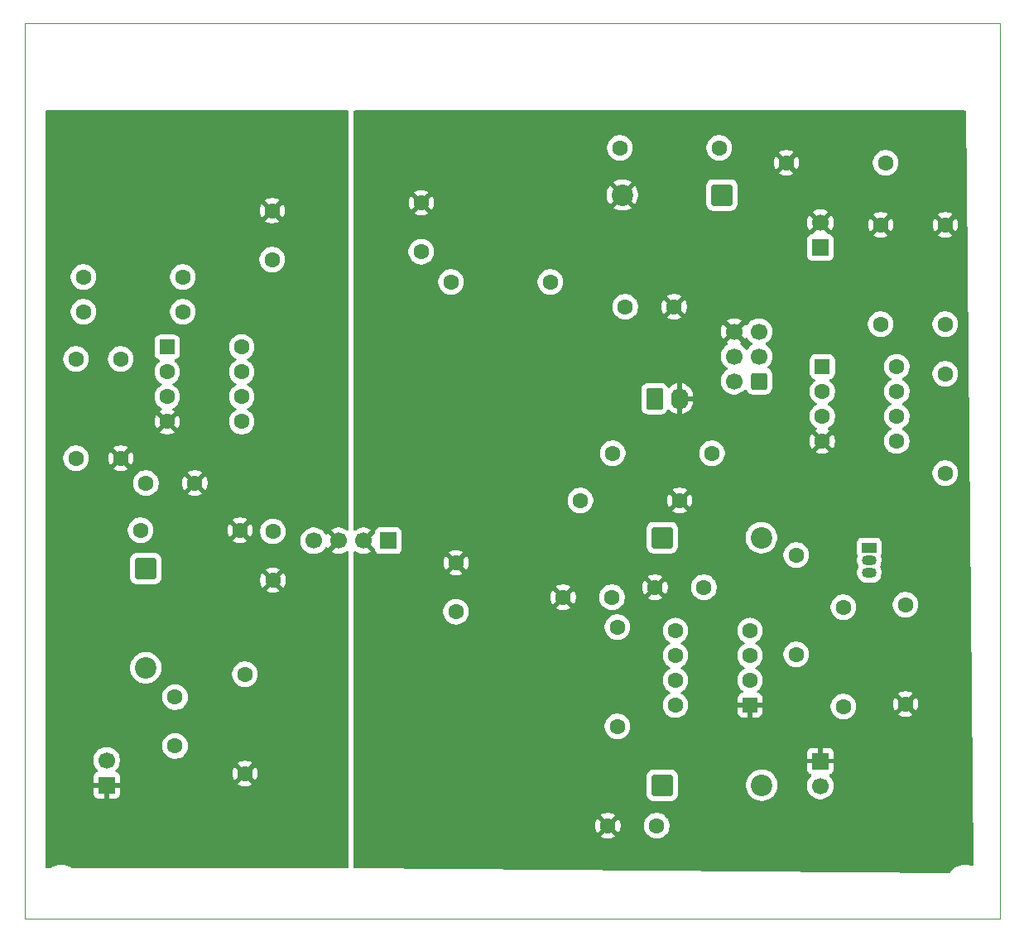
<source format=gbl>
G04 #@! TF.GenerationSoftware,KiCad,Pcbnew,9.0.4*
G04 #@! TF.CreationDate,2025-10-16T18:07:27-05:00*
G04 #@! TF.ProjectId,ece_445_low_power,6563655f-3434-4355-9f6c-6f775f706f77,rev?*
G04 #@! TF.SameCoordinates,Original*
G04 #@! TF.FileFunction,Copper,L2,Bot*
G04 #@! TF.FilePolarity,Positive*
%FSLAX46Y46*%
G04 Gerber Fmt 4.6, Leading zero omitted, Abs format (unit mm)*
G04 Created by KiCad (PCBNEW 9.0.4) date 2025-10-16 18:07:27*
%MOMM*%
%LPD*%
G01*
G04 APERTURE LIST*
G04 Aperture macros list*
%AMRoundRect*
0 Rectangle with rounded corners*
0 $1 Rounding radius*
0 $2 $3 $4 $5 $6 $7 $8 $9 X,Y pos of 4 corners*
0 Add a 4 corners polygon primitive as box body*
4,1,4,$2,$3,$4,$5,$6,$7,$8,$9,$2,$3,0*
0 Add four circle primitives for the rounded corners*
1,1,$1+$1,$2,$3*
1,1,$1+$1,$4,$5*
1,1,$1+$1,$6,$7*
1,1,$1+$1,$8,$9*
0 Add four rect primitives between the rounded corners*
20,1,$1+$1,$2,$3,$4,$5,0*
20,1,$1+$1,$4,$5,$6,$7,0*
20,1,$1+$1,$6,$7,$8,$9,0*
20,1,$1+$1,$8,$9,$2,$3,0*%
G04 Aperture macros list end*
G04 #@! TA.AperFunction,ComponentPad*
%ADD10C,1.600000*%
G04 #@! TD*
G04 #@! TA.AperFunction,ComponentPad*
%ADD11R,1.700000X1.700000*%
G04 #@! TD*
G04 #@! TA.AperFunction,ComponentPad*
%ADD12C,1.700000*%
G04 #@! TD*
G04 #@! TA.AperFunction,ComponentPad*
%ADD13RoundRect,0.250000X-0.550000X-0.550000X0.550000X-0.550000X0.550000X0.550000X-0.550000X0.550000X0*%
G04 #@! TD*
G04 #@! TA.AperFunction,ComponentPad*
%ADD14R,1.500000X1.050000*%
G04 #@! TD*
G04 #@! TA.AperFunction,ComponentPad*
%ADD15O,1.500000X1.050000*%
G04 #@! TD*
G04 #@! TA.AperFunction,ComponentPad*
%ADD16RoundRect,0.250000X-0.620000X-0.845000X0.620000X-0.845000X0.620000X0.845000X-0.620000X0.845000X0*%
G04 #@! TD*
G04 #@! TA.AperFunction,ComponentPad*
%ADD17O,1.740000X2.190000*%
G04 #@! TD*
G04 #@! TA.AperFunction,ComponentPad*
%ADD18RoundRect,0.249999X0.850001X0.850001X-0.850001X0.850001X-0.850001X-0.850001X0.850001X-0.850001X0*%
G04 #@! TD*
G04 #@! TA.AperFunction,ComponentPad*
%ADD19C,2.200000*%
G04 #@! TD*
G04 #@! TA.AperFunction,ComponentPad*
%ADD20RoundRect,0.249999X-0.850001X-0.850001X0.850001X-0.850001X0.850001X0.850001X-0.850001X0.850001X0*%
G04 #@! TD*
G04 #@! TA.AperFunction,ComponentPad*
%ADD21RoundRect,0.250000X0.550000X0.550000X-0.550000X0.550000X-0.550000X-0.550000X0.550000X-0.550000X0*%
G04 #@! TD*
G04 #@! TA.AperFunction,ComponentPad*
%ADD22RoundRect,0.250000X0.600000X0.600000X-0.600000X0.600000X-0.600000X-0.600000X0.600000X-0.600000X0*%
G04 #@! TD*
G04 #@! TA.AperFunction,ComponentPad*
%ADD23RoundRect,0.249999X-0.850001X0.850001X-0.850001X-0.850001X0.850001X-0.850001X0.850001X0.850001X0*%
G04 #@! TD*
G04 #@! TA.AperFunction,Profile*
%ADD24C,0.050000*%
G04 #@! TD*
G04 APERTURE END LIST*
D10*
X157734000Y-98258000D03*
X157734000Y-93258000D03*
X191516000Y-52324000D03*
X201676000Y-52324000D03*
X201168000Y-68834000D03*
X201168000Y-58674000D03*
X184658000Y-50800000D03*
X174498000Y-50800000D03*
X207772000Y-68834000D03*
X207772000Y-58674000D03*
X207772000Y-84074000D03*
X207772000Y-73914000D03*
X203708000Y-107696000D03*
X203708000Y-97536000D03*
X197358000Y-97790000D03*
X197358000Y-107950000D03*
X192532000Y-92456000D03*
X192532000Y-102616000D03*
X157226000Y-64516000D03*
X167386000Y-64516000D03*
X173752000Y-82042000D03*
X183912000Y-82042000D03*
X119634000Y-64008000D03*
X129794000Y-64008000D03*
X129794000Y-67564000D03*
X119634000Y-67564000D03*
X118872000Y-82550000D03*
X118872000Y-72390000D03*
X123444000Y-72390000D03*
X123444000Y-82550000D03*
X125476000Y-89916000D03*
X135636000Y-89916000D03*
X136144000Y-104648000D03*
X136144000Y-114808000D03*
X178094000Y-95758000D03*
X183094000Y-95758000D03*
X173696000Y-96774000D03*
X168696000Y-96774000D03*
X180046000Y-67056000D03*
X175046000Y-67056000D03*
X178268000Y-120142000D03*
X173268000Y-120142000D03*
X154178000Y-61428000D03*
X154178000Y-56428000D03*
X138938000Y-62230000D03*
X138938000Y-57230000D03*
X139000000Y-95037500D03*
X139000000Y-90037500D03*
X126024000Y-85090000D03*
X131024000Y-85090000D03*
X129000000Y-112000000D03*
X129000000Y-107000000D03*
D11*
X122000000Y-116000000D03*
D12*
X122000000Y-113460000D03*
D11*
X150810000Y-91000000D03*
D12*
X148270000Y-91000000D03*
X145730000Y-91000000D03*
X143190000Y-91000000D03*
D13*
X128195000Y-71190000D03*
D10*
X128195000Y-73730000D03*
X128195000Y-76270000D03*
X128195000Y-78810000D03*
X135815000Y-78810000D03*
X135815000Y-76270000D03*
X135815000Y-73730000D03*
X135815000Y-71190000D03*
D13*
X195195000Y-73190000D03*
D10*
X195195000Y-75730000D03*
X195195000Y-78270000D03*
X195195000Y-80810000D03*
X202815000Y-80810000D03*
X202815000Y-78270000D03*
X202815000Y-75730000D03*
X202815000Y-73190000D03*
D14*
X200000000Y-91730000D03*
D15*
X200000000Y-93000000D03*
X200000000Y-94270000D03*
D11*
X195000000Y-61000000D03*
D12*
X195000000Y-58460000D03*
D16*
X178054000Y-76454000D03*
D17*
X180594000Y-76454000D03*
D18*
X184912000Y-55626000D03*
D19*
X174752000Y-55626000D03*
D20*
X178840000Y-116000000D03*
D19*
X189000000Y-116000000D03*
D21*
X187805000Y-107810000D03*
D10*
X187805000Y-105270000D03*
X187805000Y-102730000D03*
X187805000Y-100190000D03*
X180185000Y-100190000D03*
X180185000Y-102730000D03*
X180185000Y-105270000D03*
X180185000Y-107810000D03*
D22*
X188722000Y-74676000D03*
D12*
X186182000Y-74676000D03*
X188722000Y-72136000D03*
X186182000Y-72136000D03*
X188722000Y-69596000D03*
X186182000Y-69596000D03*
D11*
X195000000Y-113533000D03*
D12*
X195000000Y-116073000D03*
D23*
X126000000Y-93840000D03*
D19*
X126000000Y-104000000D03*
D20*
X178816000Y-90678000D03*
D19*
X188976000Y-90678000D03*
D10*
X174244000Y-109982000D03*
X174244000Y-99822000D03*
X170450000Y-86868000D03*
X180610000Y-86868000D03*
G04 #@! TA.AperFunction,Conductor*
G36*
X187297270Y-70357717D02*
G01*
X187297270Y-70357716D01*
X187336621Y-70303556D01*
X187336738Y-70303327D01*
X187336808Y-70303252D01*
X187339168Y-70299402D01*
X187339976Y-70299897D01*
X187384707Y-70252526D01*
X187452526Y-70235723D01*
X187518663Y-70258254D01*
X187557712Y-70303311D01*
X187560106Y-70308009D01*
X187685794Y-70481004D01*
X187836996Y-70632206D01*
X188000257Y-70750822D01*
X188009991Y-70757894D01*
X188013873Y-70760273D01*
X188060748Y-70812086D01*
X188072169Y-70881016D01*
X188044512Y-70945178D01*
X188013873Y-70971727D01*
X188009991Y-70974105D01*
X187836993Y-71099796D01*
X187685796Y-71250993D01*
X187560105Y-71423991D01*
X187557727Y-71427873D01*
X187505914Y-71474748D01*
X187436984Y-71486169D01*
X187372822Y-71458512D01*
X187346273Y-71427873D01*
X187343894Y-71423991D01*
X187309148Y-71376167D01*
X187218206Y-71250996D01*
X187067004Y-71099794D01*
X186934930Y-71003837D01*
X186894008Y-70974105D01*
X186889311Y-70971712D01*
X186838517Y-70923735D01*
X186821724Y-70855914D01*
X186844264Y-70789780D01*
X186885790Y-70753801D01*
X186885402Y-70753168D01*
X186889229Y-70750822D01*
X186889327Y-70750738D01*
X186889556Y-70750621D01*
X186943716Y-70711270D01*
X186943717Y-70711270D01*
X186311408Y-70078962D01*
X186374993Y-70061925D01*
X186489007Y-69996099D01*
X186582099Y-69903007D01*
X186647925Y-69788993D01*
X186664962Y-69725409D01*
X187297270Y-70357717D01*
G37*
G04 #@! TD.AperFunction*
G04 #@! TA.AperFunction,Conductor*
G36*
X209832488Y-46995685D02*
G01*
X209878243Y-47048489D01*
X209889442Y-47098773D01*
X209962153Y-54453252D01*
X210651159Y-124145135D01*
X210632138Y-124212366D01*
X210579789Y-124258641D01*
X210510732Y-124269267D01*
X210479712Y-124260922D01*
X210400104Y-124227947D01*
X210165785Y-124165161D01*
X209925289Y-124133500D01*
X209925288Y-124133500D01*
X209682712Y-124133500D01*
X209682711Y-124133500D01*
X209442214Y-124165161D01*
X209207895Y-124227947D01*
X208983794Y-124320773D01*
X208983785Y-124320777D01*
X208773706Y-124442067D01*
X208581263Y-124589733D01*
X208581256Y-124589739D01*
X208409739Y-124761256D01*
X208409731Y-124761266D01*
X208279760Y-124930646D01*
X208223332Y-124971848D01*
X208180414Y-124979155D01*
X147390529Y-124503058D01*
X147323646Y-124482849D01*
X147278306Y-124429689D01*
X147267500Y-124379062D01*
X147267500Y-120039682D01*
X171968000Y-120039682D01*
X171968000Y-120244317D01*
X172000009Y-120446417D01*
X172063244Y-120641031D01*
X172156141Y-120823350D01*
X172156147Y-120823359D01*
X172188523Y-120867921D01*
X172188524Y-120867922D01*
X172868000Y-120188446D01*
X172868000Y-120194661D01*
X172895259Y-120296394D01*
X172947920Y-120387606D01*
X173022394Y-120462080D01*
X173113606Y-120514741D01*
X173215339Y-120542000D01*
X173221553Y-120542000D01*
X172542076Y-121221474D01*
X172586650Y-121253859D01*
X172768968Y-121346755D01*
X172963582Y-121409990D01*
X173165683Y-121442000D01*
X173370317Y-121442000D01*
X173572417Y-121409990D01*
X173767031Y-121346755D01*
X173949349Y-121253859D01*
X173993921Y-121221474D01*
X173314447Y-120542000D01*
X173320661Y-120542000D01*
X173422394Y-120514741D01*
X173513606Y-120462080D01*
X173588080Y-120387606D01*
X173640741Y-120296394D01*
X173668000Y-120194661D01*
X173668000Y-120188448D01*
X174347474Y-120867922D01*
X174347474Y-120867921D01*
X174379859Y-120823349D01*
X174472755Y-120641031D01*
X174535990Y-120446417D01*
X174568000Y-120244317D01*
X174568000Y-120039691D01*
X174567998Y-120039674D01*
X174567894Y-120039019D01*
X176959500Y-120039019D01*
X176959500Y-120244980D01*
X176991719Y-120448408D01*
X177055367Y-120644294D01*
X177119671Y-120770496D01*
X177146602Y-120823350D01*
X177148873Y-120827806D01*
X177269926Y-120994423D01*
X177269930Y-120994428D01*
X177415571Y-121140069D01*
X177415576Y-121140073D01*
X177527616Y-121221474D01*
X177582197Y-121261129D01*
X177699128Y-121320709D01*
X177765705Y-121354632D01*
X177765707Y-121354632D01*
X177765710Y-121354634D01*
X177870707Y-121388749D01*
X177961591Y-121418280D01*
X178063305Y-121434390D01*
X178165019Y-121450500D01*
X178165020Y-121450500D01*
X178370980Y-121450500D01*
X178370981Y-121450500D01*
X178574408Y-121418280D01*
X178770290Y-121354634D01*
X178953803Y-121261129D01*
X179120430Y-121140068D01*
X179266068Y-120994430D01*
X179387129Y-120827803D01*
X179480634Y-120644290D01*
X179544280Y-120448408D01*
X179576500Y-120244981D01*
X179576500Y-120039019D01*
X179544280Y-119835592D01*
X179480634Y-119639710D01*
X179480632Y-119639707D01*
X179480632Y-119639705D01*
X179446709Y-119573128D01*
X179387129Y-119456197D01*
X179357980Y-119416076D01*
X179266073Y-119289576D01*
X179266069Y-119289571D01*
X179120428Y-119143930D01*
X179120423Y-119143926D01*
X178953806Y-119022873D01*
X178953805Y-119022872D01*
X178953803Y-119022871D01*
X178896496Y-118993671D01*
X178770294Y-118929367D01*
X178574408Y-118865719D01*
X178398794Y-118837905D01*
X178370981Y-118833500D01*
X178165019Y-118833500D01*
X178140550Y-118837375D01*
X177961591Y-118865719D01*
X177765705Y-118929367D01*
X177582193Y-119022873D01*
X177415576Y-119143926D01*
X177415571Y-119143930D01*
X177269930Y-119289571D01*
X177269926Y-119289576D01*
X177148873Y-119456193D01*
X177055367Y-119639705D01*
X176991719Y-119835591D01*
X176959500Y-120039019D01*
X174567894Y-120039019D01*
X174535990Y-119837582D01*
X174472755Y-119642968D01*
X174379859Y-119460650D01*
X174347474Y-119416077D01*
X174347474Y-119416076D01*
X173668000Y-120095551D01*
X173668000Y-120089339D01*
X173640741Y-119987606D01*
X173588080Y-119896394D01*
X173513606Y-119821920D01*
X173422394Y-119769259D01*
X173320661Y-119742000D01*
X173314446Y-119742000D01*
X173993922Y-119062524D01*
X173993921Y-119062523D01*
X173949359Y-119030147D01*
X173949350Y-119030141D01*
X173767031Y-118937244D01*
X173572417Y-118874009D01*
X173370317Y-118842000D01*
X173165683Y-118842000D01*
X172963582Y-118874009D01*
X172768968Y-118937244D01*
X172586644Y-119030143D01*
X172542077Y-119062523D01*
X172542077Y-119062524D01*
X173221554Y-119742000D01*
X173215339Y-119742000D01*
X173113606Y-119769259D01*
X173022394Y-119821920D01*
X172947920Y-119896394D01*
X172895259Y-119987606D01*
X172868000Y-120089339D01*
X172868000Y-120095553D01*
X172188524Y-119416077D01*
X172188523Y-119416077D01*
X172156143Y-119460644D01*
X172063244Y-119642968D01*
X172000009Y-119837582D01*
X171968000Y-120039682D01*
X147267500Y-120039682D01*
X147267500Y-115099446D01*
X177231500Y-115099446D01*
X177231500Y-116900553D01*
X177242113Y-117004428D01*
X177297884Y-117172736D01*
X177297889Y-117172747D01*
X177390967Y-117323648D01*
X177390970Y-117323652D01*
X177516347Y-117449029D01*
X177516351Y-117449032D01*
X177667252Y-117542110D01*
X177667255Y-117542111D01*
X177667261Y-117542115D01*
X177835573Y-117597887D01*
X177939454Y-117608500D01*
X177939459Y-117608500D01*
X179740541Y-117608500D01*
X179740546Y-117608500D01*
X179844427Y-117597887D01*
X180012739Y-117542115D01*
X180163652Y-117449030D01*
X180289030Y-117323652D01*
X180382115Y-117172739D01*
X180437887Y-117004427D01*
X180448500Y-116900546D01*
X180448500Y-115873402D01*
X187391500Y-115873402D01*
X187391500Y-116126597D01*
X187431106Y-116376658D01*
X187509344Y-116617450D01*
X187624287Y-116843038D01*
X187773105Y-117047868D01*
X187952132Y-117226895D01*
X188156962Y-117375713D01*
X188382550Y-117490656D01*
X188623342Y-117568894D01*
X188752176Y-117589299D01*
X188873403Y-117608500D01*
X188873408Y-117608500D01*
X189126597Y-117608500D01*
X189237108Y-117590996D01*
X189376658Y-117568894D01*
X189617450Y-117490656D01*
X189843038Y-117375713D01*
X190047868Y-117226895D01*
X190226895Y-117047868D01*
X190375713Y-116843038D01*
X190490656Y-116617450D01*
X190568894Y-116376658D01*
X190590996Y-116237108D01*
X190608500Y-116126597D01*
X190608500Y-115966084D01*
X193641500Y-115966084D01*
X193641500Y-116179915D01*
X193674951Y-116391117D01*
X193741026Y-116594480D01*
X193741027Y-116594483D01*
X193838106Y-116785009D01*
X193963794Y-116958004D01*
X194114996Y-117109206D01*
X194287991Y-117234894D01*
X194381438Y-117282507D01*
X194478516Y-117331972D01*
X194478519Y-117331973D01*
X194580200Y-117365010D01*
X194681884Y-117398049D01*
X194893084Y-117431500D01*
X194893085Y-117431500D01*
X195106915Y-117431500D01*
X195106916Y-117431500D01*
X195318116Y-117398049D01*
X195521483Y-117331972D01*
X195712009Y-117234894D01*
X195885004Y-117109206D01*
X196036206Y-116958004D01*
X196161894Y-116785009D01*
X196258972Y-116594483D01*
X196325049Y-116391116D01*
X196358500Y-116179916D01*
X196358500Y-115966084D01*
X196325049Y-115754884D01*
X196258972Y-115551517D01*
X196258972Y-115551516D01*
X196188765Y-115413729D01*
X196161894Y-115360991D01*
X196036206Y-115187996D01*
X195924421Y-115076211D01*
X195890936Y-115014888D01*
X195895920Y-114945196D01*
X195937792Y-114889263D01*
X195968770Y-114872348D01*
X196092084Y-114826355D01*
X196092093Y-114826350D01*
X196207187Y-114740190D01*
X196207190Y-114740187D01*
X196293350Y-114625093D01*
X196293354Y-114625086D01*
X196343596Y-114490379D01*
X196343598Y-114490372D01*
X196349999Y-114430844D01*
X196350000Y-114430827D01*
X196350000Y-113783000D01*
X195433012Y-113783000D01*
X195465925Y-113725993D01*
X195500000Y-113598826D01*
X195500000Y-113467174D01*
X195465925Y-113340007D01*
X195433012Y-113283000D01*
X196350000Y-113283000D01*
X196350000Y-112635172D01*
X196349999Y-112635155D01*
X196343598Y-112575627D01*
X196343596Y-112575620D01*
X196293354Y-112440913D01*
X196293350Y-112440906D01*
X196207190Y-112325812D01*
X196207187Y-112325809D01*
X196092093Y-112239649D01*
X196092086Y-112239645D01*
X195957379Y-112189403D01*
X195957372Y-112189401D01*
X195897844Y-112183000D01*
X195250000Y-112183000D01*
X195250000Y-113099988D01*
X195192993Y-113067075D01*
X195065826Y-113033000D01*
X194934174Y-113033000D01*
X194807007Y-113067075D01*
X194750000Y-113099988D01*
X194750000Y-112183000D01*
X194102155Y-112183000D01*
X194042627Y-112189401D01*
X194042620Y-112189403D01*
X193907913Y-112239645D01*
X193907906Y-112239649D01*
X193792812Y-112325809D01*
X193792809Y-112325812D01*
X193706649Y-112440906D01*
X193706645Y-112440913D01*
X193656403Y-112575620D01*
X193656401Y-112575627D01*
X193650000Y-112635155D01*
X193650000Y-113283000D01*
X194566988Y-113283000D01*
X194534075Y-113340007D01*
X194500000Y-113467174D01*
X194500000Y-113598826D01*
X194534075Y-113725993D01*
X194566988Y-113783000D01*
X193650000Y-113783000D01*
X193650000Y-114430844D01*
X193656401Y-114490372D01*
X193656403Y-114490379D01*
X193706645Y-114625086D01*
X193706649Y-114625093D01*
X193792809Y-114740187D01*
X193792812Y-114740190D01*
X193907906Y-114826350D01*
X193907913Y-114826354D01*
X194031230Y-114872348D01*
X194087164Y-114914219D01*
X194111581Y-114979683D01*
X194096730Y-115047956D01*
X194075579Y-115076211D01*
X193963793Y-115187997D01*
X193838106Y-115360990D01*
X193741027Y-115551516D01*
X193741026Y-115551519D01*
X193674951Y-115754882D01*
X193641500Y-115966084D01*
X190608500Y-115966084D01*
X190608500Y-115873402D01*
X190587495Y-115740788D01*
X190568894Y-115623342D01*
X190490656Y-115382550D01*
X190375713Y-115156962D01*
X190226895Y-114952132D01*
X190047868Y-114773105D01*
X189843038Y-114624287D01*
X189617450Y-114509344D01*
X189376658Y-114431106D01*
X189374896Y-114430827D01*
X189126597Y-114391500D01*
X189126592Y-114391500D01*
X188873408Y-114391500D01*
X188873403Y-114391500D01*
X188623341Y-114431106D01*
X188382547Y-114509345D01*
X188156961Y-114624287D01*
X188085306Y-114676348D01*
X187952132Y-114773105D01*
X187952130Y-114773107D01*
X187952129Y-114773107D01*
X187773107Y-114952129D01*
X187773107Y-114952130D01*
X187773105Y-114952132D01*
X187753088Y-114979683D01*
X187624287Y-115156961D01*
X187509345Y-115382547D01*
X187431106Y-115623341D01*
X187391500Y-115873402D01*
X180448500Y-115873402D01*
X180448500Y-115099454D01*
X180437887Y-114995573D01*
X180382115Y-114827261D01*
X180382111Y-114827255D01*
X180382110Y-114827252D01*
X180289032Y-114676351D01*
X180289029Y-114676347D01*
X180163652Y-114550970D01*
X180163648Y-114550967D01*
X180012747Y-114457889D01*
X180012741Y-114457886D01*
X180012739Y-114457885D01*
X179931924Y-114431106D01*
X179844428Y-114402113D01*
X179740553Y-114391500D01*
X179740546Y-114391500D01*
X177939454Y-114391500D01*
X177939446Y-114391500D01*
X177835571Y-114402113D01*
X177667263Y-114457884D01*
X177667252Y-114457889D01*
X177516351Y-114550967D01*
X177516347Y-114550970D01*
X177390970Y-114676347D01*
X177390967Y-114676351D01*
X177297889Y-114827252D01*
X177297884Y-114827263D01*
X177242113Y-114995571D01*
X177231500Y-115099446D01*
X147267500Y-115099446D01*
X147267500Y-109879019D01*
X172935500Y-109879019D01*
X172935500Y-110084980D01*
X172967719Y-110288408D01*
X173031367Y-110484294D01*
X173124873Y-110667806D01*
X173245926Y-110834423D01*
X173245930Y-110834428D01*
X173391571Y-110980069D01*
X173391576Y-110980073D01*
X173536908Y-111085661D01*
X173558197Y-111101129D01*
X173675128Y-111160709D01*
X173741705Y-111194632D01*
X173741707Y-111194632D01*
X173741710Y-111194634D01*
X173833856Y-111224574D01*
X173937591Y-111258280D01*
X174039305Y-111274390D01*
X174141019Y-111290500D01*
X174141020Y-111290500D01*
X174346980Y-111290500D01*
X174346981Y-111290500D01*
X174550408Y-111258280D01*
X174746290Y-111194634D01*
X174929803Y-111101129D01*
X175096430Y-110980068D01*
X175242068Y-110834430D01*
X175363129Y-110667803D01*
X175456634Y-110484290D01*
X175520280Y-110288408D01*
X175552500Y-110084981D01*
X175552500Y-109879019D01*
X175520280Y-109675592D01*
X175456634Y-109479710D01*
X175456632Y-109479707D01*
X175456632Y-109479705D01*
X175422709Y-109413128D01*
X175363129Y-109296197D01*
X175312332Y-109226280D01*
X175242073Y-109129576D01*
X175242069Y-109129571D01*
X175096428Y-108983930D01*
X175096423Y-108983926D01*
X174929806Y-108862873D01*
X174929805Y-108862872D01*
X174929803Y-108862871D01*
X174862042Y-108828345D01*
X174746294Y-108769367D01*
X174550408Y-108705719D01*
X174374794Y-108677905D01*
X174346981Y-108673500D01*
X174141019Y-108673500D01*
X174116550Y-108677375D01*
X173937591Y-108705719D01*
X173741705Y-108769367D01*
X173558193Y-108862873D01*
X173391576Y-108983926D01*
X173391571Y-108983930D01*
X173245930Y-109129571D01*
X173245926Y-109129576D01*
X173124873Y-109296193D01*
X173031367Y-109479705D01*
X172967719Y-109675591D01*
X172935500Y-109879019D01*
X147267500Y-109879019D01*
X147267500Y-99719019D01*
X172935500Y-99719019D01*
X172935500Y-99924980D01*
X172967719Y-100128408D01*
X173031367Y-100324294D01*
X173124873Y-100507806D01*
X173245926Y-100674423D01*
X173245930Y-100674428D01*
X173391571Y-100820069D01*
X173391576Y-100820073D01*
X173468283Y-100875803D01*
X173558197Y-100941129D01*
X173675128Y-101000709D01*
X173741705Y-101034632D01*
X173741707Y-101034632D01*
X173741710Y-101034634D01*
X173765704Y-101042430D01*
X173937591Y-101098280D01*
X174039305Y-101114390D01*
X174141019Y-101130500D01*
X174141020Y-101130500D01*
X174346980Y-101130500D01*
X174346981Y-101130500D01*
X174550408Y-101098280D01*
X174746290Y-101034634D01*
X174929803Y-100941129D01*
X175096430Y-100820068D01*
X175242068Y-100674430D01*
X175363129Y-100507803D01*
X175456634Y-100324290D01*
X175520280Y-100128408D01*
X175526835Y-100087019D01*
X178876500Y-100087019D01*
X178876500Y-100292980D01*
X178908719Y-100496408D01*
X178972367Y-100692294D01*
X179065873Y-100875806D01*
X179186926Y-101042423D01*
X179186930Y-101042428D01*
X179332571Y-101188069D01*
X179332576Y-101188073D01*
X179499195Y-101309128D01*
X179578459Y-101349516D01*
X179629254Y-101397490D01*
X179646049Y-101465311D01*
X179623511Y-101531446D01*
X179578459Y-101570484D01*
X179499195Y-101610871D01*
X179332576Y-101731926D01*
X179332571Y-101731930D01*
X179186930Y-101877571D01*
X179186926Y-101877576D01*
X179065873Y-102044193D01*
X178972367Y-102227705D01*
X178908719Y-102423591D01*
X178876500Y-102627019D01*
X178876500Y-102832980D01*
X178908719Y-103036408D01*
X178972367Y-103232294D01*
X179065873Y-103415806D01*
X179186926Y-103582423D01*
X179186930Y-103582428D01*
X179332571Y-103728069D01*
X179332576Y-103728073D01*
X179499195Y-103849128D01*
X179578459Y-103889516D01*
X179629254Y-103937490D01*
X179646049Y-104005311D01*
X179623511Y-104071446D01*
X179578459Y-104110484D01*
X179499195Y-104150871D01*
X179332576Y-104271926D01*
X179332571Y-104271930D01*
X179186930Y-104417571D01*
X179186926Y-104417576D01*
X179065873Y-104584193D01*
X178972367Y-104767705D01*
X178908719Y-104963591D01*
X178876500Y-105167019D01*
X178876500Y-105372980D01*
X178908719Y-105576408D01*
X178972367Y-105772294D01*
X179065873Y-105955806D01*
X179186926Y-106122423D01*
X179186930Y-106122428D01*
X179332571Y-106268069D01*
X179332576Y-106268073D01*
X179499195Y-106389128D01*
X179578459Y-106429516D01*
X179629254Y-106477490D01*
X179646049Y-106545311D01*
X179623511Y-106611446D01*
X179578459Y-106650484D01*
X179499195Y-106690871D01*
X179332576Y-106811926D01*
X179332571Y-106811930D01*
X179186930Y-106957571D01*
X179186926Y-106957576D01*
X179065873Y-107124193D01*
X178972367Y-107307705D01*
X178908719Y-107503591D01*
X178876500Y-107707019D01*
X178876500Y-107912980D01*
X178908719Y-108116408D01*
X178972367Y-108312294D01*
X179065873Y-108495806D01*
X179186926Y-108662423D01*
X179186930Y-108662428D01*
X179332571Y-108808069D01*
X179332576Y-108808073D01*
X179408000Y-108862871D01*
X179499197Y-108929129D01*
X179616128Y-108988709D01*
X179682705Y-109022632D01*
X179682707Y-109022632D01*
X179682710Y-109022634D01*
X179749570Y-109044358D01*
X179878591Y-109086280D01*
X179962097Y-109099506D01*
X180082019Y-109118500D01*
X180082020Y-109118500D01*
X180287980Y-109118500D01*
X180287981Y-109118500D01*
X180491408Y-109086280D01*
X180687290Y-109022634D01*
X180870803Y-108929129D01*
X181037430Y-108808068D01*
X181183068Y-108662430D01*
X181304129Y-108495803D01*
X181397634Y-108312290D01*
X181461280Y-108116408D01*
X181493500Y-107912981D01*
X181493500Y-107707019D01*
X181483414Y-107643339D01*
X181461280Y-107503591D01*
X181397632Y-107307705D01*
X181347862Y-107210028D01*
X181304129Y-107124197D01*
X181224539Y-107014650D01*
X181183073Y-106957576D01*
X181183069Y-106957571D01*
X181037428Y-106811930D01*
X181037423Y-106811926D01*
X180870806Y-106690873D01*
X180870805Y-106690872D01*
X180870803Y-106690871D01*
X180791540Y-106650484D01*
X180740745Y-106602510D01*
X180723950Y-106534689D01*
X180746487Y-106468554D01*
X180791541Y-106429515D01*
X180794497Y-106428009D01*
X180870803Y-106389129D01*
X181037430Y-106268068D01*
X181183068Y-106122430D01*
X181304129Y-105955803D01*
X181397634Y-105772290D01*
X181461280Y-105576408D01*
X181493500Y-105372981D01*
X181493500Y-105167019D01*
X181461280Y-104963592D01*
X181457895Y-104953175D01*
X181397632Y-104767705D01*
X181363709Y-104701128D01*
X181304129Y-104584197D01*
X181215230Y-104461837D01*
X181183073Y-104417576D01*
X181183069Y-104417571D01*
X181037428Y-104271930D01*
X181037423Y-104271926D01*
X180870806Y-104150873D01*
X180870805Y-104150872D01*
X180870803Y-104150871D01*
X180791540Y-104110484D01*
X180740745Y-104062510D01*
X180723950Y-103994689D01*
X180746487Y-103928554D01*
X180791541Y-103889515D01*
X180870803Y-103849129D01*
X181037430Y-103728068D01*
X181183068Y-103582430D01*
X181304129Y-103415803D01*
X181397634Y-103232290D01*
X181461280Y-103036408D01*
X181493500Y-102832981D01*
X181493500Y-102627019D01*
X181461280Y-102423592D01*
X181397634Y-102227710D01*
X181397632Y-102227707D01*
X181397632Y-102227705D01*
X181363709Y-102161128D01*
X181304129Y-102044197D01*
X181221301Y-101930193D01*
X181183073Y-101877576D01*
X181183069Y-101877571D01*
X181037428Y-101731930D01*
X181037423Y-101731926D01*
X180870806Y-101610873D01*
X180870805Y-101610872D01*
X180870803Y-101610871D01*
X180791540Y-101570484D01*
X180740745Y-101522510D01*
X180723950Y-101454689D01*
X180746487Y-101388554D01*
X180791541Y-101349515D01*
X180870803Y-101309129D01*
X181037430Y-101188068D01*
X181183068Y-101042430D01*
X181304129Y-100875803D01*
X181397634Y-100692290D01*
X181461280Y-100496408D01*
X181493500Y-100292981D01*
X181493500Y-100087019D01*
X186496500Y-100087019D01*
X186496500Y-100292980D01*
X186528719Y-100496408D01*
X186592367Y-100692294D01*
X186685873Y-100875806D01*
X186806926Y-101042423D01*
X186806930Y-101042428D01*
X186952571Y-101188069D01*
X186952576Y-101188073D01*
X187119195Y-101309128D01*
X187198459Y-101349516D01*
X187249254Y-101397490D01*
X187266049Y-101465311D01*
X187243511Y-101531446D01*
X187198459Y-101570484D01*
X187119195Y-101610871D01*
X186952576Y-101731926D01*
X186952571Y-101731930D01*
X186806930Y-101877571D01*
X186806926Y-101877576D01*
X186685873Y-102044193D01*
X186592367Y-102227705D01*
X186528719Y-102423591D01*
X186496500Y-102627019D01*
X186496500Y-102832980D01*
X186528719Y-103036408D01*
X186592367Y-103232294D01*
X186685873Y-103415806D01*
X186806926Y-103582423D01*
X186806930Y-103582428D01*
X186952571Y-103728069D01*
X186952576Y-103728073D01*
X187119195Y-103849128D01*
X187198459Y-103889516D01*
X187249254Y-103937490D01*
X187266049Y-104005311D01*
X187243511Y-104071446D01*
X187198459Y-104110484D01*
X187119195Y-104150871D01*
X186952576Y-104271926D01*
X186952571Y-104271930D01*
X186806930Y-104417571D01*
X186806926Y-104417576D01*
X186685873Y-104584193D01*
X186592367Y-104767705D01*
X186528719Y-104963591D01*
X186496500Y-105167019D01*
X186496500Y-105372980D01*
X186528719Y-105576408D01*
X186592367Y-105772294D01*
X186685873Y-105955806D01*
X186806926Y-106122423D01*
X186806930Y-106122428D01*
X186952571Y-106268069D01*
X186952576Y-106268073D01*
X187042601Y-106333480D01*
X187085267Y-106388810D01*
X187091246Y-106458423D01*
X187058641Y-106520218D01*
X187008721Y-106551504D01*
X186935878Y-106575642D01*
X186935875Y-106575643D01*
X186786654Y-106667684D01*
X186662684Y-106791654D01*
X186570643Y-106940875D01*
X186570641Y-106940880D01*
X186515494Y-107107302D01*
X186515493Y-107107309D01*
X186505000Y-107210013D01*
X186505000Y-107560000D01*
X187489314Y-107560000D01*
X187484920Y-107564394D01*
X187432259Y-107655606D01*
X187405000Y-107757339D01*
X187405000Y-107862661D01*
X187432259Y-107964394D01*
X187484920Y-108055606D01*
X187489314Y-108060000D01*
X186505001Y-108060000D01*
X186505001Y-108409986D01*
X186515494Y-108512697D01*
X186570641Y-108679119D01*
X186570643Y-108679124D01*
X186662684Y-108828345D01*
X186786654Y-108952315D01*
X186935875Y-109044356D01*
X186935880Y-109044358D01*
X187102302Y-109099505D01*
X187102309Y-109099506D01*
X187205019Y-109109999D01*
X187554999Y-109109999D01*
X187555000Y-109109998D01*
X187555000Y-108125686D01*
X187559394Y-108130080D01*
X187650606Y-108182741D01*
X187752339Y-108210000D01*
X187857661Y-108210000D01*
X187959394Y-108182741D01*
X188050606Y-108130080D01*
X188055000Y-108125686D01*
X188055000Y-109109999D01*
X188404972Y-109109999D01*
X188404986Y-109109998D01*
X188507697Y-109099505D01*
X188674119Y-109044358D01*
X188674124Y-109044356D01*
X188823345Y-108952315D01*
X188947315Y-108828345D01*
X189039356Y-108679124D01*
X189039358Y-108679119D01*
X189094505Y-108512697D01*
X189094506Y-108512690D01*
X189104999Y-108409986D01*
X189105000Y-108409973D01*
X189105000Y-108060000D01*
X188120686Y-108060000D01*
X188125080Y-108055606D01*
X188177741Y-107964394D01*
X188205000Y-107862661D01*
X188205000Y-107847019D01*
X196049500Y-107847019D01*
X196049500Y-108052980D01*
X196081719Y-108256408D01*
X196145367Y-108452294D01*
X196238873Y-108635806D01*
X196359926Y-108802423D01*
X196359930Y-108802428D01*
X196505571Y-108948069D01*
X196505576Y-108948073D01*
X196571543Y-108996000D01*
X196672197Y-109069129D01*
X196752407Y-109109998D01*
X196855705Y-109162632D01*
X196855707Y-109162632D01*
X196855710Y-109162634D01*
X196960707Y-109196749D01*
X197051591Y-109226280D01*
X197153305Y-109242390D01*
X197255019Y-109258500D01*
X197255020Y-109258500D01*
X197460980Y-109258500D01*
X197460981Y-109258500D01*
X197664408Y-109226280D01*
X197860290Y-109162634D01*
X198043803Y-109069129D01*
X198210430Y-108948068D01*
X198356068Y-108802430D01*
X198426332Y-108705720D01*
X198462943Y-108655330D01*
X198472488Y-108642190D01*
X198477129Y-108635803D01*
X198570634Y-108452290D01*
X198634280Y-108256408D01*
X198666500Y-108052981D01*
X198666500Y-107847019D01*
X198652296Y-107757339D01*
X198634280Y-107643591D01*
X198628933Y-107627135D01*
X198618063Y-107593682D01*
X202408000Y-107593682D01*
X202408000Y-107798317D01*
X202440009Y-108000417D01*
X202503244Y-108195031D01*
X202596141Y-108377350D01*
X202596147Y-108377359D01*
X202628523Y-108421921D01*
X202628524Y-108421922D01*
X203308000Y-107742446D01*
X203308000Y-107748661D01*
X203335259Y-107850394D01*
X203387920Y-107941606D01*
X203462394Y-108016080D01*
X203553606Y-108068741D01*
X203655339Y-108096000D01*
X203661553Y-108096000D01*
X202982076Y-108775474D01*
X203026650Y-108807859D01*
X203208968Y-108900755D01*
X203403582Y-108963990D01*
X203605683Y-108996000D01*
X203810317Y-108996000D01*
X204012417Y-108963990D01*
X204207031Y-108900755D01*
X204389349Y-108807859D01*
X204433921Y-108775474D01*
X203754447Y-108096000D01*
X203760661Y-108096000D01*
X203862394Y-108068741D01*
X203953606Y-108016080D01*
X204028080Y-107941606D01*
X204080741Y-107850394D01*
X204108000Y-107748661D01*
X204108000Y-107742447D01*
X204787474Y-108421921D01*
X204819859Y-108377349D01*
X204912755Y-108195031D01*
X204975990Y-108000417D01*
X205008000Y-107798317D01*
X205008000Y-107593682D01*
X204975990Y-107391582D01*
X204912755Y-107196968D01*
X204819859Y-107014650D01*
X204787474Y-106970077D01*
X204787474Y-106970076D01*
X204108000Y-107649551D01*
X204108000Y-107643339D01*
X204080741Y-107541606D01*
X204028080Y-107450394D01*
X203953606Y-107375920D01*
X203862394Y-107323259D01*
X203760661Y-107296000D01*
X203754446Y-107296000D01*
X204433922Y-106616524D01*
X204433921Y-106616523D01*
X204389359Y-106584147D01*
X204389350Y-106584141D01*
X204207031Y-106491244D01*
X204012417Y-106428009D01*
X203810317Y-106396000D01*
X203605683Y-106396000D01*
X203403582Y-106428009D01*
X203208968Y-106491244D01*
X203026644Y-106584143D01*
X202982077Y-106616523D01*
X202982077Y-106616524D01*
X203661554Y-107296000D01*
X203655339Y-107296000D01*
X203553606Y-107323259D01*
X203462394Y-107375920D01*
X203387920Y-107450394D01*
X203335259Y-107541606D01*
X203308000Y-107643339D01*
X203308000Y-107649553D01*
X202628524Y-106970077D01*
X202628523Y-106970077D01*
X202596143Y-107014644D01*
X202503244Y-107196968D01*
X202440009Y-107391582D01*
X202408000Y-107593682D01*
X198618063Y-107593682D01*
X198570632Y-107447705D01*
X198516999Y-107342446D01*
X198477129Y-107264197D01*
X198363139Y-107107302D01*
X198356073Y-107097576D01*
X198356069Y-107097571D01*
X198210428Y-106951930D01*
X198210423Y-106951926D01*
X198043806Y-106830873D01*
X198043805Y-106830872D01*
X198043803Y-106830871D01*
X197932714Y-106774268D01*
X197860294Y-106737367D01*
X197664408Y-106673719D01*
X197488794Y-106645905D01*
X197460981Y-106641500D01*
X197255019Y-106641500D01*
X197230550Y-106645375D01*
X197051591Y-106673719D01*
X196855705Y-106737367D01*
X196672193Y-106830873D01*
X196505576Y-106951926D01*
X196505571Y-106951930D01*
X196359930Y-107097571D01*
X196359926Y-107097576D01*
X196238873Y-107264193D01*
X196145367Y-107447705D01*
X196081719Y-107643591D01*
X196049500Y-107847019D01*
X188205000Y-107847019D01*
X188205000Y-107757339D01*
X188177741Y-107655606D01*
X188125080Y-107564394D01*
X188120686Y-107560000D01*
X189104999Y-107560000D01*
X189104999Y-107210028D01*
X189104998Y-107210013D01*
X189094505Y-107107302D01*
X189039358Y-106940880D01*
X189039356Y-106940875D01*
X188947315Y-106791654D01*
X188823345Y-106667684D01*
X188674124Y-106575643D01*
X188674119Y-106575641D01*
X188601278Y-106551504D01*
X188543833Y-106511731D01*
X188517010Y-106447215D01*
X188529325Y-106378439D01*
X188567396Y-106333480D01*
X188657430Y-106268068D01*
X188803068Y-106122430D01*
X188924129Y-105955803D01*
X189017634Y-105772290D01*
X189081280Y-105576408D01*
X189113500Y-105372981D01*
X189113500Y-105167019D01*
X189081280Y-104963592D01*
X189077895Y-104953175D01*
X189017632Y-104767705D01*
X188983709Y-104701128D01*
X188924129Y-104584197D01*
X188835230Y-104461837D01*
X188803073Y-104417576D01*
X188803069Y-104417571D01*
X188657428Y-104271930D01*
X188657423Y-104271926D01*
X188490806Y-104150873D01*
X188490805Y-104150872D01*
X188490803Y-104150871D01*
X188411540Y-104110484D01*
X188360745Y-104062510D01*
X188343950Y-103994689D01*
X188366487Y-103928554D01*
X188411541Y-103889515D01*
X188490803Y-103849129D01*
X188657430Y-103728068D01*
X188803068Y-103582430D01*
X188924129Y-103415803D01*
X189017634Y-103232290D01*
X189081280Y-103036408D01*
X189113500Y-102832981D01*
X189113500Y-102627019D01*
X189095444Y-102513019D01*
X191223500Y-102513019D01*
X191223500Y-102718980D01*
X191255719Y-102922408D01*
X191319367Y-103118294D01*
X191412873Y-103301806D01*
X191533926Y-103468423D01*
X191533930Y-103468428D01*
X191679571Y-103614069D01*
X191679576Y-103614073D01*
X191824908Y-103719661D01*
X191846197Y-103735129D01*
X191963128Y-103794709D01*
X192029705Y-103828632D01*
X192029707Y-103828632D01*
X192029710Y-103828634D01*
X192104701Y-103853000D01*
X192225591Y-103892280D01*
X192327305Y-103908390D01*
X192429019Y-103924500D01*
X192429020Y-103924500D01*
X192634980Y-103924500D01*
X192634981Y-103924500D01*
X192838408Y-103892280D01*
X193034290Y-103828634D01*
X193217803Y-103735129D01*
X193384430Y-103614068D01*
X193530068Y-103468430D01*
X193651129Y-103301803D01*
X193744634Y-103118290D01*
X193808280Y-102922408D01*
X193840500Y-102718981D01*
X193840500Y-102513019D01*
X193808280Y-102309592D01*
X193744634Y-102113710D01*
X193744632Y-102113707D01*
X193744632Y-102113705D01*
X193709213Y-102044193D01*
X193651129Y-101930197D01*
X193612894Y-101877571D01*
X193530073Y-101763576D01*
X193530069Y-101763571D01*
X193384428Y-101617930D01*
X193384423Y-101617926D01*
X193217806Y-101496873D01*
X193217805Y-101496872D01*
X193217803Y-101496871D01*
X193135017Y-101454689D01*
X193034294Y-101403367D01*
X192838408Y-101339719D01*
X192662794Y-101311905D01*
X192634981Y-101307500D01*
X192429019Y-101307500D01*
X192404550Y-101311375D01*
X192225591Y-101339719D01*
X192029705Y-101403367D01*
X191846193Y-101496873D01*
X191679576Y-101617926D01*
X191679571Y-101617930D01*
X191533930Y-101763571D01*
X191533926Y-101763576D01*
X191412873Y-101930193D01*
X191319367Y-102113705D01*
X191255719Y-102309591D01*
X191223500Y-102513019D01*
X189095444Y-102513019D01*
X189081280Y-102423592D01*
X189017634Y-102227710D01*
X189017632Y-102227707D01*
X189017632Y-102227705D01*
X188983709Y-102161128D01*
X188924129Y-102044197D01*
X188841301Y-101930193D01*
X188803073Y-101877576D01*
X188803069Y-101877571D01*
X188657428Y-101731930D01*
X188657423Y-101731926D01*
X188490806Y-101610873D01*
X188490805Y-101610872D01*
X188490803Y-101610871D01*
X188411540Y-101570484D01*
X188360745Y-101522510D01*
X188343950Y-101454689D01*
X188366487Y-101388554D01*
X188411541Y-101349515D01*
X188490803Y-101309129D01*
X188657430Y-101188068D01*
X188803068Y-101042430D01*
X188924129Y-100875803D01*
X189017634Y-100692290D01*
X189081280Y-100496408D01*
X189113500Y-100292981D01*
X189113500Y-100087019D01*
X189109656Y-100062748D01*
X189081280Y-99883591D01*
X189017632Y-99687705D01*
X188955874Y-99566500D01*
X188924129Y-99504197D01*
X188899743Y-99470632D01*
X188803073Y-99337576D01*
X188803069Y-99337571D01*
X188657428Y-99191930D01*
X188657423Y-99191926D01*
X188490806Y-99070873D01*
X188490805Y-99070872D01*
X188490803Y-99070871D01*
X188433496Y-99041671D01*
X188307294Y-98977367D01*
X188111408Y-98913719D01*
X187935794Y-98885905D01*
X187907981Y-98881500D01*
X187702019Y-98881500D01*
X187677550Y-98885375D01*
X187498591Y-98913719D01*
X187302705Y-98977367D01*
X187119193Y-99070873D01*
X186952576Y-99191926D01*
X186952571Y-99191930D01*
X186806930Y-99337571D01*
X186806926Y-99337576D01*
X186685873Y-99504193D01*
X186592367Y-99687705D01*
X186528719Y-99883591D01*
X186496500Y-100087019D01*
X181493500Y-100087019D01*
X181489656Y-100062748D01*
X181461280Y-99883591D01*
X181397632Y-99687705D01*
X181335874Y-99566500D01*
X181304129Y-99504197D01*
X181279743Y-99470632D01*
X181183073Y-99337576D01*
X181183069Y-99337571D01*
X181037428Y-99191930D01*
X181037423Y-99191926D01*
X180870806Y-99070873D01*
X180870805Y-99070872D01*
X180870803Y-99070871D01*
X180813496Y-99041671D01*
X180687294Y-98977367D01*
X180491408Y-98913719D01*
X180315794Y-98885905D01*
X180287981Y-98881500D01*
X180082019Y-98881500D01*
X180057550Y-98885375D01*
X179878591Y-98913719D01*
X179682705Y-98977367D01*
X179499193Y-99070873D01*
X179332576Y-99191926D01*
X179332571Y-99191930D01*
X179186930Y-99337571D01*
X179186926Y-99337576D01*
X179065873Y-99504193D01*
X178972367Y-99687705D01*
X178908719Y-99883591D01*
X178876500Y-100087019D01*
X175526835Y-100087019D01*
X175552500Y-99924981D01*
X175552500Y-99719019D01*
X175520280Y-99515592D01*
X175516576Y-99504193D01*
X175490749Y-99424707D01*
X175456634Y-99319710D01*
X175456632Y-99319707D01*
X175456632Y-99319705D01*
X175422709Y-99253128D01*
X175363129Y-99136197D01*
X175312332Y-99066280D01*
X175242073Y-98969576D01*
X175242069Y-98969571D01*
X175096428Y-98823930D01*
X175096423Y-98823926D01*
X174929806Y-98702873D01*
X174929805Y-98702872D01*
X174929803Y-98702871D01*
X174836099Y-98655126D01*
X174746294Y-98609367D01*
X174550408Y-98545719D01*
X174374794Y-98517905D01*
X174346981Y-98513500D01*
X174141019Y-98513500D01*
X174116550Y-98517375D01*
X173937591Y-98545719D01*
X173741705Y-98609367D01*
X173558193Y-98702873D01*
X173391576Y-98823926D01*
X173391571Y-98823930D01*
X173245930Y-98969571D01*
X173245926Y-98969576D01*
X173124873Y-99136193D01*
X173031367Y-99319705D01*
X172967719Y-99515591D01*
X172935500Y-99719019D01*
X147267500Y-99719019D01*
X147267500Y-98155019D01*
X156425500Y-98155019D01*
X156425500Y-98360980D01*
X156457719Y-98564408D01*
X156521367Y-98760294D01*
X156547856Y-98812280D01*
X156599542Y-98913719D01*
X156614873Y-98943806D01*
X156735926Y-99110423D01*
X156735930Y-99110428D01*
X156881571Y-99256069D01*
X156881576Y-99256073D01*
X157026908Y-99361661D01*
X157048197Y-99377129D01*
X157165128Y-99436709D01*
X157231705Y-99470632D01*
X157231707Y-99470632D01*
X157231710Y-99470634D01*
X157334994Y-99504193D01*
X157427591Y-99534280D01*
X157529305Y-99550390D01*
X157631019Y-99566500D01*
X157631020Y-99566500D01*
X157836980Y-99566500D01*
X157836981Y-99566500D01*
X158040408Y-99534280D01*
X158236290Y-99470634D01*
X158419803Y-99377129D01*
X158586430Y-99256068D01*
X158732068Y-99110430D01*
X158853129Y-98943803D01*
X158946634Y-98760290D01*
X159010280Y-98564408D01*
X159042500Y-98360981D01*
X159042500Y-98155019D01*
X159010280Y-97951592D01*
X158946634Y-97755710D01*
X158853129Y-97572197D01*
X158837661Y-97550908D01*
X158732073Y-97405576D01*
X158732069Y-97405571D01*
X158586428Y-97259930D01*
X158586423Y-97259926D01*
X158419806Y-97138873D01*
X158419805Y-97138872D01*
X158419803Y-97138871D01*
X158351744Y-97104193D01*
X158236294Y-97045367D01*
X158040408Y-96981719D01*
X157864794Y-96953905D01*
X157836981Y-96949500D01*
X157631019Y-96949500D01*
X157606550Y-96953375D01*
X157427591Y-96981719D01*
X157231705Y-97045367D01*
X157048193Y-97138873D01*
X156881576Y-97259926D01*
X156881571Y-97259930D01*
X156735930Y-97405571D01*
X156735926Y-97405576D01*
X156614873Y-97572193D01*
X156521367Y-97755705D01*
X156457719Y-97951591D01*
X156425500Y-98155019D01*
X147267500Y-98155019D01*
X147267500Y-96671682D01*
X167396000Y-96671682D01*
X167396000Y-96876317D01*
X167428009Y-97078417D01*
X167491244Y-97273031D01*
X167584141Y-97455350D01*
X167584147Y-97455359D01*
X167616523Y-97499921D01*
X167616524Y-97499922D01*
X168296000Y-96820446D01*
X168296000Y-96826661D01*
X168323259Y-96928394D01*
X168375920Y-97019606D01*
X168450394Y-97094080D01*
X168541606Y-97146741D01*
X168643339Y-97174000D01*
X168649553Y-97174000D01*
X167970076Y-97853474D01*
X168014650Y-97885859D01*
X168196968Y-97978755D01*
X168391582Y-98041990D01*
X168593683Y-98074000D01*
X168798317Y-98074000D01*
X169000417Y-98041990D01*
X169195031Y-97978755D01*
X169377349Y-97885859D01*
X169421921Y-97853474D01*
X168742447Y-97174000D01*
X168748661Y-97174000D01*
X168850394Y-97146741D01*
X168941606Y-97094080D01*
X169016080Y-97019606D01*
X169068741Y-96928394D01*
X169096000Y-96826661D01*
X169096000Y-96820448D01*
X169775474Y-97499922D01*
X169775474Y-97499921D01*
X169807859Y-97455349D01*
X169900755Y-97273031D01*
X169963990Y-97078417D01*
X169996000Y-96876317D01*
X169996000Y-96671691D01*
X169995998Y-96671674D01*
X169995894Y-96671019D01*
X172387500Y-96671019D01*
X172387500Y-96876981D01*
X172391905Y-96904794D01*
X172419719Y-97080408D01*
X172483367Y-97276294D01*
X172547671Y-97402496D01*
X172574602Y-97455350D01*
X172576873Y-97459806D01*
X172697926Y-97626423D01*
X172697930Y-97626428D01*
X172843571Y-97772069D01*
X172843576Y-97772073D01*
X172943311Y-97844534D01*
X173010197Y-97893129D01*
X173124935Y-97951591D01*
X173193705Y-97986632D01*
X173193707Y-97986632D01*
X173193710Y-97986634D01*
X173298707Y-98020749D01*
X173389591Y-98050280D01*
X173491305Y-98066390D01*
X173593019Y-98082500D01*
X173593020Y-98082500D01*
X173798980Y-98082500D01*
X173798981Y-98082500D01*
X174002408Y-98050280D01*
X174198290Y-97986634D01*
X174381803Y-97893129D01*
X174548430Y-97772068D01*
X174633479Y-97687019D01*
X196049500Y-97687019D01*
X196049500Y-97892981D01*
X196053905Y-97920794D01*
X196081719Y-98096408D01*
X196145367Y-98292294D01*
X196238873Y-98475806D01*
X196359926Y-98642423D01*
X196359930Y-98642428D01*
X196505571Y-98788069D01*
X196505576Y-98788073D01*
X196583242Y-98844500D01*
X196672197Y-98909129D01*
X196789128Y-98968709D01*
X196855705Y-99002632D01*
X196855707Y-99002632D01*
X196855710Y-99002634D01*
X196960707Y-99036749D01*
X197051591Y-99066280D01*
X197153305Y-99082390D01*
X197255019Y-99098500D01*
X197255020Y-99098500D01*
X197460980Y-99098500D01*
X197460981Y-99098500D01*
X197664408Y-99066280D01*
X197860290Y-99002634D01*
X198043803Y-98909129D01*
X198210430Y-98788068D01*
X198356068Y-98642430D01*
X198477129Y-98475803D01*
X198570634Y-98292290D01*
X198634280Y-98096408D01*
X198666500Y-97892981D01*
X198666500Y-97687019D01*
X198634280Y-97483592D01*
X198634278Y-97483588D01*
X198634278Y-97483583D01*
X198628719Y-97466476D01*
X198628716Y-97466466D01*
X198617848Y-97433019D01*
X202399500Y-97433019D01*
X202399500Y-97638980D01*
X202431719Y-97842408D01*
X202495367Y-98038294D01*
X202588873Y-98221806D01*
X202709926Y-98388423D01*
X202709930Y-98388428D01*
X202855571Y-98534069D01*
X202855576Y-98534073D01*
X203000908Y-98639661D01*
X203022197Y-98655129D01*
X203139128Y-98714709D01*
X203205705Y-98748632D01*
X203205707Y-98748632D01*
X203205710Y-98748634D01*
X203310707Y-98782749D01*
X203401591Y-98812280D01*
X203475121Y-98823926D01*
X203605019Y-98844500D01*
X203605020Y-98844500D01*
X203810980Y-98844500D01*
X203810981Y-98844500D01*
X204014408Y-98812280D01*
X204210290Y-98748634D01*
X204393803Y-98655129D01*
X204560430Y-98534068D01*
X204706068Y-98388430D01*
X204827129Y-98221803D01*
X204920634Y-98038290D01*
X204984280Y-97842408D01*
X205016500Y-97638981D01*
X205016500Y-97433019D01*
X204991160Y-97273031D01*
X204984280Y-97229591D01*
X204928526Y-97058000D01*
X204920634Y-97033710D01*
X204920632Y-97033707D01*
X204920632Y-97033705D01*
X204871648Y-96937570D01*
X204827129Y-96850197D01*
X204771768Y-96773999D01*
X204706073Y-96683576D01*
X204706069Y-96683571D01*
X204560428Y-96537930D01*
X204560423Y-96537926D01*
X204393806Y-96416873D01*
X204393805Y-96416872D01*
X204393803Y-96416871D01*
X204336496Y-96387671D01*
X204210294Y-96323367D01*
X204014408Y-96259719D01*
X203838794Y-96231905D01*
X203810981Y-96227500D01*
X203605019Y-96227500D01*
X203580550Y-96231375D01*
X203401591Y-96259719D01*
X203205705Y-96323367D01*
X203022193Y-96416873D01*
X202855576Y-96537926D01*
X202855571Y-96537930D01*
X202709930Y-96683571D01*
X202709926Y-96683576D01*
X202588873Y-96850193D01*
X202495367Y-97033705D01*
X202431719Y-97229591D01*
X202399500Y-97433019D01*
X198617848Y-97433019D01*
X198570632Y-97287705D01*
X198536709Y-97221128D01*
X198477129Y-97104197D01*
X198426332Y-97034280D01*
X198356073Y-96937576D01*
X198356069Y-96937571D01*
X198210428Y-96791930D01*
X198210423Y-96791926D01*
X198043806Y-96670873D01*
X198043805Y-96670872D01*
X198043803Y-96670871D01*
X197986496Y-96641671D01*
X197860294Y-96577367D01*
X197664408Y-96513719D01*
X197488794Y-96485905D01*
X197460981Y-96481500D01*
X197255019Y-96481500D01*
X197230550Y-96485375D01*
X197051591Y-96513719D01*
X196855705Y-96577367D01*
X196672193Y-96670873D01*
X196505576Y-96791926D01*
X196505571Y-96791930D01*
X196359930Y-96937571D01*
X196359926Y-96937576D01*
X196238873Y-97104193D01*
X196145367Y-97287705D01*
X196081719Y-97483591D01*
X196049500Y-97687019D01*
X174633479Y-97687019D01*
X174694068Y-97626430D01*
X174694073Y-97626423D01*
X174706541Y-97609263D01*
X174706541Y-97609262D01*
X174733473Y-97572193D01*
X174815129Y-97459803D01*
X174908634Y-97276290D01*
X174972280Y-97080408D01*
X175004500Y-96876981D01*
X175004500Y-96671019D01*
X174979586Y-96513719D01*
X174972280Y-96467591D01*
X174925418Y-96323366D01*
X174908634Y-96271710D01*
X174908632Y-96271707D01*
X174908632Y-96271705D01*
X174874709Y-96205128D01*
X174815129Y-96088197D01*
X174785980Y-96048076D01*
X174694073Y-95921576D01*
X174694069Y-95921571D01*
X174548428Y-95775930D01*
X174548423Y-95775926D01*
X174514300Y-95751134D01*
X174382920Y-95655682D01*
X176794000Y-95655682D01*
X176794000Y-95860317D01*
X176826009Y-96062417D01*
X176889244Y-96257031D01*
X176982141Y-96439350D01*
X176982147Y-96439359D01*
X177014523Y-96483921D01*
X177014524Y-96483922D01*
X177694000Y-95804446D01*
X177694000Y-95810661D01*
X177721259Y-95912394D01*
X177773920Y-96003606D01*
X177848394Y-96078080D01*
X177939606Y-96130741D01*
X178041339Y-96158000D01*
X178047553Y-96158000D01*
X177368076Y-96837474D01*
X177412650Y-96869859D01*
X177594968Y-96962755D01*
X177789582Y-97025990D01*
X177991683Y-97058000D01*
X178196317Y-97058000D01*
X178398417Y-97025990D01*
X178593031Y-96962755D01*
X178775349Y-96869859D01*
X178819921Y-96837474D01*
X178140447Y-96158000D01*
X178146661Y-96158000D01*
X178248394Y-96130741D01*
X178339606Y-96078080D01*
X178414080Y-96003606D01*
X178466741Y-95912394D01*
X178494000Y-95810661D01*
X178494000Y-95804447D01*
X179173474Y-96483921D01*
X179205859Y-96439349D01*
X179298755Y-96257031D01*
X179361990Y-96062417D01*
X179394000Y-95860317D01*
X179394000Y-95655691D01*
X179393998Y-95655674D01*
X179393894Y-95655019D01*
X181785500Y-95655019D01*
X181785500Y-95860980D01*
X181817719Y-96064408D01*
X181881367Y-96260294D01*
X181913505Y-96323367D01*
X181972602Y-96439350D01*
X181974873Y-96443806D01*
X182095926Y-96610423D01*
X182095930Y-96610428D01*
X182241571Y-96756069D01*
X182241576Y-96756073D01*
X182371128Y-96850197D01*
X182408197Y-96877129D01*
X182508810Y-96928394D01*
X182591705Y-96970632D01*
X182591707Y-96970632D01*
X182591710Y-96970634D01*
X182696707Y-97004749D01*
X182787591Y-97034280D01*
X182857592Y-97045367D01*
X182991019Y-97066500D01*
X182991020Y-97066500D01*
X183196980Y-97066500D01*
X183196981Y-97066500D01*
X183400408Y-97034280D01*
X183596290Y-96970634D01*
X183779803Y-96877129D01*
X183946430Y-96756068D01*
X184092068Y-96610430D01*
X184213129Y-96443803D01*
X184306634Y-96260290D01*
X184370280Y-96064408D01*
X184402500Y-95860981D01*
X184402500Y-95655019D01*
X184394357Y-95603606D01*
X184370280Y-95451591D01*
X184322162Y-95303500D01*
X184306634Y-95255710D01*
X184306632Y-95255707D01*
X184306632Y-95255705D01*
X184271050Y-95185872D01*
X184213129Y-95072197D01*
X184183980Y-95032076D01*
X184092073Y-94905576D01*
X184092069Y-94905571D01*
X183946428Y-94759930D01*
X183946423Y-94759926D01*
X183779806Y-94638873D01*
X183779805Y-94638872D01*
X183779803Y-94638871D01*
X183722496Y-94609671D01*
X183596294Y-94545367D01*
X183400408Y-94481719D01*
X183224794Y-94453905D01*
X183196981Y-94449500D01*
X182991019Y-94449500D01*
X182966550Y-94453375D01*
X182787591Y-94481719D01*
X182591705Y-94545367D01*
X182408193Y-94638873D01*
X182241576Y-94759926D01*
X182241571Y-94759930D01*
X182095930Y-94905571D01*
X182095926Y-94905576D01*
X181974873Y-95072193D01*
X181881367Y-95255705D01*
X181817719Y-95451591D01*
X181785500Y-95655019D01*
X179393894Y-95655019D01*
X179361990Y-95453582D01*
X179298755Y-95258968D01*
X179205859Y-95076650D01*
X179173474Y-95032077D01*
X179173474Y-95032076D01*
X178494000Y-95711551D01*
X178494000Y-95705339D01*
X178466741Y-95603606D01*
X178414080Y-95512394D01*
X178339606Y-95437920D01*
X178248394Y-95385259D01*
X178146661Y-95358000D01*
X178140446Y-95358000D01*
X178819922Y-94678524D01*
X178819921Y-94678523D01*
X178775359Y-94646147D01*
X178775350Y-94646141D01*
X178593031Y-94553244D01*
X178398417Y-94490009D01*
X178196317Y-94458000D01*
X177991683Y-94458000D01*
X177789582Y-94490009D01*
X177594968Y-94553244D01*
X177412644Y-94646143D01*
X177368077Y-94678523D01*
X177368077Y-94678524D01*
X178047554Y-95358000D01*
X178041339Y-95358000D01*
X177939606Y-95385259D01*
X177848394Y-95437920D01*
X177773920Y-95512394D01*
X177721259Y-95603606D01*
X177694000Y-95705339D01*
X177694000Y-95711553D01*
X177014524Y-95032077D01*
X177014523Y-95032077D01*
X176982143Y-95076644D01*
X176889244Y-95258968D01*
X176826009Y-95453582D01*
X176794000Y-95655682D01*
X174382920Y-95655682D01*
X174381806Y-95654873D01*
X174381805Y-95654872D01*
X174381803Y-95654871D01*
X174324496Y-95625671D01*
X174198294Y-95561367D01*
X174002408Y-95497719D01*
X173826794Y-95469905D01*
X173798981Y-95465500D01*
X173593019Y-95465500D01*
X173568550Y-95469375D01*
X173389591Y-95497719D01*
X173193705Y-95561367D01*
X173010193Y-95654873D01*
X172843576Y-95775926D01*
X172843571Y-95775930D01*
X172697930Y-95921571D01*
X172697926Y-95921576D01*
X172576873Y-96088193D01*
X172483367Y-96271705D01*
X172419719Y-96467591D01*
X172397096Y-96610430D01*
X172387500Y-96671019D01*
X169995894Y-96671019D01*
X169963990Y-96469582D01*
X169900755Y-96274968D01*
X169807859Y-96092650D01*
X169775474Y-96048077D01*
X169775474Y-96048076D01*
X169096000Y-96727551D01*
X169096000Y-96721339D01*
X169068741Y-96619606D01*
X169016080Y-96528394D01*
X168941606Y-96453920D01*
X168850394Y-96401259D01*
X168748661Y-96374000D01*
X168742446Y-96374000D01*
X169421922Y-95694524D01*
X169421921Y-95694523D01*
X169377359Y-95662147D01*
X169377350Y-95662141D01*
X169195031Y-95569244D01*
X169000417Y-95506009D01*
X168798317Y-95474000D01*
X168593683Y-95474000D01*
X168391582Y-95506009D01*
X168196968Y-95569244D01*
X168014644Y-95662143D01*
X167970077Y-95694523D01*
X167970077Y-95694524D01*
X168649554Y-96374000D01*
X168643339Y-96374000D01*
X168541606Y-96401259D01*
X168450394Y-96453920D01*
X168375920Y-96528394D01*
X168323259Y-96619606D01*
X168296000Y-96721339D01*
X168296000Y-96727553D01*
X167616524Y-96048077D01*
X167616523Y-96048077D01*
X167584143Y-96092644D01*
X167491244Y-96274968D01*
X167428009Y-96469582D01*
X167396000Y-96671682D01*
X147267500Y-96671682D01*
X147267500Y-93155682D01*
X156434000Y-93155682D01*
X156434000Y-93360317D01*
X156466009Y-93562417D01*
X156529244Y-93757031D01*
X156622141Y-93939350D01*
X156622147Y-93939359D01*
X156654523Y-93983921D01*
X156654524Y-93983922D01*
X157334000Y-93304446D01*
X157334000Y-93310661D01*
X157361259Y-93412394D01*
X157413920Y-93503606D01*
X157488394Y-93578080D01*
X157579606Y-93630741D01*
X157681339Y-93658000D01*
X157687553Y-93658000D01*
X157008076Y-94337474D01*
X157052650Y-94369859D01*
X157234968Y-94462755D01*
X157429582Y-94525990D01*
X157631683Y-94558000D01*
X157836317Y-94558000D01*
X158038417Y-94525990D01*
X158233031Y-94462755D01*
X158415349Y-94369859D01*
X158459921Y-94337474D01*
X157780447Y-93658000D01*
X157786661Y-93658000D01*
X157888394Y-93630741D01*
X157979606Y-93578080D01*
X158054080Y-93503606D01*
X158106741Y-93412394D01*
X158134000Y-93310661D01*
X158134000Y-93304447D01*
X158813474Y-93983921D01*
X158845859Y-93939349D01*
X158938755Y-93757031D01*
X159001990Y-93562417D01*
X159034000Y-93360317D01*
X159034000Y-93155682D01*
X159001990Y-92953582D01*
X158938755Y-92758968D01*
X158845859Y-92576650D01*
X158813474Y-92532077D01*
X158813474Y-92532076D01*
X158134000Y-93211551D01*
X158134000Y-93205339D01*
X158106741Y-93103606D01*
X158054080Y-93012394D01*
X157979606Y-92937920D01*
X157888394Y-92885259D01*
X157786661Y-92858000D01*
X157780446Y-92858000D01*
X158285427Y-92353019D01*
X191223500Y-92353019D01*
X191223500Y-92558980D01*
X191255719Y-92762408D01*
X191319367Y-92958294D01*
X191412873Y-93141806D01*
X191533926Y-93308423D01*
X191533930Y-93308428D01*
X191679571Y-93454069D01*
X191679576Y-93454073D01*
X191824908Y-93559661D01*
X191846197Y-93575129D01*
X191955341Y-93630741D01*
X192029705Y-93668632D01*
X192029707Y-93668632D01*
X192029710Y-93668634D01*
X192126762Y-93700168D01*
X192225591Y-93732280D01*
X192327305Y-93748390D01*
X192429019Y-93764500D01*
X192429020Y-93764500D01*
X192634980Y-93764500D01*
X192634981Y-93764500D01*
X192838408Y-93732280D01*
X193034290Y-93668634D01*
X193217803Y-93575129D01*
X193384430Y-93454068D01*
X193530068Y-93308430D01*
X193651129Y-93141803D01*
X193744634Y-92958290D01*
X193808280Y-92762408D01*
X193840500Y-92558981D01*
X193840500Y-92353019D01*
X193813682Y-92183696D01*
X193808280Y-92149591D01*
X193744632Y-91953705D01*
X193689243Y-91845000D01*
X193651129Y-91770197D01*
X193601746Y-91702227D01*
X193530073Y-91603576D01*
X193530069Y-91603571D01*
X193384428Y-91457930D01*
X193384423Y-91457926D01*
X193217806Y-91336873D01*
X193217805Y-91336872D01*
X193217803Y-91336871D01*
X193073192Y-91263187D01*
X193034294Y-91243367D01*
X192838408Y-91179719D01*
X192690828Y-91156345D01*
X198741500Y-91156345D01*
X198741500Y-92303654D01*
X198748011Y-92364202D01*
X198748011Y-92364204D01*
X198783505Y-92459363D01*
X198799111Y-92501204D01*
X198799115Y-92501209D01*
X198803362Y-92508988D01*
X198801737Y-92509874D01*
X198822314Y-92565057D01*
X198813191Y-92621343D01*
X198781217Y-92698538D01*
X198781215Y-92698541D01*
X198741500Y-92898204D01*
X198741500Y-93101795D01*
X198781215Y-93301453D01*
X198781218Y-93301465D01*
X198859121Y-93489539D01*
X198859124Y-93489546D01*
X198868519Y-93503606D01*
X198910282Y-93566110D01*
X198931159Y-93632788D01*
X198912674Y-93700168D01*
X198910282Y-93703890D01*
X198859122Y-93780457D01*
X198781218Y-93968534D01*
X198781215Y-93968546D01*
X198741500Y-94168204D01*
X198741500Y-94371795D01*
X198781215Y-94571453D01*
X198781218Y-94571465D01*
X198859120Y-94759539D01*
X198859127Y-94759552D01*
X198972227Y-94928817D01*
X198972230Y-94928821D01*
X199116178Y-95072769D01*
X199116182Y-95072772D01*
X199285447Y-95185872D01*
X199285460Y-95185879D01*
X199473534Y-95263781D01*
X199473539Y-95263783D01*
X199673204Y-95303499D01*
X199673207Y-95303500D01*
X199673209Y-95303500D01*
X200326793Y-95303500D01*
X200326794Y-95303499D01*
X200526461Y-95263783D01*
X200714546Y-95185876D01*
X200883818Y-95072772D01*
X201027772Y-94928818D01*
X201140876Y-94759546D01*
X201150509Y-94736291D01*
X201218781Y-94571465D01*
X201218783Y-94571461D01*
X201258500Y-94371791D01*
X201258500Y-94168209D01*
X201258500Y-94168206D01*
X201258499Y-94168204D01*
X201221843Y-93983922D01*
X201218783Y-93968539D01*
X201206692Y-93939349D01*
X201140879Y-93780460D01*
X201140877Y-93780457D01*
X201140876Y-93780454D01*
X201089715Y-93703887D01*
X201068839Y-93637214D01*
X201087323Y-93569834D01*
X201089679Y-93566167D01*
X201140876Y-93489546D01*
X201218783Y-93301461D01*
X201258500Y-93101791D01*
X201258500Y-92898209D01*
X201258500Y-92898206D01*
X201258499Y-92898204D01*
X201246327Y-92837012D01*
X201218783Y-92698539D01*
X201186807Y-92621343D01*
X201179339Y-92551875D01*
X201197748Y-92509589D01*
X201196640Y-92508984D01*
X201200884Y-92501210D01*
X201200889Y-92501204D01*
X201251989Y-92364201D01*
X201257090Y-92316757D01*
X201258499Y-92303654D01*
X201258500Y-92303637D01*
X201258500Y-91156362D01*
X201258499Y-91156345D01*
X201253184Y-91106916D01*
X201251989Y-91095799D01*
X201249488Y-91089094D01*
X201216257Y-90999999D01*
X201200889Y-90958796D01*
X201113261Y-90841739D01*
X200996204Y-90754111D01*
X200859203Y-90703011D01*
X200798654Y-90696500D01*
X200798638Y-90696500D01*
X199201362Y-90696500D01*
X199201345Y-90696500D01*
X199140797Y-90703011D01*
X199140795Y-90703011D01*
X199003795Y-90754111D01*
X198886739Y-90841739D01*
X198799111Y-90958795D01*
X198748011Y-91095795D01*
X198748011Y-91095797D01*
X198741500Y-91156345D01*
X192690828Y-91156345D01*
X192662794Y-91151905D01*
X192634981Y-91147500D01*
X192429019Y-91147500D01*
X192404550Y-91151375D01*
X192225591Y-91179719D01*
X192029705Y-91243367D01*
X191846193Y-91336873D01*
X191679576Y-91457926D01*
X191679571Y-91457930D01*
X191533930Y-91603571D01*
X191533926Y-91603576D01*
X191412873Y-91770193D01*
X191319367Y-91953705D01*
X191255719Y-92149591D01*
X191223500Y-92353019D01*
X158285427Y-92353019D01*
X158459922Y-92178524D01*
X158459921Y-92178523D01*
X158415359Y-92146147D01*
X158415350Y-92146141D01*
X158233031Y-92053244D01*
X158038417Y-91990009D01*
X157836317Y-91958000D01*
X157631683Y-91958000D01*
X157429582Y-91990009D01*
X157234968Y-92053244D01*
X157052644Y-92146143D01*
X157008077Y-92178523D01*
X157008077Y-92178524D01*
X157687554Y-92858000D01*
X157681339Y-92858000D01*
X157579606Y-92885259D01*
X157488394Y-92937920D01*
X157413920Y-93012394D01*
X157361259Y-93103606D01*
X157334000Y-93205339D01*
X157334000Y-93211553D01*
X156654524Y-92532077D01*
X156654523Y-92532077D01*
X156622143Y-92576644D01*
X156529244Y-92758968D01*
X156466009Y-92953582D01*
X156434000Y-93155682D01*
X147267500Y-93155682D01*
X147267500Y-92183696D01*
X147287185Y-92116657D01*
X147339989Y-92070902D01*
X147409147Y-92060958D01*
X147464386Y-92083378D01*
X147562445Y-92154622D01*
X147751782Y-92251095D01*
X147953870Y-92316757D01*
X148163754Y-92350000D01*
X148376246Y-92350000D01*
X148586127Y-92316757D01*
X148586130Y-92316757D01*
X148788217Y-92251095D01*
X148977554Y-92154622D01*
X149031716Y-92115270D01*
X149031717Y-92115270D01*
X148399409Y-91482962D01*
X148462993Y-91465925D01*
X148577007Y-91400099D01*
X148670099Y-91307007D01*
X148735925Y-91192993D01*
X148752962Y-91129408D01*
X149415181Y-91791627D01*
X149448666Y-91852950D01*
X149451500Y-91879308D01*
X149451500Y-91898654D01*
X149458011Y-91959202D01*
X149458011Y-91959204D01*
X149499674Y-92070902D01*
X149509111Y-92096204D01*
X149596739Y-92213261D01*
X149713796Y-92300889D01*
X149850799Y-92351989D01*
X149878050Y-92354918D01*
X149911345Y-92358499D01*
X149911362Y-92358500D01*
X151708638Y-92358500D01*
X151708654Y-92358499D01*
X151735692Y-92355591D01*
X151769201Y-92351989D01*
X151906204Y-92300889D01*
X152023261Y-92213261D01*
X152110889Y-92096204D01*
X152161989Y-91959201D01*
X152165591Y-91925692D01*
X152168499Y-91898654D01*
X152168500Y-91898637D01*
X152168500Y-90101362D01*
X152168499Y-90101345D01*
X152164112Y-90060547D01*
X152161989Y-90040799D01*
X152110889Y-89903796D01*
X152023261Y-89786739D01*
X152010847Y-89777446D01*
X177207500Y-89777446D01*
X177207500Y-91578553D01*
X177218113Y-91682428D01*
X177273884Y-91850736D01*
X177273889Y-91850747D01*
X177366967Y-92001648D01*
X177366970Y-92001652D01*
X177492347Y-92127029D01*
X177492351Y-92127032D01*
X177643252Y-92220110D01*
X177643255Y-92220111D01*
X177643261Y-92220115D01*
X177811573Y-92275887D01*
X177915454Y-92286500D01*
X177915459Y-92286500D01*
X179716541Y-92286500D01*
X179716546Y-92286500D01*
X179820427Y-92275887D01*
X179988739Y-92220115D01*
X180139652Y-92127030D01*
X180265030Y-92001652D01*
X180358115Y-91850739D01*
X180413887Y-91682427D01*
X180424500Y-91578546D01*
X180424500Y-90551402D01*
X187367500Y-90551402D01*
X187367500Y-90804597D01*
X187387916Y-90933497D01*
X187407106Y-91054658D01*
X187485344Y-91295450D01*
X187600287Y-91521038D01*
X187749105Y-91725868D01*
X187928132Y-91904895D01*
X188132962Y-92053713D01*
X188358550Y-92168656D01*
X188599342Y-92246894D01*
X188728176Y-92267299D01*
X188849403Y-92286500D01*
X188849408Y-92286500D01*
X189102597Y-92286500D01*
X189213108Y-92268996D01*
X189352658Y-92246894D01*
X189593450Y-92168656D01*
X189819038Y-92053713D01*
X190023868Y-91904895D01*
X190202895Y-91725868D01*
X190351713Y-91521038D01*
X190466656Y-91295450D01*
X190544894Y-91054658D01*
X190567662Y-90910903D01*
X190584500Y-90804597D01*
X190584500Y-90551402D01*
X190563495Y-90418788D01*
X190544894Y-90301342D01*
X190466656Y-90060550D01*
X190351713Y-89834962D01*
X190202895Y-89630132D01*
X190023868Y-89451105D01*
X189819038Y-89302287D01*
X189593450Y-89187344D01*
X189352658Y-89109106D01*
X189102597Y-89069500D01*
X189102592Y-89069500D01*
X188849408Y-89069500D01*
X188849403Y-89069500D01*
X188599341Y-89109106D01*
X188358547Y-89187345D01*
X188132961Y-89302287D01*
X188056888Y-89357558D01*
X187928132Y-89451105D01*
X187928130Y-89451107D01*
X187928129Y-89451107D01*
X187749107Y-89630129D01*
X187749107Y-89630130D01*
X187749105Y-89630132D01*
X187734670Y-89650000D01*
X187600287Y-89834961D01*
X187485345Y-90060547D01*
X187407106Y-90301341D01*
X187367500Y-90551402D01*
X180424500Y-90551402D01*
X180424500Y-89777454D01*
X180413887Y-89673573D01*
X180358115Y-89505261D01*
X180358111Y-89505255D01*
X180358110Y-89505252D01*
X180265032Y-89354351D01*
X180265029Y-89354347D01*
X180139652Y-89228970D01*
X180139648Y-89228967D01*
X179988747Y-89135889D01*
X179988741Y-89135886D01*
X179988739Y-89135885D01*
X179907924Y-89109106D01*
X179820428Y-89080113D01*
X179716553Y-89069500D01*
X179716546Y-89069500D01*
X177915454Y-89069500D01*
X177915446Y-89069500D01*
X177811571Y-89080113D01*
X177643263Y-89135884D01*
X177643252Y-89135889D01*
X177492351Y-89228967D01*
X177492347Y-89228970D01*
X177366970Y-89354347D01*
X177366967Y-89354351D01*
X177273889Y-89505252D01*
X177273884Y-89505263D01*
X177218113Y-89673571D01*
X177207500Y-89777446D01*
X152010847Y-89777446D01*
X151906204Y-89699111D01*
X151769203Y-89648011D01*
X151708654Y-89641500D01*
X151708638Y-89641500D01*
X149911362Y-89641500D01*
X149911345Y-89641500D01*
X149850797Y-89648011D01*
X149850795Y-89648011D01*
X149713795Y-89699111D01*
X149596739Y-89786739D01*
X149509111Y-89903795D01*
X149458011Y-90040795D01*
X149458011Y-90040797D01*
X149451500Y-90101345D01*
X149451500Y-90120690D01*
X149431815Y-90187729D01*
X149415181Y-90208371D01*
X148752962Y-90870590D01*
X148735925Y-90807007D01*
X148670099Y-90692993D01*
X148577007Y-90599901D01*
X148462993Y-90534075D01*
X148399407Y-90517036D01*
X149031716Y-89884728D01*
X148977550Y-89845375D01*
X148788217Y-89748904D01*
X148586129Y-89683242D01*
X148376246Y-89650000D01*
X148163754Y-89650000D01*
X147953872Y-89683242D01*
X147953869Y-89683242D01*
X147751782Y-89748904D01*
X147562442Y-89845379D01*
X147464385Y-89916621D01*
X147398578Y-89940101D01*
X147330525Y-89924275D01*
X147281830Y-89874169D01*
X147267500Y-89816303D01*
X147267500Y-86765019D01*
X169141500Y-86765019D01*
X169141500Y-86970980D01*
X169173719Y-87174408D01*
X169237367Y-87370294D01*
X169301671Y-87496496D01*
X169328602Y-87549350D01*
X169330873Y-87553806D01*
X169451926Y-87720423D01*
X169451930Y-87720428D01*
X169597571Y-87866069D01*
X169597576Y-87866073D01*
X169709616Y-87947474D01*
X169764197Y-87987129D01*
X169881128Y-88046709D01*
X169947705Y-88080632D01*
X169947707Y-88080632D01*
X169947710Y-88080634D01*
X170052707Y-88114749D01*
X170143591Y-88144280D01*
X170245305Y-88160390D01*
X170347019Y-88176500D01*
X170347020Y-88176500D01*
X170552980Y-88176500D01*
X170552981Y-88176500D01*
X170756408Y-88144280D01*
X170952290Y-88080634D01*
X171135803Y-87987129D01*
X171302430Y-87866068D01*
X171448068Y-87720430D01*
X171569129Y-87553803D01*
X171662634Y-87370290D01*
X171726280Y-87174408D01*
X171758500Y-86970981D01*
X171758500Y-86765682D01*
X179310000Y-86765682D01*
X179310000Y-86970317D01*
X179342009Y-87172417D01*
X179405244Y-87367031D01*
X179498141Y-87549350D01*
X179498147Y-87549359D01*
X179530523Y-87593921D01*
X179530524Y-87593922D01*
X180210000Y-86914446D01*
X180210000Y-86920661D01*
X180237259Y-87022394D01*
X180289920Y-87113606D01*
X180364394Y-87188080D01*
X180455606Y-87240741D01*
X180557339Y-87268000D01*
X180563553Y-87268000D01*
X179884076Y-87947474D01*
X179928650Y-87979859D01*
X180110968Y-88072755D01*
X180305582Y-88135990D01*
X180507683Y-88168000D01*
X180712317Y-88168000D01*
X180914417Y-88135990D01*
X181109031Y-88072755D01*
X181291349Y-87979859D01*
X181335921Y-87947474D01*
X180656447Y-87268000D01*
X180662661Y-87268000D01*
X180764394Y-87240741D01*
X180855606Y-87188080D01*
X180930080Y-87113606D01*
X180982741Y-87022394D01*
X181010000Y-86920661D01*
X181010000Y-86914447D01*
X181689474Y-87593921D01*
X181721859Y-87549349D01*
X181814755Y-87367031D01*
X181877990Y-87172417D01*
X181910000Y-86970317D01*
X181910000Y-86765682D01*
X181877990Y-86563582D01*
X181814755Y-86368968D01*
X181721859Y-86186650D01*
X181689474Y-86142077D01*
X181689474Y-86142076D01*
X181010000Y-86821551D01*
X181010000Y-86815339D01*
X180982741Y-86713606D01*
X180930080Y-86622394D01*
X180855606Y-86547920D01*
X180764394Y-86495259D01*
X180662661Y-86468000D01*
X180656446Y-86468000D01*
X181335922Y-85788524D01*
X181335921Y-85788523D01*
X181291359Y-85756147D01*
X181291350Y-85756141D01*
X181109031Y-85663244D01*
X180914417Y-85600009D01*
X180712317Y-85568000D01*
X180507683Y-85568000D01*
X180305582Y-85600009D01*
X180110968Y-85663244D01*
X179928644Y-85756143D01*
X179884077Y-85788523D01*
X179884077Y-85788524D01*
X180563554Y-86468000D01*
X180557339Y-86468000D01*
X180455606Y-86495259D01*
X180364394Y-86547920D01*
X180289920Y-86622394D01*
X180237259Y-86713606D01*
X180210000Y-86815339D01*
X180210000Y-86821553D01*
X179530524Y-86142077D01*
X179530523Y-86142077D01*
X179498143Y-86186644D01*
X179405244Y-86368968D01*
X179342009Y-86563582D01*
X179310000Y-86765682D01*
X171758500Y-86765682D01*
X171758500Y-86765019D01*
X171726280Y-86561592D01*
X171662634Y-86365710D01*
X171662632Y-86365707D01*
X171662632Y-86365705D01*
X171628709Y-86299128D01*
X171569129Y-86182197D01*
X171539980Y-86142076D01*
X171448073Y-86015576D01*
X171448069Y-86015571D01*
X171302428Y-85869930D01*
X171302423Y-85869926D01*
X171135806Y-85748873D01*
X171135805Y-85748872D01*
X171135803Y-85748871D01*
X171032812Y-85696394D01*
X170952294Y-85655367D01*
X170756408Y-85591719D01*
X170580794Y-85563905D01*
X170552981Y-85559500D01*
X170347019Y-85559500D01*
X170322550Y-85563375D01*
X170143591Y-85591719D01*
X169947705Y-85655367D01*
X169764193Y-85748873D01*
X169597576Y-85869926D01*
X169597571Y-85869930D01*
X169451930Y-86015571D01*
X169451926Y-86015576D01*
X169330873Y-86182193D01*
X169237367Y-86365705D01*
X169173719Y-86561591D01*
X169141500Y-86765019D01*
X147267500Y-86765019D01*
X147267500Y-83971019D01*
X206463500Y-83971019D01*
X206463500Y-84176980D01*
X206495719Y-84380408D01*
X206559367Y-84576294D01*
X206652873Y-84759806D01*
X206773926Y-84926423D01*
X206773930Y-84926428D01*
X206919571Y-85072069D01*
X206919576Y-85072073D01*
X207064908Y-85177661D01*
X207086197Y-85193129D01*
X207203128Y-85252709D01*
X207269705Y-85286632D01*
X207269707Y-85286632D01*
X207269710Y-85286634D01*
X207374707Y-85320749D01*
X207465591Y-85350280D01*
X207567305Y-85366390D01*
X207669019Y-85382500D01*
X207669020Y-85382500D01*
X207874980Y-85382500D01*
X207874981Y-85382500D01*
X208078408Y-85350280D01*
X208274290Y-85286634D01*
X208457803Y-85193129D01*
X208624430Y-85072068D01*
X208770068Y-84926430D01*
X208891129Y-84759803D01*
X208984634Y-84576290D01*
X209048280Y-84380408D01*
X209080500Y-84176981D01*
X209080500Y-83971019D01*
X209048280Y-83767592D01*
X208984634Y-83571710D01*
X208984632Y-83571707D01*
X208984632Y-83571705D01*
X208950709Y-83505128D01*
X208891129Y-83388197D01*
X208840332Y-83318280D01*
X208770073Y-83221576D01*
X208770069Y-83221571D01*
X208624428Y-83075930D01*
X208624423Y-83075926D01*
X208457806Y-82954873D01*
X208457805Y-82954872D01*
X208457803Y-82954871D01*
X208400496Y-82925671D01*
X208274294Y-82861367D01*
X208078408Y-82797719D01*
X207902794Y-82769905D01*
X207874981Y-82765500D01*
X207669019Y-82765500D01*
X207644550Y-82769375D01*
X207465591Y-82797719D01*
X207269705Y-82861367D01*
X207086193Y-82954873D01*
X206919576Y-83075926D01*
X206919571Y-83075930D01*
X206773930Y-83221571D01*
X206773926Y-83221576D01*
X206652873Y-83388193D01*
X206559367Y-83571705D01*
X206495719Y-83767591D01*
X206463500Y-83971019D01*
X147267500Y-83971019D01*
X147267500Y-81939019D01*
X172443500Y-81939019D01*
X172443500Y-82144980D01*
X172475719Y-82348408D01*
X172539367Y-82544294D01*
X172632873Y-82727806D01*
X172753926Y-82894423D01*
X172753930Y-82894428D01*
X172899571Y-83040069D01*
X172899576Y-83040073D01*
X173044908Y-83145661D01*
X173066197Y-83161129D01*
X173183128Y-83220709D01*
X173249705Y-83254632D01*
X173249707Y-83254632D01*
X173249710Y-83254634D01*
X173348568Y-83286755D01*
X173445591Y-83318280D01*
X173547305Y-83334390D01*
X173649019Y-83350500D01*
X173649020Y-83350500D01*
X173854980Y-83350500D01*
X173854981Y-83350500D01*
X174058408Y-83318280D01*
X174254290Y-83254634D01*
X174437803Y-83161129D01*
X174604430Y-83040068D01*
X174750068Y-82894430D01*
X174871129Y-82727803D01*
X174964634Y-82544290D01*
X175028280Y-82348408D01*
X175060500Y-82144981D01*
X175060500Y-81939019D01*
X182603500Y-81939019D01*
X182603500Y-82144980D01*
X182635719Y-82348408D01*
X182699367Y-82544294D01*
X182792873Y-82727806D01*
X182913926Y-82894423D01*
X182913930Y-82894428D01*
X183059571Y-83040069D01*
X183059576Y-83040073D01*
X183204908Y-83145661D01*
X183226197Y-83161129D01*
X183343128Y-83220709D01*
X183409705Y-83254632D01*
X183409707Y-83254632D01*
X183409710Y-83254634D01*
X183508568Y-83286755D01*
X183605591Y-83318280D01*
X183707305Y-83334390D01*
X183809019Y-83350500D01*
X183809020Y-83350500D01*
X184014980Y-83350500D01*
X184014981Y-83350500D01*
X184218408Y-83318280D01*
X184414290Y-83254634D01*
X184597803Y-83161129D01*
X184764430Y-83040068D01*
X184910068Y-82894430D01*
X185031129Y-82727803D01*
X185124634Y-82544290D01*
X185188280Y-82348408D01*
X185220500Y-82144981D01*
X185220500Y-81939019D01*
X185188280Y-81735592D01*
X185124634Y-81539710D01*
X185124632Y-81539707D01*
X185124632Y-81539705D01*
X185090709Y-81473128D01*
X185031129Y-81356197D01*
X184996861Y-81309031D01*
X184910073Y-81189576D01*
X184910069Y-81189571D01*
X184764428Y-81043930D01*
X184764423Y-81043926D01*
X184597806Y-80922873D01*
X184597805Y-80922872D01*
X184597803Y-80922871D01*
X184540496Y-80893671D01*
X184414294Y-80829367D01*
X184404103Y-80826056D01*
X184332794Y-80802886D01*
X184218408Y-80765719D01*
X184042794Y-80737905D01*
X184014981Y-80733500D01*
X183809019Y-80733500D01*
X183784550Y-80737375D01*
X183605591Y-80765719D01*
X183409705Y-80829367D01*
X183226193Y-80922873D01*
X183059576Y-81043926D01*
X183059571Y-81043930D01*
X182913930Y-81189571D01*
X182913926Y-81189576D01*
X182792873Y-81356193D01*
X182699367Y-81539705D01*
X182635719Y-81735591D01*
X182603500Y-81939019D01*
X175060500Y-81939019D01*
X175028280Y-81735592D01*
X174964634Y-81539710D01*
X174964632Y-81539707D01*
X174964632Y-81539705D01*
X174930709Y-81473128D01*
X174871129Y-81356197D01*
X174836861Y-81309031D01*
X174750073Y-81189576D01*
X174750069Y-81189571D01*
X174604428Y-81043930D01*
X174604423Y-81043926D01*
X174437806Y-80922873D01*
X174437805Y-80922872D01*
X174437803Y-80922871D01*
X174380496Y-80893671D01*
X174254294Y-80829367D01*
X174058408Y-80765719D01*
X173882794Y-80737905D01*
X173854981Y-80733500D01*
X173649019Y-80733500D01*
X173624550Y-80737375D01*
X173445591Y-80765719D01*
X173249705Y-80829367D01*
X173066193Y-80922873D01*
X172899576Y-81043926D01*
X172899571Y-81043930D01*
X172753930Y-81189571D01*
X172753926Y-81189576D01*
X172632873Y-81356193D01*
X172539367Y-81539705D01*
X172475719Y-81735591D01*
X172443500Y-81939019D01*
X147267500Y-81939019D01*
X147267500Y-75558447D01*
X176675500Y-75558447D01*
X176675500Y-77349537D01*
X176675501Y-77349553D01*
X176686113Y-77453427D01*
X176741884Y-77621735D01*
X176741886Y-77621740D01*
X176777142Y-77678898D01*
X176834970Y-77772652D01*
X176960348Y-77898030D01*
X177111262Y-77991115D01*
X177279574Y-78046887D01*
X177383455Y-78057500D01*
X178724544Y-78057499D01*
X178828426Y-78046887D01*
X178996738Y-77991115D01*
X179147652Y-77898030D01*
X179273030Y-77772652D01*
X179366115Y-77621738D01*
X179366116Y-77621735D01*
X179369906Y-77615591D01*
X179371358Y-77616486D01*
X179411587Y-77570794D01*
X179478780Y-77551639D01*
X179545662Y-77571852D01*
X179565482Y-77587954D01*
X179701502Y-77723974D01*
X179875963Y-77850728D01*
X180068098Y-77948627D01*
X180273190Y-78015266D01*
X180344000Y-78026481D01*
X180344000Y-76996709D01*
X180364339Y-77008452D01*
X180515667Y-77049000D01*
X180672333Y-77049000D01*
X180823661Y-77008452D01*
X180844000Y-76996709D01*
X180844000Y-78026480D01*
X180914809Y-78015266D01*
X181119901Y-77948627D01*
X181312036Y-77850728D01*
X181486496Y-77723974D01*
X181486497Y-77723974D01*
X181638974Y-77571497D01*
X181638974Y-77571496D01*
X181765728Y-77397036D01*
X181863627Y-77204901D01*
X181930265Y-76999809D01*
X181964000Y-76786820D01*
X181964000Y-76704000D01*
X181136709Y-76704000D01*
X181148452Y-76683661D01*
X181189000Y-76532333D01*
X181189000Y-76375667D01*
X181148452Y-76224339D01*
X181136709Y-76204000D01*
X181964000Y-76204000D01*
X181964000Y-76121179D01*
X181930265Y-75908190D01*
X181863627Y-75703098D01*
X181765728Y-75510963D01*
X181638974Y-75336503D01*
X181638974Y-75336502D01*
X181486497Y-75184025D01*
X181312036Y-75057271D01*
X181119899Y-74959372D01*
X180914805Y-74892733D01*
X180844000Y-74881518D01*
X180844000Y-75911290D01*
X180823661Y-75899548D01*
X180672333Y-75859000D01*
X180515667Y-75859000D01*
X180364339Y-75899548D01*
X180344000Y-75911290D01*
X180344000Y-74881518D01*
X180343999Y-74881518D01*
X180273194Y-74892733D01*
X180068100Y-74959372D01*
X179875963Y-75057271D01*
X179701506Y-75184022D01*
X179565482Y-75320046D01*
X179504159Y-75353530D01*
X179434467Y-75348546D01*
X179378534Y-75306674D01*
X179369969Y-75292369D01*
X179369906Y-75292409D01*
X179366115Y-75286263D01*
X179366115Y-75286262D01*
X179273030Y-75135348D01*
X179147652Y-75009970D01*
X178996738Y-74916885D01*
X178891092Y-74881878D01*
X178828427Y-74861113D01*
X178724545Y-74850500D01*
X177383462Y-74850500D01*
X177383446Y-74850501D01*
X177279572Y-74861113D01*
X177111264Y-74916884D01*
X177111259Y-74916886D01*
X176960346Y-75009971D01*
X176834971Y-75135346D01*
X176741886Y-75286259D01*
X176741884Y-75286264D01*
X176686113Y-75454572D01*
X176675500Y-75558447D01*
X147267500Y-75558447D01*
X147267500Y-72029084D01*
X184823500Y-72029084D01*
X184823500Y-72242915D01*
X184856951Y-72454117D01*
X184923026Y-72657480D01*
X184923027Y-72657483D01*
X184993031Y-72794871D01*
X185020106Y-72848009D01*
X185145794Y-73021004D01*
X185296996Y-73172206D01*
X185446152Y-73280574D01*
X185469991Y-73297894D01*
X185473873Y-73300273D01*
X185520748Y-73352086D01*
X185532169Y-73421016D01*
X185504512Y-73485178D01*
X185473873Y-73511727D01*
X185469991Y-73514105D01*
X185296993Y-73639796D01*
X185145796Y-73790993D01*
X185020106Y-73963990D01*
X184923027Y-74154516D01*
X184923026Y-74154519D01*
X184856951Y-74357882D01*
X184845215Y-74431983D01*
X184823500Y-74569084D01*
X184823500Y-74782916D01*
X184835885Y-74861113D01*
X184856951Y-74994117D01*
X184923026Y-75197480D01*
X184923027Y-75197483D01*
X185002538Y-75353530D01*
X185020106Y-75388009D01*
X185145794Y-75561004D01*
X185296996Y-75712206D01*
X185469991Y-75837894D01*
X185563438Y-75885507D01*
X185660516Y-75934972D01*
X185660519Y-75934973D01*
X185762200Y-75968010D01*
X185863884Y-76001049D01*
X186075084Y-76034500D01*
X186075085Y-76034500D01*
X186288915Y-76034500D01*
X186288916Y-76034500D01*
X186500116Y-76001049D01*
X186703483Y-75934972D01*
X186894009Y-75837894D01*
X187067004Y-75712206D01*
X187218206Y-75561004D01*
X187218218Y-75560987D01*
X187218876Y-75560218D01*
X187219210Y-75559999D01*
X187221651Y-75557559D01*
X187222163Y-75558071D01*
X187277380Y-75522020D01*
X187347247Y-75521516D01*
X187406297Y-75558864D01*
X187425711Y-75592718D01*
X187426835Y-75592195D01*
X187429884Y-75598735D01*
X187429885Y-75598738D01*
X187522970Y-75749652D01*
X187648348Y-75875030D01*
X187799262Y-75968115D01*
X187967574Y-76023887D01*
X188071455Y-76034500D01*
X189372544Y-76034499D01*
X189476426Y-76023887D01*
X189644738Y-75968115D01*
X189795652Y-75875030D01*
X189921030Y-75749652D01*
X190014115Y-75598738D01*
X190069887Y-75430426D01*
X190080500Y-75326545D01*
X190080499Y-74025456D01*
X190069887Y-73921574D01*
X190014115Y-73753262D01*
X189921030Y-73602348D01*
X189795652Y-73476970D01*
X189644738Y-73383885D01*
X189644737Y-73383884D01*
X189638195Y-73380835D01*
X189639097Y-73378900D01*
X189590283Y-73345093D01*
X189563468Y-73280574D01*
X189575792Y-73211800D01*
X189603833Y-73175925D01*
X189603559Y-73175651D01*
X189605802Y-73173407D01*
X189606218Y-73172876D01*
X189606987Y-73172218D01*
X189607004Y-73172206D01*
X189758206Y-73021004D01*
X189883894Y-72848009D01*
X189980972Y-72657483D01*
X189989593Y-72630951D01*
X190003079Y-72589447D01*
X193886500Y-72589447D01*
X193886500Y-73790537D01*
X193886501Y-73790553D01*
X193897113Y-73894427D01*
X193937723Y-74016981D01*
X193952885Y-74062738D01*
X194045970Y-74213652D01*
X194171348Y-74339030D01*
X194322262Y-74432115D01*
X194390255Y-74454645D01*
X194447700Y-74494417D01*
X194474524Y-74558933D01*
X194462209Y-74627709D01*
X194424137Y-74672669D01*
X194342576Y-74731926D01*
X194342571Y-74731930D01*
X194196930Y-74877571D01*
X194196926Y-74877576D01*
X194075873Y-75044193D01*
X193982367Y-75227705D01*
X193918719Y-75423591D01*
X193886500Y-75627019D01*
X193886500Y-75832980D01*
X193918719Y-76036408D01*
X193982367Y-76232294D01*
X194075873Y-76415806D01*
X194196926Y-76582423D01*
X194196930Y-76582428D01*
X194342571Y-76728069D01*
X194342576Y-76728073D01*
X194509195Y-76849128D01*
X194588459Y-76889516D01*
X194639254Y-76937490D01*
X194656049Y-77005311D01*
X194633511Y-77071446D01*
X194588459Y-77110484D01*
X194509195Y-77150871D01*
X194342576Y-77271926D01*
X194342571Y-77271930D01*
X194196930Y-77417571D01*
X194196926Y-77417576D01*
X194075873Y-77584193D01*
X193982367Y-77767705D01*
X193918719Y-77963591D01*
X193886500Y-78167019D01*
X193886500Y-78372980D01*
X193918719Y-78576408D01*
X193982367Y-78772294D01*
X194075873Y-78955806D01*
X194196926Y-79122423D01*
X194196930Y-79122428D01*
X194342571Y-79268069D01*
X194342576Y-79268073D01*
X194487908Y-79373661D01*
X194509197Y-79389129D01*
X194597819Y-79434284D01*
X194648615Y-79482259D01*
X194665410Y-79550080D01*
X194642873Y-79616214D01*
X194597820Y-79655253D01*
X194513648Y-79698141D01*
X194513645Y-79698143D01*
X194469077Y-79730523D01*
X194469077Y-79730524D01*
X195148554Y-80410000D01*
X195142339Y-80410000D01*
X195040606Y-80437259D01*
X194949394Y-80489920D01*
X194874920Y-80564394D01*
X194822259Y-80655606D01*
X194795000Y-80757339D01*
X194795000Y-80763553D01*
X194115524Y-80084077D01*
X194115523Y-80084077D01*
X194083143Y-80128644D01*
X193990244Y-80310968D01*
X193927009Y-80505582D01*
X193895000Y-80707682D01*
X193895000Y-80912317D01*
X193927009Y-81114417D01*
X193990244Y-81309031D01*
X194083141Y-81491350D01*
X194083147Y-81491359D01*
X194115523Y-81535921D01*
X194115524Y-81535922D01*
X194795000Y-80856446D01*
X194795000Y-80862661D01*
X194822259Y-80964394D01*
X194874920Y-81055606D01*
X194949394Y-81130080D01*
X195040606Y-81182741D01*
X195142339Y-81210000D01*
X195148553Y-81210000D01*
X194469076Y-81889474D01*
X194513650Y-81921859D01*
X194695968Y-82014755D01*
X194890582Y-82077990D01*
X195092683Y-82110000D01*
X195297317Y-82110000D01*
X195499417Y-82077990D01*
X195694031Y-82014755D01*
X195876349Y-81921859D01*
X195920921Y-81889474D01*
X195241447Y-81210000D01*
X195247661Y-81210000D01*
X195349394Y-81182741D01*
X195440606Y-81130080D01*
X195515080Y-81055606D01*
X195567741Y-80964394D01*
X195595000Y-80862661D01*
X195595000Y-80856447D01*
X196274474Y-81535921D01*
X196306859Y-81491349D01*
X196399755Y-81309031D01*
X196462990Y-81114417D01*
X196495000Y-80912317D01*
X196495000Y-80707682D01*
X196462990Y-80505582D01*
X196399755Y-80310968D01*
X196306859Y-80128650D01*
X196274474Y-80084077D01*
X196274474Y-80084076D01*
X195595000Y-80763551D01*
X195595000Y-80757339D01*
X195567741Y-80655606D01*
X195515080Y-80564394D01*
X195440606Y-80489920D01*
X195349394Y-80437259D01*
X195247661Y-80410000D01*
X195241446Y-80410000D01*
X195920922Y-79730524D01*
X195920921Y-79730523D01*
X195876359Y-79698147D01*
X195876350Y-79698141D01*
X195792180Y-79655254D01*
X195741384Y-79607279D01*
X195724589Y-79539458D01*
X195747127Y-79473323D01*
X195792179Y-79434284D01*
X195880803Y-79389129D01*
X196047430Y-79268068D01*
X196193068Y-79122430D01*
X196314129Y-78955803D01*
X196407634Y-78772290D01*
X196471280Y-78576408D01*
X196503500Y-78372981D01*
X196503500Y-78167019D01*
X196481241Y-78026480D01*
X196471280Y-77963591D01*
X196409240Y-77772653D01*
X196407634Y-77767710D01*
X196407632Y-77767707D01*
X196407632Y-77767705D01*
X196368698Y-77691295D01*
X196314129Y-77584197D01*
X196265644Y-77517463D01*
X196193073Y-77417576D01*
X196193069Y-77417571D01*
X196047428Y-77271930D01*
X196047423Y-77271926D01*
X195880806Y-77150873D01*
X195880805Y-77150872D01*
X195880803Y-77150871D01*
X195801540Y-77110484D01*
X195750745Y-77062510D01*
X195733950Y-76994689D01*
X195756487Y-76928554D01*
X195801541Y-76889515D01*
X195880803Y-76849129D01*
X196047430Y-76728068D01*
X196193068Y-76582430D01*
X196314129Y-76415803D01*
X196407634Y-76232290D01*
X196471280Y-76036408D01*
X196503500Y-75832981D01*
X196503500Y-75627019D01*
X196493045Y-75561012D01*
X196471280Y-75423591D01*
X196407632Y-75227705D01*
X196356132Y-75126632D01*
X196314129Y-75044197D01*
X196298661Y-75022908D01*
X196193073Y-74877576D01*
X196193069Y-74877571D01*
X196047424Y-74731926D01*
X195965862Y-74672669D01*
X195923196Y-74617340D01*
X195917217Y-74547726D01*
X195949822Y-74485931D01*
X195999742Y-74454646D01*
X196067738Y-74432115D01*
X196218652Y-74339030D01*
X196344030Y-74213652D01*
X196437115Y-74062738D01*
X196492887Y-73894426D01*
X196503500Y-73790545D01*
X196503499Y-73087019D01*
X201506500Y-73087019D01*
X201506500Y-73292981D01*
X201509723Y-73313327D01*
X201538719Y-73496408D01*
X201602367Y-73692294D01*
X201653276Y-73792206D01*
X201695870Y-73875802D01*
X201695873Y-73875806D01*
X201816926Y-74042423D01*
X201816930Y-74042428D01*
X201962571Y-74188069D01*
X201962576Y-74188073D01*
X202129195Y-74309128D01*
X202208459Y-74349516D01*
X202259254Y-74397490D01*
X202276049Y-74465311D01*
X202253511Y-74531446D01*
X202208459Y-74570484D01*
X202129195Y-74610871D01*
X201962576Y-74731926D01*
X201962571Y-74731930D01*
X201816930Y-74877571D01*
X201816926Y-74877576D01*
X201695873Y-75044193D01*
X201602367Y-75227705D01*
X201538719Y-75423591D01*
X201506500Y-75627019D01*
X201506500Y-75832980D01*
X201538719Y-76036408D01*
X201602367Y-76232294D01*
X201695873Y-76415806D01*
X201816926Y-76582423D01*
X201816930Y-76582428D01*
X201962571Y-76728069D01*
X201962576Y-76728073D01*
X202129195Y-76849128D01*
X202208459Y-76889516D01*
X202259254Y-76937490D01*
X202276049Y-77005311D01*
X202253511Y-77071446D01*
X202208459Y-77110484D01*
X202129195Y-77150871D01*
X201962576Y-77271926D01*
X201962571Y-77271930D01*
X201816930Y-77417571D01*
X201816926Y-77417576D01*
X201695873Y-77584193D01*
X201602367Y-77767705D01*
X201538719Y-77963591D01*
X201506500Y-78167019D01*
X201506500Y-78372980D01*
X201538719Y-78576408D01*
X201602367Y-78772294D01*
X201695873Y-78955806D01*
X201816926Y-79122423D01*
X201816930Y-79122428D01*
X201962571Y-79268069D01*
X201962576Y-79268073D01*
X202129195Y-79389128D01*
X202208459Y-79429516D01*
X202259254Y-79477490D01*
X202276049Y-79545311D01*
X202253511Y-79611446D01*
X202208459Y-79650484D01*
X202129195Y-79690871D01*
X201962576Y-79811926D01*
X201962571Y-79811930D01*
X201816930Y-79957571D01*
X201816926Y-79957576D01*
X201695873Y-80124193D01*
X201602367Y-80307705D01*
X201538719Y-80503591D01*
X201514643Y-80655606D01*
X201506500Y-80707019D01*
X201506500Y-80912981D01*
X201508067Y-80922873D01*
X201538719Y-81116408D01*
X201602367Y-81312294D01*
X201666671Y-81438496D01*
X201693602Y-81491350D01*
X201695873Y-81495806D01*
X201816926Y-81662423D01*
X201816930Y-81662428D01*
X201962571Y-81808069D01*
X201962576Y-81808073D01*
X202047892Y-81870058D01*
X202129197Y-81929129D01*
X202246128Y-81988709D01*
X202312705Y-82022632D01*
X202312707Y-82022632D01*
X202312710Y-82022634D01*
X202417707Y-82056749D01*
X202508591Y-82086280D01*
X202610305Y-82102390D01*
X202712019Y-82118500D01*
X202712020Y-82118500D01*
X202917980Y-82118500D01*
X202917981Y-82118500D01*
X203121408Y-82086280D01*
X203317290Y-82022634D01*
X203500803Y-81929129D01*
X203667430Y-81808068D01*
X203813068Y-81662430D01*
X203934129Y-81495803D01*
X204027634Y-81312290D01*
X204091280Y-81116408D01*
X204123500Y-80912981D01*
X204123500Y-80707019D01*
X204091280Y-80503592D01*
X204027634Y-80307710D01*
X204027632Y-80307707D01*
X204027632Y-80307705D01*
X203993709Y-80241128D01*
X203934129Y-80124197D01*
X203904980Y-80084076D01*
X203813073Y-79957576D01*
X203813069Y-79957571D01*
X203667428Y-79811930D01*
X203667423Y-79811926D01*
X203500806Y-79690873D01*
X203500805Y-79690872D01*
X203500803Y-79690871D01*
X203421540Y-79650484D01*
X203370745Y-79602510D01*
X203353950Y-79534689D01*
X203376487Y-79468554D01*
X203421541Y-79429515D01*
X203500803Y-79389129D01*
X203667430Y-79268068D01*
X203813068Y-79122430D01*
X203934129Y-78955803D01*
X204027634Y-78772290D01*
X204091280Y-78576408D01*
X204123500Y-78372981D01*
X204123500Y-78167019D01*
X204101241Y-78026480D01*
X204091280Y-77963591D01*
X204029240Y-77772653D01*
X204027634Y-77767710D01*
X204027632Y-77767707D01*
X204027632Y-77767705D01*
X203988698Y-77691295D01*
X203934129Y-77584197D01*
X203885644Y-77517463D01*
X203813073Y-77417576D01*
X203813069Y-77417571D01*
X203667428Y-77271930D01*
X203667423Y-77271926D01*
X203500806Y-77150873D01*
X203500805Y-77150872D01*
X203500803Y-77150871D01*
X203421540Y-77110484D01*
X203370745Y-77062510D01*
X203353950Y-76994689D01*
X203376487Y-76928554D01*
X203421541Y-76889515D01*
X203500803Y-76849129D01*
X203667430Y-76728068D01*
X203813068Y-76582430D01*
X203934129Y-76415803D01*
X204027634Y-76232290D01*
X204091280Y-76036408D01*
X204123500Y-75832981D01*
X204123500Y-75627019D01*
X204113045Y-75561012D01*
X204091280Y-75423591D01*
X204027632Y-75227705D01*
X203976132Y-75126632D01*
X203934129Y-75044197D01*
X203918661Y-75022908D01*
X203813073Y-74877576D01*
X203813069Y-74877571D01*
X203667428Y-74731930D01*
X203667423Y-74731926D01*
X203500806Y-74610873D01*
X203500805Y-74610872D01*
X203500803Y-74610871D01*
X203421540Y-74570484D01*
X203370745Y-74522510D01*
X203353950Y-74454689D01*
X203376487Y-74388554D01*
X203421541Y-74349515D01*
X203500803Y-74309129D01*
X203667430Y-74188068D01*
X203813068Y-74042430D01*
X203934129Y-73875803D01*
X203955158Y-73834532D01*
X203967139Y-73811019D01*
X206463500Y-73811019D01*
X206463500Y-74016980D01*
X206495719Y-74220408D01*
X206559367Y-74416294D01*
X206652873Y-74599806D01*
X206773926Y-74766423D01*
X206773930Y-74766428D01*
X206919571Y-74912069D01*
X206919576Y-74912073D01*
X207003015Y-74972694D01*
X207086197Y-75033129D01*
X207203128Y-75092709D01*
X207269705Y-75126632D01*
X207269707Y-75126632D01*
X207269710Y-75126634D01*
X207374707Y-75160749D01*
X207465591Y-75190280D01*
X207511069Y-75197483D01*
X207669019Y-75222500D01*
X207669020Y-75222500D01*
X207874980Y-75222500D01*
X207874981Y-75222500D01*
X208078408Y-75190280D01*
X208274290Y-75126634D01*
X208457803Y-75033129D01*
X208624430Y-74912068D01*
X208770068Y-74766430D01*
X208891129Y-74599803D01*
X208984634Y-74416290D01*
X209048280Y-74220408D01*
X209080500Y-74016981D01*
X209080500Y-73811019D01*
X209048280Y-73607592D01*
X209046575Y-73602346D01*
X209017904Y-73514103D01*
X208984634Y-73411710D01*
X208984632Y-73411707D01*
X208984632Y-73411705D01*
X208937628Y-73319456D01*
X208891129Y-73228197D01*
X208850936Y-73172876D01*
X208770073Y-73061576D01*
X208770069Y-73061571D01*
X208624428Y-72915930D01*
X208624423Y-72915926D01*
X208457806Y-72794873D01*
X208457805Y-72794872D01*
X208457803Y-72794871D01*
X208400496Y-72765671D01*
X208274294Y-72701367D01*
X208078408Y-72637719D01*
X207902794Y-72609905D01*
X207874981Y-72605500D01*
X207669019Y-72605500D01*
X207644550Y-72609375D01*
X207465591Y-72637719D01*
X207269705Y-72701367D01*
X207086193Y-72794873D01*
X206919576Y-72915926D01*
X206919571Y-72915930D01*
X206773930Y-73061571D01*
X206773926Y-73061576D01*
X206652873Y-73228193D01*
X206559367Y-73411705D01*
X206495719Y-73607591D01*
X206463500Y-73811019D01*
X203967139Y-73811019D01*
X203998303Y-73749857D01*
X203998305Y-73749852D01*
X204007609Y-73731590D01*
X204027634Y-73692290D01*
X204091280Y-73496408D01*
X204123500Y-73292981D01*
X204123500Y-73087019D01*
X204114155Y-73028015D01*
X204091280Y-72883591D01*
X204030680Y-72697086D01*
X204027634Y-72687710D01*
X204027632Y-72687707D01*
X204027632Y-72687705D01*
X203977566Y-72589447D01*
X203934129Y-72504197D01*
X203918661Y-72482908D01*
X203813073Y-72337576D01*
X203813069Y-72337571D01*
X203667428Y-72191930D01*
X203667423Y-72191926D01*
X203500806Y-72070873D01*
X203500805Y-72070872D01*
X203500803Y-72070871D01*
X203418792Y-72029084D01*
X203317294Y-71977367D01*
X203121408Y-71913719D01*
X202945794Y-71885905D01*
X202917981Y-71881500D01*
X202712019Y-71881500D01*
X202687550Y-71885375D01*
X202508591Y-71913719D01*
X202312705Y-71977367D01*
X202129193Y-72070873D01*
X201962576Y-72191926D01*
X201962571Y-72191930D01*
X201816930Y-72337571D01*
X201816926Y-72337576D01*
X201695873Y-72504193D01*
X201602367Y-72687705D01*
X201538719Y-72883591D01*
X201510530Y-73061576D01*
X201506500Y-73087019D01*
X196503499Y-73087019D01*
X196503499Y-72589456D01*
X196492887Y-72485574D01*
X196437115Y-72317262D01*
X196344030Y-72166348D01*
X196218652Y-72040970D01*
X196115534Y-71977366D01*
X196067740Y-71947886D01*
X196067735Y-71947884D01*
X195899427Y-71892113D01*
X195795545Y-71881500D01*
X194594462Y-71881500D01*
X194594446Y-71881501D01*
X194490572Y-71892113D01*
X194322264Y-71947884D01*
X194322259Y-71947886D01*
X194171346Y-72040971D01*
X194045971Y-72166346D01*
X193952886Y-72317259D01*
X193952884Y-72317264D01*
X193897113Y-72485572D01*
X193886500Y-72589447D01*
X190003079Y-72589447D01*
X190016552Y-72547980D01*
X190016552Y-72547979D01*
X190047048Y-72454119D01*
X190047047Y-72454119D01*
X190047049Y-72454116D01*
X190080500Y-72242916D01*
X190080500Y-72029084D01*
X190047049Y-71817884D01*
X189980972Y-71614517D01*
X189980972Y-71614516D01*
X189920164Y-71495175D01*
X189883894Y-71423991D01*
X189758206Y-71250996D01*
X189607004Y-71099794D01*
X189434009Y-70974106D01*
X189434005Y-70974103D01*
X189430132Y-70971730D01*
X189383254Y-70919920D01*
X189371829Y-70850991D01*
X189399483Y-70786827D01*
X189430132Y-70760270D01*
X189434005Y-70757896D01*
X189434004Y-70757896D01*
X189434009Y-70757894D01*
X189607004Y-70632206D01*
X189758206Y-70481004D01*
X189883894Y-70308009D01*
X189980972Y-70117483D01*
X190047049Y-69914116D01*
X190080500Y-69702916D01*
X190080500Y-69489084D01*
X190047049Y-69277884D01*
X189980972Y-69074517D01*
X189980972Y-69074516D01*
X189931507Y-68977438D01*
X189883894Y-68883991D01*
X189772754Y-68731019D01*
X199859500Y-68731019D01*
X199859500Y-68936980D01*
X199891719Y-69140408D01*
X199955367Y-69336294D01*
X200048873Y-69519806D01*
X200169926Y-69686423D01*
X200169930Y-69686428D01*
X200315571Y-69832069D01*
X200315576Y-69832073D01*
X200425762Y-69912127D01*
X200482197Y-69953129D01*
X200566530Y-69996099D01*
X200665705Y-70046632D01*
X200665707Y-70046632D01*
X200665710Y-70046634D01*
X200712771Y-70061925D01*
X200861591Y-70110280D01*
X200907069Y-70117483D01*
X201065019Y-70142500D01*
X201065020Y-70142500D01*
X201270980Y-70142500D01*
X201270981Y-70142500D01*
X201474408Y-70110280D01*
X201670290Y-70046634D01*
X201853803Y-69953129D01*
X202020430Y-69832068D01*
X202166068Y-69686430D01*
X202287129Y-69519803D01*
X202380634Y-69336290D01*
X202444280Y-69140408D01*
X202476500Y-68936981D01*
X202476500Y-68731019D01*
X206463500Y-68731019D01*
X206463500Y-68936980D01*
X206495719Y-69140408D01*
X206559367Y-69336294D01*
X206652873Y-69519806D01*
X206773926Y-69686423D01*
X206773930Y-69686428D01*
X206919571Y-69832069D01*
X206919576Y-69832073D01*
X207029762Y-69912127D01*
X207086197Y-69953129D01*
X207170530Y-69996099D01*
X207269705Y-70046632D01*
X207269707Y-70046632D01*
X207269710Y-70046634D01*
X207316771Y-70061925D01*
X207465591Y-70110280D01*
X207511069Y-70117483D01*
X207669019Y-70142500D01*
X207669020Y-70142500D01*
X207874980Y-70142500D01*
X207874981Y-70142500D01*
X208078408Y-70110280D01*
X208274290Y-70046634D01*
X208457803Y-69953129D01*
X208624430Y-69832068D01*
X208770068Y-69686430D01*
X208891129Y-69519803D01*
X208984634Y-69336290D01*
X209048280Y-69140408D01*
X209080500Y-68936981D01*
X209080500Y-68731019D01*
X209048280Y-68527592D01*
X208984634Y-68331710D01*
X208984632Y-68331707D01*
X208984632Y-68331705D01*
X208936631Y-68237500D01*
X208891129Y-68148197D01*
X208842963Y-68081902D01*
X208770073Y-67981576D01*
X208770069Y-67981571D01*
X208624428Y-67835930D01*
X208624423Y-67835926D01*
X208457806Y-67714873D01*
X208457805Y-67714872D01*
X208457803Y-67714871D01*
X208400496Y-67685671D01*
X208274294Y-67621367D01*
X208078408Y-67557719D01*
X207902794Y-67529905D01*
X207874981Y-67525500D01*
X207669019Y-67525500D01*
X207644550Y-67529375D01*
X207465591Y-67557719D01*
X207269705Y-67621367D01*
X207086193Y-67714873D01*
X206919576Y-67835926D01*
X206919571Y-67835930D01*
X206773930Y-67981571D01*
X206773926Y-67981576D01*
X206652873Y-68148193D01*
X206559367Y-68331705D01*
X206495719Y-68527591D01*
X206463500Y-68731019D01*
X202476500Y-68731019D01*
X202444280Y-68527592D01*
X202380634Y-68331710D01*
X202380632Y-68331707D01*
X202380632Y-68331705D01*
X202332631Y-68237500D01*
X202287129Y-68148197D01*
X202238963Y-68081902D01*
X202166073Y-67981576D01*
X202166069Y-67981571D01*
X202020428Y-67835930D01*
X202020423Y-67835926D01*
X201853806Y-67714873D01*
X201853805Y-67714872D01*
X201853803Y-67714871D01*
X201796496Y-67685671D01*
X201670294Y-67621367D01*
X201474408Y-67557719D01*
X201298794Y-67529905D01*
X201270981Y-67525500D01*
X201065019Y-67525500D01*
X201040550Y-67529375D01*
X200861591Y-67557719D01*
X200665705Y-67621367D01*
X200482193Y-67714873D01*
X200315576Y-67835926D01*
X200315571Y-67835930D01*
X200169930Y-67981571D01*
X200169926Y-67981576D01*
X200048873Y-68148193D01*
X199955367Y-68331705D01*
X199891719Y-68527591D01*
X199859500Y-68731019D01*
X189772754Y-68731019D01*
X189758206Y-68710996D01*
X189607004Y-68559794D01*
X189434009Y-68434106D01*
X189243483Y-68337027D01*
X189243480Y-68337026D01*
X189040117Y-68270951D01*
X188934516Y-68254225D01*
X188828916Y-68237500D01*
X188615084Y-68237500D01*
X188544684Y-68248650D01*
X188403882Y-68270951D01*
X188200519Y-68337026D01*
X188200516Y-68337027D01*
X188009990Y-68434106D01*
X187836993Y-68559796D01*
X187685796Y-68710993D01*
X187560103Y-68883994D01*
X187557709Y-68888693D01*
X187509731Y-68939485D01*
X187441908Y-68956275D01*
X187375775Y-68933732D01*
X187339804Y-68892215D01*
X187339171Y-68892604D01*
X187336826Y-68888778D01*
X187336743Y-68888682D01*
X187336624Y-68888449D01*
X187297270Y-68834282D01*
X187297269Y-68834282D01*
X186664962Y-69466590D01*
X186647925Y-69403007D01*
X186582099Y-69288993D01*
X186489007Y-69195901D01*
X186374993Y-69130075D01*
X186311409Y-69113037D01*
X186943716Y-68480728D01*
X186889550Y-68441375D01*
X186700217Y-68344904D01*
X186498129Y-68279242D01*
X186288246Y-68246000D01*
X186075754Y-68246000D01*
X185865872Y-68279242D01*
X185865869Y-68279242D01*
X185663782Y-68344904D01*
X185474439Y-68441380D01*
X185420282Y-68480727D01*
X185420282Y-68480728D01*
X186052591Y-69113037D01*
X185989007Y-69130075D01*
X185874993Y-69195901D01*
X185781901Y-69288993D01*
X185716075Y-69403007D01*
X185699037Y-69466591D01*
X185066728Y-68834282D01*
X185066727Y-68834282D01*
X185027380Y-68888439D01*
X184930904Y-69077782D01*
X184865242Y-69279869D01*
X184865242Y-69279872D01*
X184832000Y-69489753D01*
X184832000Y-69702246D01*
X184865242Y-69912127D01*
X184865242Y-69912130D01*
X184930904Y-70114217D01*
X185027375Y-70303550D01*
X185066728Y-70357716D01*
X185699037Y-69725408D01*
X185716075Y-69788993D01*
X185781901Y-69903007D01*
X185874993Y-69996099D01*
X185989007Y-70061925D01*
X186052590Y-70078962D01*
X185420282Y-70711269D01*
X185420282Y-70711270D01*
X185474449Y-70750624D01*
X185474682Y-70750743D01*
X185474755Y-70750812D01*
X185478604Y-70753171D01*
X185478108Y-70753979D01*
X185525479Y-70798716D01*
X185542275Y-70866537D01*
X185519739Y-70932672D01*
X185474693Y-70971709D01*
X185469994Y-70974103D01*
X185296993Y-71099796D01*
X185145796Y-71250993D01*
X185020106Y-71423990D01*
X184923027Y-71614516D01*
X184923026Y-71614519D01*
X184856951Y-71817882D01*
X184823500Y-72029084D01*
X147267500Y-72029084D01*
X147267500Y-66953019D01*
X173737500Y-66953019D01*
X173737500Y-67158980D01*
X173769719Y-67362408D01*
X173833367Y-67558294D01*
X173868156Y-67626569D01*
X173924602Y-67737350D01*
X173926873Y-67741806D01*
X174047926Y-67908423D01*
X174047930Y-67908428D01*
X174193571Y-68054069D01*
X174193576Y-68054073D01*
X174323128Y-68148197D01*
X174360197Y-68175129D01*
X174477128Y-68234709D01*
X174543705Y-68268632D01*
X174543707Y-68268632D01*
X174543710Y-68268634D01*
X174642565Y-68300754D01*
X174739591Y-68332280D01*
X174819296Y-68344904D01*
X174943019Y-68364500D01*
X174943020Y-68364500D01*
X175148980Y-68364500D01*
X175148981Y-68364500D01*
X175352408Y-68332280D01*
X175548290Y-68268634D01*
X175731803Y-68175129D01*
X175898430Y-68054068D01*
X176044068Y-67908430D01*
X176165129Y-67741803D01*
X176258634Y-67558290D01*
X176322280Y-67362408D01*
X176354500Y-67158981D01*
X176354500Y-66953682D01*
X178746000Y-66953682D01*
X178746000Y-67158317D01*
X178778009Y-67360417D01*
X178841244Y-67555031D01*
X178934141Y-67737350D01*
X178934147Y-67737359D01*
X178966523Y-67781921D01*
X178966524Y-67781922D01*
X179646000Y-67102446D01*
X179646000Y-67108661D01*
X179673259Y-67210394D01*
X179725920Y-67301606D01*
X179800394Y-67376080D01*
X179891606Y-67428741D01*
X179993339Y-67456000D01*
X179999553Y-67456000D01*
X179320076Y-68135474D01*
X179364650Y-68167859D01*
X179546968Y-68260755D01*
X179741582Y-68323990D01*
X179943683Y-68356000D01*
X180148317Y-68356000D01*
X180350417Y-68323990D01*
X180545031Y-68260755D01*
X180727349Y-68167859D01*
X180771921Y-68135474D01*
X180092447Y-67456000D01*
X180098661Y-67456000D01*
X180200394Y-67428741D01*
X180291606Y-67376080D01*
X180366080Y-67301606D01*
X180418741Y-67210394D01*
X180446000Y-67108661D01*
X180446000Y-67102447D01*
X181125474Y-67781921D01*
X181157859Y-67737349D01*
X181250755Y-67555031D01*
X181313990Y-67360417D01*
X181346000Y-67158317D01*
X181346000Y-66953682D01*
X181313990Y-66751582D01*
X181250755Y-66556968D01*
X181157859Y-66374650D01*
X181125474Y-66330077D01*
X181125474Y-66330076D01*
X180446000Y-67009551D01*
X180446000Y-67003339D01*
X180418741Y-66901606D01*
X180366080Y-66810394D01*
X180291606Y-66735920D01*
X180200394Y-66683259D01*
X180098661Y-66656000D01*
X180092446Y-66656000D01*
X180771922Y-65976524D01*
X180771921Y-65976523D01*
X180727359Y-65944147D01*
X180727350Y-65944141D01*
X180545031Y-65851244D01*
X180350417Y-65788009D01*
X180148317Y-65756000D01*
X179943683Y-65756000D01*
X179741582Y-65788009D01*
X179546968Y-65851244D01*
X179364644Y-65944143D01*
X179320077Y-65976523D01*
X179320077Y-65976524D01*
X179999554Y-66656000D01*
X179993339Y-66656000D01*
X179891606Y-66683259D01*
X179800394Y-66735920D01*
X179725920Y-66810394D01*
X179673259Y-66901606D01*
X179646000Y-67003339D01*
X179646000Y-67009553D01*
X178966524Y-66330077D01*
X178966523Y-66330077D01*
X178934143Y-66374644D01*
X178841244Y-66556968D01*
X178778009Y-66751582D01*
X178746000Y-66953682D01*
X176354500Y-66953682D01*
X176354500Y-66953019D01*
X176322280Y-66749592D01*
X176258634Y-66553710D01*
X176258632Y-66553707D01*
X176258632Y-66553705D01*
X176224709Y-66487128D01*
X176165129Y-66370197D01*
X176135980Y-66330076D01*
X176044073Y-66203576D01*
X176044069Y-66203571D01*
X175898428Y-66057930D01*
X175898423Y-66057926D01*
X175731806Y-65936873D01*
X175731805Y-65936872D01*
X175731803Y-65936871D01*
X175674496Y-65907671D01*
X175548294Y-65843367D01*
X175352408Y-65779719D01*
X175176794Y-65751905D01*
X175148981Y-65747500D01*
X174943019Y-65747500D01*
X174918550Y-65751375D01*
X174739591Y-65779719D01*
X174543705Y-65843367D01*
X174360193Y-65936873D01*
X174193576Y-66057926D01*
X174193571Y-66057930D01*
X174047930Y-66203571D01*
X174047926Y-66203576D01*
X173926873Y-66370193D01*
X173833367Y-66553705D01*
X173769719Y-66749591D01*
X173737500Y-66953019D01*
X147267500Y-66953019D01*
X147267500Y-64413019D01*
X155917500Y-64413019D01*
X155917500Y-64618980D01*
X155949719Y-64822408D01*
X156013367Y-65018294D01*
X156106873Y-65201806D01*
X156227926Y-65368423D01*
X156227930Y-65368428D01*
X156373571Y-65514069D01*
X156373576Y-65514073D01*
X156518908Y-65619661D01*
X156540197Y-65635129D01*
X156657128Y-65694709D01*
X156723705Y-65728632D01*
X156723707Y-65728632D01*
X156723710Y-65728634D01*
X156781774Y-65747500D01*
X156919591Y-65792280D01*
X157021305Y-65808390D01*
X157123019Y-65824500D01*
X157123020Y-65824500D01*
X157328980Y-65824500D01*
X157328981Y-65824500D01*
X157532408Y-65792280D01*
X157728290Y-65728634D01*
X157911803Y-65635129D01*
X158078430Y-65514068D01*
X158224068Y-65368430D01*
X158345129Y-65201803D01*
X158438634Y-65018290D01*
X158502280Y-64822408D01*
X158534500Y-64618981D01*
X158534500Y-64413019D01*
X166077500Y-64413019D01*
X166077500Y-64618980D01*
X166109719Y-64822408D01*
X166173367Y-65018294D01*
X166266873Y-65201806D01*
X166387926Y-65368423D01*
X166387930Y-65368428D01*
X166533571Y-65514069D01*
X166533576Y-65514073D01*
X166678908Y-65619661D01*
X166700197Y-65635129D01*
X166817128Y-65694709D01*
X166883705Y-65728632D01*
X166883707Y-65728632D01*
X166883710Y-65728634D01*
X166941774Y-65747500D01*
X167079591Y-65792280D01*
X167181305Y-65808390D01*
X167283019Y-65824500D01*
X167283020Y-65824500D01*
X167488980Y-65824500D01*
X167488981Y-65824500D01*
X167692408Y-65792280D01*
X167888290Y-65728634D01*
X168071803Y-65635129D01*
X168238430Y-65514068D01*
X168384068Y-65368430D01*
X168505129Y-65201803D01*
X168598634Y-65018290D01*
X168662280Y-64822408D01*
X168694500Y-64618981D01*
X168694500Y-64413019D01*
X168662280Y-64209592D01*
X168598634Y-64013710D01*
X168598632Y-64013707D01*
X168598632Y-64013705D01*
X168563843Y-63945429D01*
X168505129Y-63830197D01*
X168412587Y-63702823D01*
X168384073Y-63663576D01*
X168384069Y-63663571D01*
X168238428Y-63517930D01*
X168238423Y-63517926D01*
X168071806Y-63396873D01*
X168071805Y-63396872D01*
X168071803Y-63396871D01*
X168014496Y-63367671D01*
X167888294Y-63303367D01*
X167692408Y-63239719D01*
X167516794Y-63211905D01*
X167488981Y-63207500D01*
X167283019Y-63207500D01*
X167258550Y-63211375D01*
X167079591Y-63239719D01*
X166883705Y-63303367D01*
X166700193Y-63396873D01*
X166533576Y-63517926D01*
X166533571Y-63517930D01*
X166387930Y-63663571D01*
X166387926Y-63663576D01*
X166266873Y-63830193D01*
X166173367Y-64013705D01*
X166109719Y-64209591D01*
X166077500Y-64413019D01*
X158534500Y-64413019D01*
X158502280Y-64209592D01*
X158438634Y-64013710D01*
X158438632Y-64013707D01*
X158438632Y-64013705D01*
X158403843Y-63945429D01*
X158345129Y-63830197D01*
X158252587Y-63702823D01*
X158224073Y-63663576D01*
X158224069Y-63663571D01*
X158078428Y-63517930D01*
X158078423Y-63517926D01*
X157911806Y-63396873D01*
X157911805Y-63396872D01*
X157911803Y-63396871D01*
X157854496Y-63367671D01*
X157728294Y-63303367D01*
X157532408Y-63239719D01*
X157356794Y-63211905D01*
X157328981Y-63207500D01*
X157123019Y-63207500D01*
X157098550Y-63211375D01*
X156919591Y-63239719D01*
X156723705Y-63303367D01*
X156540193Y-63396873D01*
X156373576Y-63517926D01*
X156373571Y-63517930D01*
X156227930Y-63663571D01*
X156227926Y-63663576D01*
X156106873Y-63830193D01*
X156013367Y-64013705D01*
X155949719Y-64209591D01*
X155917500Y-64413019D01*
X147267500Y-64413019D01*
X147267500Y-61325019D01*
X152869500Y-61325019D01*
X152869500Y-61530980D01*
X152901719Y-61734408D01*
X152965367Y-61930294D01*
X153058873Y-62113806D01*
X153179926Y-62280423D01*
X153179930Y-62280428D01*
X153325571Y-62426069D01*
X153325576Y-62426073D01*
X153470908Y-62531661D01*
X153492197Y-62547129D01*
X153609128Y-62606709D01*
X153675705Y-62640632D01*
X153675707Y-62640632D01*
X153675710Y-62640634D01*
X153780707Y-62674749D01*
X153871591Y-62704280D01*
X153973305Y-62720390D01*
X154075019Y-62736500D01*
X154075020Y-62736500D01*
X154280980Y-62736500D01*
X154280981Y-62736500D01*
X154484408Y-62704280D01*
X154680290Y-62640634D01*
X154863803Y-62547129D01*
X155030430Y-62426068D01*
X155176068Y-62280430D01*
X155297129Y-62113803D01*
X155390634Y-61930290D01*
X155454280Y-61734408D01*
X155486500Y-61530981D01*
X155486500Y-61325019D01*
X155454280Y-61121592D01*
X155390634Y-60925710D01*
X155390632Y-60925707D01*
X155390632Y-60925705D01*
X155356709Y-60859128D01*
X155297129Y-60742197D01*
X155281661Y-60720908D01*
X155176073Y-60575576D01*
X155176069Y-60575571D01*
X155030428Y-60429930D01*
X155030423Y-60429926D01*
X154863806Y-60308873D01*
X154863805Y-60308872D01*
X154863803Y-60308871D01*
X154680290Y-60215366D01*
X154599613Y-60189152D01*
X154484408Y-60151719D01*
X154308794Y-60123905D01*
X154280981Y-60119500D01*
X154075019Y-60119500D01*
X154050550Y-60123375D01*
X153871591Y-60151719D01*
X153675705Y-60215367D01*
X153492193Y-60308873D01*
X153325576Y-60429926D01*
X153325571Y-60429930D01*
X153179930Y-60575571D01*
X153179926Y-60575576D01*
X153058873Y-60742193D01*
X152965367Y-60925705D01*
X152901719Y-61121591D01*
X152869500Y-61325019D01*
X147267500Y-61325019D01*
X147267500Y-60101345D01*
X193641500Y-60101345D01*
X193641500Y-61898654D01*
X193648011Y-61959202D01*
X193648011Y-61959204D01*
X193699111Y-62096204D01*
X193786739Y-62213261D01*
X193903796Y-62300889D01*
X194040799Y-62351989D01*
X194068050Y-62354918D01*
X194101345Y-62358499D01*
X194101362Y-62358500D01*
X195898638Y-62358500D01*
X195898654Y-62358499D01*
X195925692Y-62355591D01*
X195959201Y-62351989D01*
X196096204Y-62300889D01*
X196213261Y-62213261D01*
X196300889Y-62096204D01*
X196351989Y-61959201D01*
X196355685Y-61924823D01*
X196358499Y-61898654D01*
X196358500Y-61898637D01*
X196358500Y-60101362D01*
X196358499Y-60101345D01*
X196355157Y-60070270D01*
X196351989Y-60040799D01*
X196300889Y-59903796D01*
X196213261Y-59786739D01*
X196212085Y-59785859D01*
X196096204Y-59699111D01*
X195959203Y-59648011D01*
X195898654Y-59641500D01*
X195898638Y-59641500D01*
X195879309Y-59641500D01*
X195812270Y-59621815D01*
X195791628Y-59605181D01*
X195129408Y-58942962D01*
X195192993Y-58925925D01*
X195307007Y-58860099D01*
X195400099Y-58767007D01*
X195465925Y-58652993D01*
X195482962Y-58589408D01*
X196115270Y-59221717D01*
X196115270Y-59221716D01*
X196154622Y-59167554D01*
X196251095Y-58978217D01*
X196316757Y-58776130D01*
X196316757Y-58776127D01*
X196349139Y-58571682D01*
X199868000Y-58571682D01*
X199868000Y-58776317D01*
X199900009Y-58978417D01*
X199963244Y-59173031D01*
X200056141Y-59355350D01*
X200056147Y-59355359D01*
X200088523Y-59399921D01*
X200088524Y-59399922D01*
X200768000Y-58720446D01*
X200768000Y-58726661D01*
X200795259Y-58828394D01*
X200847920Y-58919606D01*
X200922394Y-58994080D01*
X201013606Y-59046741D01*
X201115339Y-59074000D01*
X201121553Y-59074000D01*
X200442076Y-59753474D01*
X200486650Y-59785859D01*
X200668968Y-59878755D01*
X200863582Y-59941990D01*
X201065683Y-59974000D01*
X201270317Y-59974000D01*
X201472417Y-59941990D01*
X201667031Y-59878755D01*
X201849349Y-59785859D01*
X201893921Y-59753474D01*
X201214447Y-59074000D01*
X201220661Y-59074000D01*
X201322394Y-59046741D01*
X201413606Y-58994080D01*
X201488080Y-58919606D01*
X201540741Y-58828394D01*
X201568000Y-58726661D01*
X201568000Y-58720447D01*
X202247474Y-59399921D01*
X202279859Y-59355349D01*
X202372755Y-59173031D01*
X202435990Y-58978417D01*
X202468000Y-58776317D01*
X202468000Y-58571682D01*
X206472000Y-58571682D01*
X206472000Y-58776317D01*
X206504009Y-58978417D01*
X206567244Y-59173031D01*
X206660141Y-59355350D01*
X206660147Y-59355359D01*
X206692523Y-59399921D01*
X206692524Y-59399922D01*
X207372000Y-58720446D01*
X207372000Y-58726661D01*
X207399259Y-58828394D01*
X207451920Y-58919606D01*
X207526394Y-58994080D01*
X207617606Y-59046741D01*
X207719339Y-59074000D01*
X207725553Y-59074000D01*
X207046076Y-59753474D01*
X207090650Y-59785859D01*
X207272968Y-59878755D01*
X207467582Y-59941990D01*
X207669683Y-59974000D01*
X207874317Y-59974000D01*
X208076417Y-59941990D01*
X208271031Y-59878755D01*
X208453349Y-59785859D01*
X208497921Y-59753474D01*
X207818447Y-59074000D01*
X207824661Y-59074000D01*
X207926394Y-59046741D01*
X208017606Y-58994080D01*
X208092080Y-58919606D01*
X208144741Y-58828394D01*
X208172000Y-58726661D01*
X208172000Y-58720447D01*
X208851474Y-59399921D01*
X208883859Y-59355349D01*
X208976755Y-59173031D01*
X209039990Y-58978417D01*
X209072000Y-58776317D01*
X209072000Y-58571682D01*
X209039990Y-58369582D01*
X208976755Y-58174968D01*
X208883859Y-57992650D01*
X208851474Y-57948077D01*
X208851474Y-57948076D01*
X208172000Y-58627551D01*
X208172000Y-58621339D01*
X208144741Y-58519606D01*
X208092080Y-58428394D01*
X208017606Y-58353920D01*
X207926394Y-58301259D01*
X207824661Y-58274000D01*
X207818446Y-58274000D01*
X208497922Y-57594524D01*
X208497921Y-57594523D01*
X208453359Y-57562147D01*
X208453350Y-57562141D01*
X208271031Y-57469244D01*
X208076417Y-57406009D01*
X207874317Y-57374000D01*
X207669683Y-57374000D01*
X207467582Y-57406009D01*
X207272968Y-57469244D01*
X207090644Y-57562143D01*
X207046077Y-57594523D01*
X207046077Y-57594524D01*
X207725554Y-58274000D01*
X207719339Y-58274000D01*
X207617606Y-58301259D01*
X207526394Y-58353920D01*
X207451920Y-58428394D01*
X207399259Y-58519606D01*
X207372000Y-58621339D01*
X207372000Y-58627553D01*
X206692524Y-57948077D01*
X206692523Y-57948077D01*
X206660143Y-57992644D01*
X206567244Y-58174968D01*
X206504009Y-58369582D01*
X206472000Y-58571682D01*
X202468000Y-58571682D01*
X202435990Y-58369582D01*
X202372755Y-58174968D01*
X202279859Y-57992650D01*
X202247474Y-57948077D01*
X202247474Y-57948076D01*
X201568000Y-58627551D01*
X201568000Y-58621339D01*
X201540741Y-58519606D01*
X201488080Y-58428394D01*
X201413606Y-58353920D01*
X201322394Y-58301259D01*
X201220661Y-58274000D01*
X201214446Y-58274000D01*
X201893922Y-57594524D01*
X201893921Y-57594523D01*
X201849359Y-57562147D01*
X201849350Y-57562141D01*
X201667031Y-57469244D01*
X201472417Y-57406009D01*
X201270317Y-57374000D01*
X201065683Y-57374000D01*
X200863582Y-57406009D01*
X200668968Y-57469244D01*
X200486644Y-57562143D01*
X200442077Y-57594523D01*
X200442077Y-57594524D01*
X201121554Y-58274000D01*
X201115339Y-58274000D01*
X201013606Y-58301259D01*
X200922394Y-58353920D01*
X200847920Y-58428394D01*
X200795259Y-58519606D01*
X200768000Y-58621339D01*
X200768000Y-58627553D01*
X200088524Y-57948077D01*
X200088523Y-57948077D01*
X200056143Y-57992644D01*
X199963244Y-58174968D01*
X199900009Y-58369582D01*
X199868000Y-58571682D01*
X196349139Y-58571682D01*
X196350000Y-58566246D01*
X196350000Y-58353753D01*
X196316757Y-58143872D01*
X196316757Y-58143869D01*
X196251095Y-57941782D01*
X196154624Y-57752449D01*
X196127175Y-57714668D01*
X196115270Y-57698282D01*
X195482962Y-58330590D01*
X195465925Y-58267007D01*
X195400099Y-58152993D01*
X195307007Y-58059901D01*
X195192993Y-57994075D01*
X195129409Y-57977037D01*
X195761716Y-57344728D01*
X195707550Y-57305375D01*
X195518217Y-57208904D01*
X195316129Y-57143242D01*
X195106246Y-57110000D01*
X194893754Y-57110000D01*
X194683872Y-57143242D01*
X194683869Y-57143242D01*
X194481782Y-57208904D01*
X194292439Y-57305380D01*
X194238282Y-57344727D01*
X194238282Y-57344728D01*
X194870591Y-57977037D01*
X194807007Y-57994075D01*
X194692993Y-58059901D01*
X194599901Y-58152993D01*
X194534075Y-58267007D01*
X194517037Y-58330591D01*
X193884728Y-57698282D01*
X193884727Y-57698282D01*
X193845380Y-57752439D01*
X193748904Y-57941782D01*
X193683242Y-58143869D01*
X193683242Y-58143872D01*
X193650000Y-58353753D01*
X193650000Y-58566246D01*
X193683242Y-58776127D01*
X193683242Y-58776130D01*
X193748904Y-58978217D01*
X193845375Y-59167550D01*
X193884728Y-59221716D01*
X194517037Y-58589408D01*
X194534075Y-58652993D01*
X194599901Y-58767007D01*
X194692993Y-58860099D01*
X194807007Y-58925925D01*
X194870591Y-58942962D01*
X194208371Y-59605181D01*
X194147048Y-59638666D01*
X194120690Y-59641500D01*
X194101345Y-59641500D01*
X194040797Y-59648011D01*
X194040795Y-59648011D01*
X193903795Y-59699111D01*
X193786739Y-59786739D01*
X193699111Y-59903795D01*
X193648011Y-60040795D01*
X193648011Y-60040797D01*
X193641500Y-60101345D01*
X147267500Y-60101345D01*
X147267500Y-56325682D01*
X152878000Y-56325682D01*
X152878000Y-56530317D01*
X152910009Y-56732417D01*
X152973244Y-56927031D01*
X153066141Y-57109350D01*
X153066147Y-57109359D01*
X153098523Y-57153921D01*
X153098524Y-57153922D01*
X153778000Y-56474446D01*
X153778000Y-56480661D01*
X153805259Y-56582394D01*
X153857920Y-56673606D01*
X153932394Y-56748080D01*
X154023606Y-56800741D01*
X154125339Y-56828000D01*
X154131553Y-56828000D01*
X153452076Y-57507474D01*
X153496650Y-57539859D01*
X153678968Y-57632755D01*
X153873582Y-57695990D01*
X154075683Y-57728000D01*
X154280317Y-57728000D01*
X154482417Y-57695990D01*
X154677031Y-57632755D01*
X154859349Y-57539859D01*
X154903921Y-57507474D01*
X154903922Y-57507474D01*
X154876116Y-57479668D01*
X154224447Y-56828000D01*
X154230661Y-56828000D01*
X154332394Y-56800741D01*
X154423606Y-56748080D01*
X154498080Y-56673606D01*
X154550741Y-56582394D01*
X154578000Y-56480661D01*
X154578000Y-56474447D01*
X155257474Y-57153921D01*
X155289859Y-57109349D01*
X155382755Y-56927031D01*
X155412765Y-56834672D01*
X155445990Y-56732417D01*
X155478000Y-56530317D01*
X155478000Y-56325682D01*
X155445990Y-56123582D01*
X155382755Y-55928968D01*
X155289859Y-55746650D01*
X155257474Y-55702077D01*
X155257474Y-55702076D01*
X154578000Y-56381551D01*
X154578000Y-56375339D01*
X154550741Y-56273606D01*
X154498080Y-56182394D01*
X154423606Y-56107920D01*
X154332394Y-56055259D01*
X154230661Y-56028000D01*
X154224446Y-56028000D01*
X154752376Y-55500071D01*
X173152000Y-55500071D01*
X173152000Y-55751928D01*
X173191397Y-56000669D01*
X173269219Y-56240184D01*
X173383557Y-56464583D01*
X173457748Y-56566697D01*
X173457748Y-56566698D01*
X174228212Y-55796234D01*
X174239482Y-55838292D01*
X174311890Y-55963708D01*
X174414292Y-56066110D01*
X174539708Y-56138518D01*
X174581765Y-56149787D01*
X173811300Y-56920250D01*
X173913416Y-56994442D01*
X174137815Y-57108780D01*
X174377330Y-57186602D01*
X174626072Y-57226000D01*
X174877928Y-57226000D01*
X175126669Y-57186602D01*
X175366184Y-57108780D01*
X175590575Y-56994446D01*
X175590581Y-56994442D01*
X175692697Y-56920250D01*
X175692698Y-56920250D01*
X174922234Y-56149787D01*
X174964292Y-56138518D01*
X175089708Y-56066110D01*
X175192110Y-55963708D01*
X175264518Y-55838292D01*
X175275787Y-55796234D01*
X176046250Y-56566698D01*
X176046250Y-56566697D01*
X176120442Y-56464581D01*
X176120446Y-56464575D01*
X176234780Y-56240184D01*
X176312602Y-56000669D01*
X176352000Y-55751928D01*
X176352000Y-55500071D01*
X176312602Y-55251330D01*
X176234780Y-55011815D01*
X176120442Y-54787416D01*
X176075417Y-54725446D01*
X183303500Y-54725446D01*
X183303500Y-56526553D01*
X183314113Y-56630428D01*
X183369884Y-56798736D01*
X183369889Y-56798747D01*
X183462967Y-56949648D01*
X183462970Y-56949652D01*
X183588347Y-57075029D01*
X183588351Y-57075032D01*
X183739252Y-57168110D01*
X183739255Y-57168111D01*
X183739261Y-57168115D01*
X183907573Y-57223887D01*
X184011454Y-57234500D01*
X184011459Y-57234500D01*
X185812541Y-57234500D01*
X185812546Y-57234500D01*
X185916427Y-57223887D01*
X186084739Y-57168115D01*
X186235652Y-57075030D01*
X186361030Y-56949652D01*
X186454115Y-56798739D01*
X186509887Y-56630427D01*
X186520500Y-56526546D01*
X186520500Y-54725454D01*
X186509887Y-54621573D01*
X186454115Y-54453261D01*
X186454111Y-54453255D01*
X186454110Y-54453252D01*
X186361032Y-54302351D01*
X186361029Y-54302347D01*
X186235652Y-54176970D01*
X186235648Y-54176967D01*
X186084747Y-54083889D01*
X186084741Y-54083886D01*
X186084739Y-54083885D01*
X186028945Y-54065397D01*
X185916428Y-54028113D01*
X185812553Y-54017500D01*
X185812546Y-54017500D01*
X184011454Y-54017500D01*
X184011446Y-54017500D01*
X183907571Y-54028113D01*
X183739263Y-54083884D01*
X183739252Y-54083889D01*
X183588351Y-54176967D01*
X183588347Y-54176970D01*
X183462970Y-54302347D01*
X183462967Y-54302351D01*
X183369889Y-54453252D01*
X183369884Y-54453263D01*
X183314113Y-54621571D01*
X183303500Y-54725446D01*
X176075417Y-54725446D01*
X176046250Y-54685301D01*
X176046250Y-54685300D01*
X175275787Y-55455764D01*
X175264518Y-55413708D01*
X175192110Y-55288292D01*
X175089708Y-55185890D01*
X174964292Y-55113482D01*
X174922232Y-55102212D01*
X175692698Y-54331748D01*
X175590583Y-54257557D01*
X175366184Y-54143219D01*
X175126669Y-54065397D01*
X174877928Y-54026000D01*
X174626072Y-54026000D01*
X174377330Y-54065397D01*
X174137815Y-54143219D01*
X173913413Y-54257559D01*
X173811301Y-54331747D01*
X173811300Y-54331748D01*
X174581765Y-55102212D01*
X174539708Y-55113482D01*
X174414292Y-55185890D01*
X174311890Y-55288292D01*
X174239482Y-55413708D01*
X174228212Y-55455765D01*
X173457748Y-54685300D01*
X173457747Y-54685301D01*
X173383559Y-54787413D01*
X173269219Y-55011815D01*
X173191397Y-55251330D01*
X173152000Y-55500071D01*
X154752376Y-55500071D01*
X154844923Y-55407524D01*
X154903922Y-55348524D01*
X154903921Y-55348523D01*
X154859359Y-55316147D01*
X154859350Y-55316141D01*
X154677031Y-55223244D01*
X154482417Y-55160009D01*
X154280317Y-55128000D01*
X154075683Y-55128000D01*
X153873582Y-55160009D01*
X153678968Y-55223244D01*
X153496644Y-55316143D01*
X153452077Y-55348523D01*
X153452077Y-55348524D01*
X154131554Y-56028000D01*
X154125339Y-56028000D01*
X154023606Y-56055259D01*
X153932394Y-56107920D01*
X153857920Y-56182394D01*
X153805259Y-56273606D01*
X153778000Y-56375339D01*
X153778000Y-56381553D01*
X153098524Y-55702077D01*
X153098523Y-55702077D01*
X153066143Y-55746644D01*
X152973244Y-55928968D01*
X152910009Y-56123582D01*
X152878000Y-56325682D01*
X147267500Y-56325682D01*
X147267500Y-52221682D01*
X190216000Y-52221682D01*
X190216000Y-52426317D01*
X190248009Y-52628417D01*
X190311244Y-52823031D01*
X190404141Y-53005350D01*
X190404147Y-53005359D01*
X190436523Y-53049921D01*
X190436524Y-53049922D01*
X191116000Y-52370446D01*
X191116000Y-52376661D01*
X191143259Y-52478394D01*
X191195920Y-52569606D01*
X191270394Y-52644080D01*
X191361606Y-52696741D01*
X191463339Y-52724000D01*
X191469553Y-52724000D01*
X190790076Y-53403474D01*
X190834650Y-53435859D01*
X191016968Y-53528755D01*
X191211582Y-53591990D01*
X191413683Y-53624000D01*
X191618317Y-53624000D01*
X191820417Y-53591990D01*
X192015031Y-53528755D01*
X192197349Y-53435859D01*
X192241921Y-53403474D01*
X191562447Y-52724000D01*
X191568661Y-52724000D01*
X191670394Y-52696741D01*
X191761606Y-52644080D01*
X191836080Y-52569606D01*
X191888741Y-52478394D01*
X191916000Y-52376661D01*
X191916000Y-52370447D01*
X192595474Y-53049921D01*
X192627859Y-53005349D01*
X192720755Y-52823031D01*
X192783990Y-52628417D01*
X192816000Y-52426317D01*
X192816000Y-52221691D01*
X192815998Y-52221674D01*
X192815894Y-52221019D01*
X200367500Y-52221019D01*
X200367500Y-52426980D01*
X200399719Y-52630408D01*
X200463367Y-52826294D01*
X200527671Y-52952496D01*
X200554602Y-53005350D01*
X200556873Y-53009806D01*
X200677926Y-53176423D01*
X200677930Y-53176428D01*
X200823571Y-53322069D01*
X200823576Y-53322073D01*
X200935616Y-53403474D01*
X200990197Y-53443129D01*
X201107128Y-53502709D01*
X201173705Y-53536632D01*
X201173707Y-53536632D01*
X201173710Y-53536634D01*
X201278707Y-53570749D01*
X201369591Y-53600280D01*
X201471305Y-53616390D01*
X201573019Y-53632500D01*
X201573020Y-53632500D01*
X201778980Y-53632500D01*
X201778981Y-53632500D01*
X201982408Y-53600280D01*
X202178290Y-53536634D01*
X202361803Y-53443129D01*
X202528430Y-53322068D01*
X202674068Y-53176430D01*
X202795129Y-53009803D01*
X202888634Y-52826290D01*
X202952280Y-52630408D01*
X202984500Y-52426981D01*
X202984500Y-52221019D01*
X202952280Y-52017592D01*
X202950668Y-52012632D01*
X202920286Y-51919126D01*
X202888634Y-51821710D01*
X202888632Y-51821707D01*
X202888632Y-51821705D01*
X202854709Y-51755128D01*
X202795129Y-51638197D01*
X202765980Y-51598076D01*
X202674073Y-51471576D01*
X202674069Y-51471571D01*
X202528428Y-51325930D01*
X202528423Y-51325926D01*
X202361806Y-51204873D01*
X202361805Y-51204872D01*
X202361803Y-51204871D01*
X202304496Y-51175671D01*
X202178294Y-51111367D01*
X201982408Y-51047719D01*
X201806794Y-51019905D01*
X201778981Y-51015500D01*
X201573019Y-51015500D01*
X201548550Y-51019375D01*
X201369591Y-51047719D01*
X201173705Y-51111367D01*
X200990193Y-51204873D01*
X200823576Y-51325926D01*
X200823571Y-51325930D01*
X200677930Y-51471571D01*
X200677926Y-51471576D01*
X200556873Y-51638193D01*
X200463367Y-51821705D01*
X200399719Y-52017591D01*
X200367500Y-52221019D01*
X192815894Y-52221019D01*
X192783990Y-52019582D01*
X192720755Y-51824968D01*
X192627859Y-51642650D01*
X192595474Y-51598077D01*
X192595474Y-51598076D01*
X191916000Y-52277551D01*
X191916000Y-52271339D01*
X191888741Y-52169606D01*
X191836080Y-52078394D01*
X191761606Y-52003920D01*
X191670394Y-51951259D01*
X191568661Y-51924000D01*
X191562446Y-51924000D01*
X192241922Y-51244524D01*
X192241921Y-51244523D01*
X192197359Y-51212147D01*
X192197350Y-51212141D01*
X192015031Y-51119244D01*
X191820417Y-51056009D01*
X191618317Y-51024000D01*
X191413683Y-51024000D01*
X191211582Y-51056009D01*
X191016968Y-51119244D01*
X190834644Y-51212143D01*
X190790077Y-51244523D01*
X190790077Y-51244524D01*
X191469554Y-51924000D01*
X191463339Y-51924000D01*
X191361606Y-51951259D01*
X191270394Y-52003920D01*
X191195920Y-52078394D01*
X191143259Y-52169606D01*
X191116000Y-52271339D01*
X191116000Y-52277553D01*
X190436524Y-51598077D01*
X190436523Y-51598077D01*
X190404143Y-51642644D01*
X190311244Y-51824968D01*
X190248009Y-52019582D01*
X190216000Y-52221682D01*
X147267500Y-52221682D01*
X147267500Y-50697019D01*
X173189500Y-50697019D01*
X173189500Y-50902980D01*
X173221719Y-51106408D01*
X173285367Y-51302294D01*
X173349671Y-51428496D01*
X173371619Y-51471571D01*
X173378873Y-51485806D01*
X173499926Y-51652423D01*
X173499930Y-51652428D01*
X173645571Y-51798069D01*
X173645576Y-51798073D01*
X173790908Y-51903661D01*
X173812197Y-51919129D01*
X173912912Y-51970446D01*
X173995705Y-52012632D01*
X173995707Y-52012632D01*
X173995710Y-52012634D01*
X174100707Y-52046749D01*
X174191591Y-52076280D01*
X174293305Y-52092390D01*
X174395019Y-52108500D01*
X174395020Y-52108500D01*
X174600980Y-52108500D01*
X174600981Y-52108500D01*
X174804408Y-52076280D01*
X175000290Y-52012634D01*
X175183803Y-51919129D01*
X175350430Y-51798068D01*
X175496068Y-51652430D01*
X175617129Y-51485803D01*
X175710634Y-51302290D01*
X175774280Y-51106408D01*
X175806500Y-50902981D01*
X175806500Y-50697019D01*
X183349500Y-50697019D01*
X183349500Y-50902980D01*
X183381719Y-51106408D01*
X183445367Y-51302294D01*
X183509671Y-51428496D01*
X183531619Y-51471571D01*
X183538873Y-51485806D01*
X183659926Y-51652423D01*
X183659930Y-51652428D01*
X183805571Y-51798069D01*
X183805576Y-51798073D01*
X183950908Y-51903661D01*
X183972197Y-51919129D01*
X184072912Y-51970446D01*
X184155705Y-52012632D01*
X184155707Y-52012632D01*
X184155710Y-52012634D01*
X184260707Y-52046749D01*
X184351591Y-52076280D01*
X184453305Y-52092390D01*
X184555019Y-52108500D01*
X184555020Y-52108500D01*
X184760980Y-52108500D01*
X184760981Y-52108500D01*
X184964408Y-52076280D01*
X185160290Y-52012634D01*
X185343803Y-51919129D01*
X185510430Y-51798068D01*
X185656068Y-51652430D01*
X185777129Y-51485803D01*
X185870634Y-51302290D01*
X185934280Y-51106408D01*
X185966500Y-50902981D01*
X185966500Y-50697019D01*
X185934280Y-50493592D01*
X185870634Y-50297710D01*
X185870632Y-50297707D01*
X185870632Y-50297705D01*
X185836709Y-50231128D01*
X185777129Y-50114197D01*
X185761661Y-50092908D01*
X185656073Y-49947576D01*
X185656069Y-49947571D01*
X185510428Y-49801930D01*
X185510423Y-49801926D01*
X185343806Y-49680873D01*
X185343805Y-49680872D01*
X185343803Y-49680871D01*
X185286496Y-49651671D01*
X185160294Y-49587367D01*
X184964408Y-49523719D01*
X184788794Y-49495905D01*
X184760981Y-49491500D01*
X184555019Y-49491500D01*
X184530550Y-49495375D01*
X184351591Y-49523719D01*
X184155705Y-49587367D01*
X183972193Y-49680873D01*
X183805576Y-49801926D01*
X183805571Y-49801930D01*
X183659930Y-49947571D01*
X183659926Y-49947576D01*
X183538873Y-50114193D01*
X183445367Y-50297705D01*
X183381719Y-50493591D01*
X183349500Y-50697019D01*
X175806500Y-50697019D01*
X175774280Y-50493592D01*
X175710634Y-50297710D01*
X175710632Y-50297707D01*
X175710632Y-50297705D01*
X175676709Y-50231128D01*
X175617129Y-50114197D01*
X175601661Y-50092908D01*
X175496073Y-49947576D01*
X175496069Y-49947571D01*
X175350428Y-49801930D01*
X175350423Y-49801926D01*
X175183806Y-49680873D01*
X175183805Y-49680872D01*
X175183803Y-49680871D01*
X175126496Y-49651671D01*
X175000294Y-49587367D01*
X174804408Y-49523719D01*
X174628794Y-49495905D01*
X174600981Y-49491500D01*
X174395019Y-49491500D01*
X174370550Y-49495375D01*
X174191591Y-49523719D01*
X173995705Y-49587367D01*
X173812193Y-49680873D01*
X173645576Y-49801926D01*
X173645571Y-49801930D01*
X173499930Y-49947571D01*
X173499926Y-49947576D01*
X173378873Y-50114193D01*
X173285367Y-50297705D01*
X173221719Y-50493591D01*
X173189500Y-50697019D01*
X147267500Y-50697019D01*
X147267500Y-47100000D01*
X147287185Y-47032961D01*
X147339989Y-46987206D01*
X147391500Y-46976000D01*
X209765449Y-46976000D01*
X209832488Y-46995685D01*
G37*
G04 #@! TD.AperFunction*
G04 #@! TA.AperFunction,Conductor*
G36*
X146697039Y-46995685D02*
G01*
X146742794Y-47048489D01*
X146754000Y-47100000D01*
X146754000Y-89831923D01*
X146734315Y-89898962D01*
X146681511Y-89944717D01*
X146612353Y-89954661D01*
X146557115Y-89932242D01*
X146437553Y-89845376D01*
X146248217Y-89748904D01*
X146046129Y-89683242D01*
X145836246Y-89650000D01*
X145623754Y-89650000D01*
X145413872Y-89683242D01*
X145413869Y-89683242D01*
X145211782Y-89748904D01*
X145022439Y-89845380D01*
X144968282Y-89884727D01*
X144968282Y-89884728D01*
X145600591Y-90517037D01*
X145537007Y-90534075D01*
X145422993Y-90599901D01*
X145329901Y-90692993D01*
X145264075Y-90807007D01*
X145247037Y-90870591D01*
X144614728Y-90238282D01*
X144614727Y-90238282D01*
X144575380Y-90292440D01*
X144575374Y-90292449D01*
X144575246Y-90292702D01*
X144575172Y-90292780D01*
X144572838Y-90296590D01*
X144572036Y-90296099D01*
X144527264Y-90343490D01*
X144459441Y-90360275D01*
X144393309Y-90337728D01*
X144354283Y-90292680D01*
X144351894Y-90287991D01*
X144226206Y-90114996D01*
X144075004Y-89963794D01*
X143902009Y-89838106D01*
X143889874Y-89831923D01*
X143711483Y-89741027D01*
X143711480Y-89741026D01*
X143508117Y-89674951D01*
X143402516Y-89658225D01*
X143296916Y-89641500D01*
X143083084Y-89641500D01*
X143012684Y-89652650D01*
X142871882Y-89674951D01*
X142668519Y-89741026D01*
X142668516Y-89741027D01*
X142477990Y-89838106D01*
X142304993Y-89963796D01*
X142153796Y-90114993D01*
X142028106Y-90287990D01*
X141931027Y-90478516D01*
X141931026Y-90478519D01*
X141864951Y-90681882D01*
X141836655Y-90860534D01*
X141831500Y-90893084D01*
X141831500Y-91106916D01*
X141834940Y-91128634D01*
X141864951Y-91318117D01*
X141931026Y-91521480D01*
X141931027Y-91521483D01*
X142023717Y-91703396D01*
X142028106Y-91712009D01*
X142153794Y-91885004D01*
X142304996Y-92036206D01*
X142477991Y-92161894D01*
X142571438Y-92209507D01*
X142668516Y-92258972D01*
X142668519Y-92258973D01*
X142770200Y-92292010D01*
X142871884Y-92325049D01*
X143083084Y-92358500D01*
X143083085Y-92358500D01*
X143296915Y-92358500D01*
X143296916Y-92358500D01*
X143508116Y-92325049D01*
X143711483Y-92258972D01*
X143902009Y-92161894D01*
X144075004Y-92036206D01*
X144226206Y-91885004D01*
X144351894Y-91712009D01*
X144354283Y-91707319D01*
X144402254Y-91656522D01*
X144470074Y-91639724D01*
X144536210Y-91662258D01*
X144572196Y-91703783D01*
X144572829Y-91703396D01*
X144575167Y-91707211D01*
X144575251Y-91707308D01*
X144575371Y-91707545D01*
X144575373Y-91707547D01*
X144614728Y-91761716D01*
X145247037Y-91129408D01*
X145264075Y-91192993D01*
X145329901Y-91307007D01*
X145422993Y-91400099D01*
X145537007Y-91465925D01*
X145600589Y-91482962D01*
X144968282Y-92115269D01*
X144968282Y-92115270D01*
X145022449Y-92154624D01*
X145211782Y-92251095D01*
X145413870Y-92316757D01*
X145623754Y-92350000D01*
X145836246Y-92350000D01*
X146046127Y-92316757D01*
X146046130Y-92316757D01*
X146248217Y-92251095D01*
X146437557Y-92154620D01*
X146557115Y-92067758D01*
X146622921Y-92044278D01*
X146690975Y-92060104D01*
X146739670Y-92110210D01*
X146754000Y-92168076D01*
X146754000Y-124376000D01*
X146734315Y-124443039D01*
X146681511Y-124488794D01*
X146630000Y-124500000D01*
X118495885Y-124500000D01*
X118428846Y-124480315D01*
X118420408Y-124474383D01*
X118378289Y-124442064D01*
X118378284Y-124442060D01*
X118168215Y-124320777D01*
X118168205Y-124320773D01*
X117944104Y-124227947D01*
X117709785Y-124165161D01*
X117469289Y-124133500D01*
X117469288Y-124133500D01*
X117226712Y-124133500D01*
X117226711Y-124133500D01*
X116986214Y-124165161D01*
X116751895Y-124227947D01*
X116527794Y-124320773D01*
X116527784Y-124320777D01*
X116317715Y-124442060D01*
X116293620Y-124460548D01*
X116275600Y-124474376D01*
X116210432Y-124499570D01*
X116200115Y-124500000D01*
X115862000Y-124500000D01*
X115794961Y-124480315D01*
X115749206Y-124427511D01*
X115738000Y-124376000D01*
X115738000Y-113353084D01*
X120641500Y-113353084D01*
X120641500Y-113566915D01*
X120674951Y-113778117D01*
X120741026Y-113981480D01*
X120741027Y-113981483D01*
X120792283Y-114082077D01*
X120838106Y-114172009D01*
X120963794Y-114345004D01*
X120963796Y-114345006D01*
X121075578Y-114456788D01*
X121109063Y-114518111D01*
X121104079Y-114587803D01*
X121062207Y-114643736D01*
X121031230Y-114660651D01*
X120907913Y-114706645D01*
X120907906Y-114706649D01*
X120792812Y-114792809D01*
X120792809Y-114792812D01*
X120706649Y-114907906D01*
X120706645Y-114907913D01*
X120656403Y-115042620D01*
X120656401Y-115042627D01*
X120650000Y-115102155D01*
X120650000Y-115750000D01*
X121566988Y-115750000D01*
X121534075Y-115807007D01*
X121500000Y-115934174D01*
X121500000Y-116065826D01*
X121534075Y-116192993D01*
X121566988Y-116250000D01*
X120650000Y-116250000D01*
X120650000Y-116897844D01*
X120656401Y-116957372D01*
X120656403Y-116957379D01*
X120706645Y-117092086D01*
X120706649Y-117092093D01*
X120792809Y-117207187D01*
X120792812Y-117207190D01*
X120907906Y-117293350D01*
X120907913Y-117293354D01*
X121042620Y-117343596D01*
X121042627Y-117343598D01*
X121102155Y-117349999D01*
X121102172Y-117350000D01*
X121750000Y-117350000D01*
X121750000Y-116433012D01*
X121807007Y-116465925D01*
X121934174Y-116500000D01*
X122065826Y-116500000D01*
X122192993Y-116465925D01*
X122250000Y-116433012D01*
X122250000Y-117350000D01*
X122897828Y-117350000D01*
X122897844Y-117349999D01*
X122957372Y-117343598D01*
X122957379Y-117343596D01*
X123092086Y-117293354D01*
X123092093Y-117293350D01*
X123207187Y-117207190D01*
X123207190Y-117207187D01*
X123293350Y-117092093D01*
X123293354Y-117092086D01*
X123343596Y-116957379D01*
X123343598Y-116957372D01*
X123349999Y-116897844D01*
X123350000Y-116897827D01*
X123350000Y-116250000D01*
X122433012Y-116250000D01*
X122465925Y-116192993D01*
X122500000Y-116065826D01*
X122500000Y-115934174D01*
X122465925Y-115807007D01*
X122433012Y-115750000D01*
X123350000Y-115750000D01*
X123350000Y-115102172D01*
X123349999Y-115102155D01*
X123343598Y-115042627D01*
X123343596Y-115042620D01*
X123293354Y-114907913D01*
X123293350Y-114907906D01*
X123207190Y-114792812D01*
X123207187Y-114792809D01*
X123092093Y-114706649D01*
X123092086Y-114706645D01*
X123089504Y-114705682D01*
X134844000Y-114705682D01*
X134844000Y-114910317D01*
X134876009Y-115112417D01*
X134939244Y-115307031D01*
X135032141Y-115489350D01*
X135032147Y-115489359D01*
X135064523Y-115533921D01*
X135064524Y-115533922D01*
X135744000Y-114854446D01*
X135744000Y-114860661D01*
X135771259Y-114962394D01*
X135823920Y-115053606D01*
X135898394Y-115128080D01*
X135989606Y-115180741D01*
X136091339Y-115208000D01*
X136097553Y-115208000D01*
X135418076Y-115887474D01*
X135462650Y-115919859D01*
X135644968Y-116012755D01*
X135839582Y-116075990D01*
X136041683Y-116108000D01*
X136246317Y-116108000D01*
X136448417Y-116075990D01*
X136643031Y-116012755D01*
X136825349Y-115919859D01*
X136869921Y-115887474D01*
X136190447Y-115208000D01*
X136196661Y-115208000D01*
X136298394Y-115180741D01*
X136389606Y-115128080D01*
X136464080Y-115053606D01*
X136516741Y-114962394D01*
X136544000Y-114860661D01*
X136544000Y-114854448D01*
X137223474Y-115533922D01*
X137223474Y-115533921D01*
X137255859Y-115489349D01*
X137348755Y-115307031D01*
X137411990Y-115112417D01*
X137444000Y-114910317D01*
X137444000Y-114705682D01*
X137411990Y-114503582D01*
X137348755Y-114308968D01*
X137255859Y-114126650D01*
X137223474Y-114082077D01*
X137223474Y-114082076D01*
X136544000Y-114761551D01*
X136544000Y-114755339D01*
X136516741Y-114653606D01*
X136464080Y-114562394D01*
X136389606Y-114487920D01*
X136298394Y-114435259D01*
X136196661Y-114408000D01*
X136190446Y-114408000D01*
X136869922Y-113728524D01*
X136869921Y-113728523D01*
X136825359Y-113696147D01*
X136825350Y-113696141D01*
X136643031Y-113603244D01*
X136448417Y-113540009D01*
X136246317Y-113508000D01*
X136041683Y-113508000D01*
X135839582Y-113540009D01*
X135644968Y-113603244D01*
X135462644Y-113696143D01*
X135418077Y-113728523D01*
X135418077Y-113728524D01*
X136097554Y-114408000D01*
X136091339Y-114408000D01*
X135989606Y-114435259D01*
X135898394Y-114487920D01*
X135823920Y-114562394D01*
X135771259Y-114653606D01*
X135744000Y-114755339D01*
X135744000Y-114761553D01*
X135064524Y-114082077D01*
X135064523Y-114082077D01*
X135032143Y-114126644D01*
X134939244Y-114308968D01*
X134876009Y-114503582D01*
X134844000Y-114705682D01*
X123089504Y-114705682D01*
X122968769Y-114660651D01*
X122912835Y-114618780D01*
X122888418Y-114553315D01*
X122903270Y-114485042D01*
X122924415Y-114456794D01*
X123036206Y-114345004D01*
X123161894Y-114172009D01*
X123258972Y-113981483D01*
X123325049Y-113778116D01*
X123358500Y-113566916D01*
X123358500Y-113353084D01*
X123325049Y-113141884D01*
X123258972Y-112938517D01*
X123258972Y-112938516D01*
X123161893Y-112747990D01*
X123116714Y-112685806D01*
X123036206Y-112574996D01*
X122885004Y-112423794D01*
X122712009Y-112298106D01*
X122521483Y-112201027D01*
X122521480Y-112201026D01*
X122318117Y-112134951D01*
X122212516Y-112118225D01*
X122106916Y-112101500D01*
X121893084Y-112101500D01*
X121822684Y-112112650D01*
X121681882Y-112134951D01*
X121478519Y-112201026D01*
X121478516Y-112201027D01*
X121287990Y-112298106D01*
X121114993Y-112423796D01*
X120963796Y-112574993D01*
X120838106Y-112747990D01*
X120741027Y-112938516D01*
X120741026Y-112938519D01*
X120674951Y-113141882D01*
X120641500Y-113353084D01*
X115738000Y-113353084D01*
X115738000Y-111897019D01*
X127691500Y-111897019D01*
X127691500Y-112102980D01*
X127723719Y-112306408D01*
X127787367Y-112502294D01*
X127880873Y-112685806D01*
X128001926Y-112852423D01*
X128001930Y-112852428D01*
X128147571Y-112998069D01*
X128147576Y-112998073D01*
X128292908Y-113103661D01*
X128314197Y-113119129D01*
X128431128Y-113178709D01*
X128497705Y-113212632D01*
X128497707Y-113212632D01*
X128497710Y-113212634D01*
X128602707Y-113246749D01*
X128693591Y-113276280D01*
X128795305Y-113292390D01*
X128897019Y-113308500D01*
X128897020Y-113308500D01*
X129102980Y-113308500D01*
X129102981Y-113308500D01*
X129306408Y-113276280D01*
X129502290Y-113212634D01*
X129685803Y-113119129D01*
X129852430Y-112998068D01*
X129998068Y-112852430D01*
X130119129Y-112685803D01*
X130212634Y-112502290D01*
X130276280Y-112306408D01*
X130308500Y-112102981D01*
X130308500Y-111897019D01*
X130276280Y-111693592D01*
X130212634Y-111497710D01*
X130212632Y-111497707D01*
X130212632Y-111497705D01*
X130178709Y-111431128D01*
X130119129Y-111314197D01*
X130103661Y-111292908D01*
X129998073Y-111147576D01*
X129998069Y-111147571D01*
X129852428Y-111001930D01*
X129852423Y-111001926D01*
X129685806Y-110880873D01*
X129685805Y-110880872D01*
X129685803Y-110880871D01*
X129628496Y-110851671D01*
X129502294Y-110787367D01*
X129306408Y-110723719D01*
X129130794Y-110695905D01*
X129102981Y-110691500D01*
X128897019Y-110691500D01*
X128872550Y-110695375D01*
X128693591Y-110723719D01*
X128497705Y-110787367D01*
X128314193Y-110880873D01*
X128147576Y-111001926D01*
X128147571Y-111001930D01*
X128001930Y-111147571D01*
X128001926Y-111147576D01*
X127880873Y-111314193D01*
X127787367Y-111497705D01*
X127723719Y-111693591D01*
X127691500Y-111897019D01*
X115738000Y-111897019D01*
X115738000Y-106897019D01*
X127691500Y-106897019D01*
X127691500Y-107102980D01*
X127723719Y-107306408D01*
X127787367Y-107502294D01*
X127880873Y-107685806D01*
X128001926Y-107852423D01*
X128001930Y-107852428D01*
X128147571Y-107998069D01*
X128147576Y-107998073D01*
X128292908Y-108103661D01*
X128314197Y-108119129D01*
X128431128Y-108178709D01*
X128497705Y-108212632D01*
X128497707Y-108212632D01*
X128497710Y-108212634D01*
X128602707Y-108246749D01*
X128693591Y-108276280D01*
X128795305Y-108292390D01*
X128897019Y-108308500D01*
X128897020Y-108308500D01*
X129102980Y-108308500D01*
X129102981Y-108308500D01*
X129306408Y-108276280D01*
X129502290Y-108212634D01*
X129685803Y-108119129D01*
X129852430Y-107998068D01*
X129998068Y-107852430D01*
X130119129Y-107685803D01*
X130212634Y-107502290D01*
X130276280Y-107306408D01*
X130308500Y-107102981D01*
X130308500Y-106897019D01*
X130276280Y-106693592D01*
X130212634Y-106497710D01*
X130212632Y-106497707D01*
X130212632Y-106497705D01*
X130178709Y-106431128D01*
X130119129Y-106314197D01*
X130103661Y-106292908D01*
X129998073Y-106147576D01*
X129998069Y-106147571D01*
X129852428Y-106001930D01*
X129852423Y-106001926D01*
X129685806Y-105880873D01*
X129685805Y-105880872D01*
X129685803Y-105880871D01*
X129628496Y-105851671D01*
X129502294Y-105787367D01*
X129306408Y-105723719D01*
X129130794Y-105695905D01*
X129102981Y-105691500D01*
X128897019Y-105691500D01*
X128872550Y-105695375D01*
X128693591Y-105723719D01*
X128497705Y-105787367D01*
X128314193Y-105880873D01*
X128147576Y-106001926D01*
X128147571Y-106001930D01*
X128001930Y-106147571D01*
X128001926Y-106147576D01*
X127880873Y-106314193D01*
X127787367Y-106497705D01*
X127723719Y-106693591D01*
X127691500Y-106897019D01*
X115738000Y-106897019D01*
X115738000Y-103873402D01*
X124391500Y-103873402D01*
X124391500Y-104126597D01*
X124425552Y-104341591D01*
X124431106Y-104376658D01*
X124509344Y-104617450D01*
X124624287Y-104843038D01*
X124773105Y-105047868D01*
X124952132Y-105226895D01*
X125156962Y-105375713D01*
X125382550Y-105490656D01*
X125623342Y-105568894D01*
X125752176Y-105589299D01*
X125873403Y-105608500D01*
X125873408Y-105608500D01*
X126126597Y-105608500D01*
X126237108Y-105590996D01*
X126376658Y-105568894D01*
X126617450Y-105490656D01*
X126843038Y-105375713D01*
X127047868Y-105226895D01*
X127226895Y-105047868D01*
X127375713Y-104843038D01*
X127490656Y-104617450D01*
X127514190Y-104545019D01*
X134835500Y-104545019D01*
X134835500Y-104750980D01*
X134867719Y-104954408D01*
X134931367Y-105150294D01*
X135024873Y-105333806D01*
X135145926Y-105500423D01*
X135145930Y-105500428D01*
X135291571Y-105646069D01*
X135291576Y-105646073D01*
X135354102Y-105691500D01*
X135458197Y-105767129D01*
X135575128Y-105826709D01*
X135641705Y-105860632D01*
X135641707Y-105860632D01*
X135641710Y-105860634D01*
X135746707Y-105894749D01*
X135837591Y-105924280D01*
X135939305Y-105940390D01*
X136041019Y-105956500D01*
X136041020Y-105956500D01*
X136246980Y-105956500D01*
X136246981Y-105956500D01*
X136450408Y-105924280D01*
X136646290Y-105860634D01*
X136829803Y-105767129D01*
X136996430Y-105646068D01*
X137142068Y-105500430D01*
X137263129Y-105333803D01*
X137356634Y-105150290D01*
X137420280Y-104954408D01*
X137452500Y-104750981D01*
X137452500Y-104545019D01*
X137420280Y-104341592D01*
X137356634Y-104145710D01*
X137356632Y-104145707D01*
X137356632Y-104145705D01*
X137322709Y-104079128D01*
X137263129Y-103962197D01*
X137247661Y-103940908D01*
X137142073Y-103795576D01*
X137142069Y-103795571D01*
X136996428Y-103649930D01*
X136996423Y-103649926D01*
X136829806Y-103528873D01*
X136829805Y-103528872D01*
X136829803Y-103528871D01*
X136772496Y-103499671D01*
X136646294Y-103435367D01*
X136450408Y-103371719D01*
X136274794Y-103343905D01*
X136246981Y-103339500D01*
X136041019Y-103339500D01*
X136016550Y-103343375D01*
X135837591Y-103371719D01*
X135641705Y-103435367D01*
X135458193Y-103528873D01*
X135291576Y-103649926D01*
X135291571Y-103649930D01*
X135145930Y-103795571D01*
X135145926Y-103795576D01*
X135024873Y-103962193D01*
X134931367Y-104145705D01*
X134867719Y-104341591D01*
X134835500Y-104545019D01*
X127514190Y-104545019D01*
X127568894Y-104376658D01*
X127580210Y-104305210D01*
X127608500Y-104126597D01*
X127608500Y-103873402D01*
X127573105Y-103649932D01*
X127568894Y-103623342D01*
X127490656Y-103382550D01*
X127375713Y-103156962D01*
X127226895Y-102952132D01*
X127047868Y-102773105D01*
X126843038Y-102624287D01*
X126617450Y-102509344D01*
X126376658Y-102431106D01*
X126126597Y-102391500D01*
X126126592Y-102391500D01*
X125873408Y-102391500D01*
X125873403Y-102391500D01*
X125623341Y-102431106D01*
X125382547Y-102509345D01*
X125156961Y-102624287D01*
X125040098Y-102709193D01*
X124952132Y-102773105D01*
X124952130Y-102773107D01*
X124952129Y-102773107D01*
X124773107Y-102952129D01*
X124773107Y-102952130D01*
X124773105Y-102952132D01*
X124709193Y-103040098D01*
X124624287Y-103156961D01*
X124509345Y-103382547D01*
X124431106Y-103623341D01*
X124391500Y-103873402D01*
X115738000Y-103873402D01*
X115738000Y-92939446D01*
X124391500Y-92939446D01*
X124391500Y-94740553D01*
X124402113Y-94844428D01*
X124457884Y-95012736D01*
X124457889Y-95012747D01*
X124550967Y-95163648D01*
X124550970Y-95163652D01*
X124676347Y-95289029D01*
X124676351Y-95289032D01*
X124827252Y-95382110D01*
X124827255Y-95382111D01*
X124827261Y-95382115D01*
X124995573Y-95437887D01*
X125099454Y-95448500D01*
X125099459Y-95448500D01*
X126900541Y-95448500D01*
X126900546Y-95448500D01*
X127004427Y-95437887D01*
X127172739Y-95382115D01*
X127323652Y-95289030D01*
X127449030Y-95163652D01*
X127542115Y-95012739D01*
X127567814Y-94935182D01*
X137700000Y-94935182D01*
X137700000Y-95139817D01*
X137732009Y-95341917D01*
X137795244Y-95536531D01*
X137888141Y-95718850D01*
X137888147Y-95718859D01*
X137920523Y-95763421D01*
X137920524Y-95763422D01*
X138600000Y-95083946D01*
X138600000Y-95090161D01*
X138627259Y-95191894D01*
X138679920Y-95283106D01*
X138754394Y-95357580D01*
X138845606Y-95410241D01*
X138947339Y-95437500D01*
X138953553Y-95437500D01*
X138274076Y-96116974D01*
X138318650Y-96149359D01*
X138500968Y-96242255D01*
X138695582Y-96305490D01*
X138897683Y-96337500D01*
X139102317Y-96337500D01*
X139304417Y-96305490D01*
X139499031Y-96242255D01*
X139681349Y-96149359D01*
X139725921Y-96116974D01*
X139046447Y-95437500D01*
X139052661Y-95437500D01*
X139154394Y-95410241D01*
X139245606Y-95357580D01*
X139320080Y-95283106D01*
X139372741Y-95191894D01*
X139400000Y-95090161D01*
X139400000Y-95083948D01*
X140079474Y-95763422D01*
X140079474Y-95763421D01*
X140111859Y-95718849D01*
X140204755Y-95536531D01*
X140267990Y-95341917D01*
X140300000Y-95139817D01*
X140300000Y-94935182D01*
X140267990Y-94733082D01*
X140204755Y-94538468D01*
X140111859Y-94356150D01*
X140079474Y-94311577D01*
X140079474Y-94311576D01*
X139400000Y-94991051D01*
X139400000Y-94984839D01*
X139372741Y-94883106D01*
X139320080Y-94791894D01*
X139245606Y-94717420D01*
X139154394Y-94664759D01*
X139052661Y-94637500D01*
X139046446Y-94637500D01*
X139725922Y-93958024D01*
X139725921Y-93958023D01*
X139681359Y-93925647D01*
X139681350Y-93925641D01*
X139499031Y-93832744D01*
X139304417Y-93769509D01*
X139102317Y-93737500D01*
X138897683Y-93737500D01*
X138695582Y-93769509D01*
X138500968Y-93832744D01*
X138318644Y-93925643D01*
X138274077Y-93958023D01*
X138274077Y-93958024D01*
X138953554Y-94637500D01*
X138947339Y-94637500D01*
X138845606Y-94664759D01*
X138754394Y-94717420D01*
X138679920Y-94791894D01*
X138627259Y-94883106D01*
X138600000Y-94984839D01*
X138600000Y-94991053D01*
X137920524Y-94311577D01*
X137920523Y-94311577D01*
X137888143Y-94356144D01*
X137795244Y-94538468D01*
X137732009Y-94733082D01*
X137700000Y-94935182D01*
X127567814Y-94935182D01*
X127597887Y-94844427D01*
X127608500Y-94740546D01*
X127608500Y-92939454D01*
X127597887Y-92835573D01*
X127542115Y-92667261D01*
X127542111Y-92667255D01*
X127542110Y-92667252D01*
X127449032Y-92516351D01*
X127449029Y-92516347D01*
X127323652Y-92390970D01*
X127323648Y-92390967D01*
X127172747Y-92297889D01*
X127172741Y-92297886D01*
X127172739Y-92297885D01*
X127172736Y-92297884D01*
X127004428Y-92242113D01*
X126900553Y-92231500D01*
X126900546Y-92231500D01*
X125099454Y-92231500D01*
X125099446Y-92231500D01*
X124995571Y-92242113D01*
X124827263Y-92297884D01*
X124827252Y-92297889D01*
X124676351Y-92390967D01*
X124676347Y-92390970D01*
X124550970Y-92516347D01*
X124550967Y-92516351D01*
X124457889Y-92667252D01*
X124457884Y-92667263D01*
X124402113Y-92835571D01*
X124391500Y-92939446D01*
X115738000Y-92939446D01*
X115738000Y-89813019D01*
X124167500Y-89813019D01*
X124167500Y-90018980D01*
X124199719Y-90222408D01*
X124263367Y-90418294D01*
X124322362Y-90534075D01*
X124354602Y-90597350D01*
X124356873Y-90601806D01*
X124477926Y-90768423D01*
X124477930Y-90768428D01*
X124623571Y-90914069D01*
X124623576Y-90914073D01*
X124735616Y-90995474D01*
X124790197Y-91035129D01*
X124896111Y-91089095D01*
X124973705Y-91128632D01*
X124973707Y-91128632D01*
X124973710Y-91128634D01*
X125059870Y-91156629D01*
X125169591Y-91192280D01*
X125271305Y-91208390D01*
X125373019Y-91224500D01*
X125373020Y-91224500D01*
X125578980Y-91224500D01*
X125578981Y-91224500D01*
X125782408Y-91192280D01*
X125978290Y-91128634D01*
X126161803Y-91035129D01*
X126328430Y-90914068D01*
X126474068Y-90768430D01*
X126595129Y-90601803D01*
X126688634Y-90418290D01*
X126752280Y-90222408D01*
X126784500Y-90018981D01*
X126784500Y-89813682D01*
X134336000Y-89813682D01*
X134336000Y-90018317D01*
X134368009Y-90220417D01*
X134431244Y-90415031D01*
X134524141Y-90597350D01*
X134524147Y-90597359D01*
X134556523Y-90641921D01*
X134556524Y-90641922D01*
X135236000Y-89962446D01*
X135236000Y-89968661D01*
X135263259Y-90070394D01*
X135315920Y-90161606D01*
X135390394Y-90236080D01*
X135481606Y-90288741D01*
X135583339Y-90316000D01*
X135589553Y-90316000D01*
X134910076Y-90995474D01*
X134954650Y-91027859D01*
X135136968Y-91120755D01*
X135331582Y-91183990D01*
X135533683Y-91216000D01*
X135738317Y-91216000D01*
X135940417Y-91183990D01*
X136135031Y-91120755D01*
X136317349Y-91027859D01*
X136361921Y-90995474D01*
X135682447Y-90316000D01*
X135688661Y-90316000D01*
X135790394Y-90288741D01*
X135881606Y-90236080D01*
X135956080Y-90161606D01*
X136008741Y-90070394D01*
X136036000Y-89968661D01*
X136036000Y-89962448D01*
X136715474Y-90641922D01*
X136715474Y-90641921D01*
X136747859Y-90597349D01*
X136840755Y-90415031D01*
X136903990Y-90220417D01*
X136936000Y-90018317D01*
X136936000Y-89934519D01*
X137691500Y-89934519D01*
X137691500Y-90140480D01*
X137723719Y-90343908D01*
X137787367Y-90539794D01*
X137880873Y-90723306D01*
X138001926Y-90889923D01*
X138001930Y-90889928D01*
X138147571Y-91035569D01*
X138147576Y-91035573D01*
X138264820Y-91120755D01*
X138314197Y-91156629D01*
X138430719Y-91216000D01*
X138497705Y-91250132D01*
X138497707Y-91250132D01*
X138497710Y-91250134D01*
X138541792Y-91264457D01*
X138693591Y-91313780D01*
X138720974Y-91318117D01*
X138897019Y-91346000D01*
X138897020Y-91346000D01*
X139102980Y-91346000D01*
X139102981Y-91346000D01*
X139306408Y-91313780D01*
X139502290Y-91250134D01*
X139685803Y-91156629D01*
X139852430Y-91035568D01*
X139998068Y-90889930D01*
X140002287Y-90884122D01*
X140052271Y-90815327D01*
X140089279Y-90764387D01*
X140119129Y-90723303D01*
X140212634Y-90539790D01*
X140276280Y-90343908D01*
X140308500Y-90140481D01*
X140308500Y-89934519D01*
X140277854Y-89741027D01*
X140276280Y-89731091D01*
X140232360Y-89595920D01*
X140212634Y-89535210D01*
X140212632Y-89535207D01*
X140212632Y-89535205D01*
X140150726Y-89413710D01*
X140119129Y-89351697D01*
X140034090Y-89234650D01*
X139998073Y-89185076D01*
X139998069Y-89185071D01*
X139852428Y-89039430D01*
X139852423Y-89039426D01*
X139685806Y-88918373D01*
X139685805Y-88918372D01*
X139685803Y-88918371D01*
X139628496Y-88889171D01*
X139502294Y-88824867D01*
X139306408Y-88761219D01*
X139130794Y-88733405D01*
X139102981Y-88729000D01*
X138897019Y-88729000D01*
X138872550Y-88732875D01*
X138693591Y-88761219D01*
X138497705Y-88824867D01*
X138314193Y-88918373D01*
X138147576Y-89039426D01*
X138147571Y-89039430D01*
X138001930Y-89185071D01*
X138001926Y-89185076D01*
X137880873Y-89351693D01*
X137787367Y-89535205D01*
X137723719Y-89731091D01*
X137691500Y-89934519D01*
X136936000Y-89934519D01*
X136936000Y-89813682D01*
X136903990Y-89611582D01*
X136840755Y-89416968D01*
X136747859Y-89234650D01*
X136715474Y-89190077D01*
X136715474Y-89190076D01*
X136036000Y-89869551D01*
X136036000Y-89863339D01*
X136008741Y-89761606D01*
X135956080Y-89670394D01*
X135881606Y-89595920D01*
X135790394Y-89543259D01*
X135688661Y-89516000D01*
X135682446Y-89516000D01*
X136361922Y-88836524D01*
X136361921Y-88836523D01*
X136317359Y-88804147D01*
X136317350Y-88804141D01*
X136135031Y-88711244D01*
X135940417Y-88648009D01*
X135738317Y-88616000D01*
X135533683Y-88616000D01*
X135331582Y-88648009D01*
X135136968Y-88711244D01*
X134954644Y-88804143D01*
X134910077Y-88836523D01*
X134910077Y-88836524D01*
X135589554Y-89516000D01*
X135583339Y-89516000D01*
X135481606Y-89543259D01*
X135390394Y-89595920D01*
X135315920Y-89670394D01*
X135263259Y-89761606D01*
X135236000Y-89863339D01*
X135236000Y-89869553D01*
X134556524Y-89190077D01*
X134556523Y-89190077D01*
X134524143Y-89234644D01*
X134431244Y-89416968D01*
X134368009Y-89611582D01*
X134336000Y-89813682D01*
X126784500Y-89813682D01*
X126784500Y-89813019D01*
X126773098Y-89741028D01*
X126752280Y-89609591D01*
X126721870Y-89516000D01*
X126688634Y-89413710D01*
X126688632Y-89413707D01*
X126688632Y-89413705D01*
X126654709Y-89347128D01*
X126595129Y-89230197D01*
X126562343Y-89185071D01*
X126474073Y-89063576D01*
X126474069Y-89063571D01*
X126328428Y-88917930D01*
X126328423Y-88917926D01*
X126161806Y-88796873D01*
X126161805Y-88796872D01*
X126161803Y-88796871D01*
X126104496Y-88767671D01*
X125978294Y-88703367D01*
X125782408Y-88639719D01*
X125606794Y-88611905D01*
X125578981Y-88607500D01*
X125373019Y-88607500D01*
X125348550Y-88611375D01*
X125169591Y-88639719D01*
X124973705Y-88703367D01*
X124790193Y-88796873D01*
X124623576Y-88917926D01*
X124623571Y-88917930D01*
X124477930Y-89063571D01*
X124477926Y-89063576D01*
X124356873Y-89230193D01*
X124263367Y-89413705D01*
X124199719Y-89609591D01*
X124167500Y-89813019D01*
X115738000Y-89813019D01*
X115738000Y-84987019D01*
X124715500Y-84987019D01*
X124715500Y-85192980D01*
X124747719Y-85396408D01*
X124811367Y-85592294D01*
X124875671Y-85718496D01*
X124902602Y-85771350D01*
X124904873Y-85775806D01*
X125025926Y-85942423D01*
X125025930Y-85942428D01*
X125171571Y-86088069D01*
X125171576Y-86088073D01*
X125283616Y-86169474D01*
X125338197Y-86209129D01*
X125455128Y-86268709D01*
X125521705Y-86302632D01*
X125521707Y-86302632D01*
X125521710Y-86302634D01*
X125626707Y-86336749D01*
X125717591Y-86366280D01*
X125819305Y-86382390D01*
X125921019Y-86398500D01*
X125921020Y-86398500D01*
X126126980Y-86398500D01*
X126126981Y-86398500D01*
X126330408Y-86366280D01*
X126526290Y-86302634D01*
X126709803Y-86209129D01*
X126876430Y-86088068D01*
X127022068Y-85942430D01*
X127143129Y-85775803D01*
X127236634Y-85592290D01*
X127300280Y-85396408D01*
X127332500Y-85192981D01*
X127332500Y-84987682D01*
X129724000Y-84987682D01*
X129724000Y-85192317D01*
X129756009Y-85394417D01*
X129819244Y-85589031D01*
X129912141Y-85771350D01*
X129912147Y-85771359D01*
X129944523Y-85815921D01*
X129944524Y-85815922D01*
X130624000Y-85136446D01*
X130624000Y-85142661D01*
X130651259Y-85244394D01*
X130703920Y-85335606D01*
X130778394Y-85410080D01*
X130869606Y-85462741D01*
X130971339Y-85490000D01*
X130977553Y-85490000D01*
X130298076Y-86169474D01*
X130342650Y-86201859D01*
X130524968Y-86294755D01*
X130719582Y-86357990D01*
X130921683Y-86390000D01*
X131126317Y-86390000D01*
X131328417Y-86357990D01*
X131523031Y-86294755D01*
X131705349Y-86201859D01*
X131749921Y-86169474D01*
X131070447Y-85490000D01*
X131076661Y-85490000D01*
X131178394Y-85462741D01*
X131269606Y-85410080D01*
X131344080Y-85335606D01*
X131396741Y-85244394D01*
X131424000Y-85142661D01*
X131424000Y-85136447D01*
X132103474Y-85815921D01*
X132135859Y-85771349D01*
X132228755Y-85589031D01*
X132291990Y-85394417D01*
X132324000Y-85192317D01*
X132324000Y-84987682D01*
X132291990Y-84785582D01*
X132228755Y-84590968D01*
X132135859Y-84408650D01*
X132103474Y-84364077D01*
X132103474Y-84364076D01*
X131424000Y-85043551D01*
X131424000Y-85037339D01*
X131396741Y-84935606D01*
X131344080Y-84844394D01*
X131269606Y-84769920D01*
X131178394Y-84717259D01*
X131076661Y-84690000D01*
X131070446Y-84690000D01*
X131749922Y-84010524D01*
X131749921Y-84010523D01*
X131705359Y-83978147D01*
X131705350Y-83978141D01*
X131523031Y-83885244D01*
X131328417Y-83822009D01*
X131126317Y-83790000D01*
X130921683Y-83790000D01*
X130719582Y-83822009D01*
X130524968Y-83885244D01*
X130342644Y-83978143D01*
X130298077Y-84010523D01*
X130298077Y-84010524D01*
X130977554Y-84690000D01*
X130971339Y-84690000D01*
X130869606Y-84717259D01*
X130778394Y-84769920D01*
X130703920Y-84844394D01*
X130651259Y-84935606D01*
X130624000Y-85037339D01*
X130624000Y-85043553D01*
X129944524Y-84364077D01*
X129944523Y-84364077D01*
X129912143Y-84408644D01*
X129819244Y-84590968D01*
X129756009Y-84785582D01*
X129724000Y-84987682D01*
X127332500Y-84987682D01*
X127332500Y-84987019D01*
X127300280Y-84783592D01*
X127236634Y-84587710D01*
X127236632Y-84587707D01*
X127236632Y-84587705D01*
X127202709Y-84521128D01*
X127143129Y-84404197D01*
X127113980Y-84364076D01*
X127022073Y-84237576D01*
X127022069Y-84237571D01*
X126876428Y-84091930D01*
X126876423Y-84091926D01*
X126709806Y-83970873D01*
X126709805Y-83970872D01*
X126709803Y-83970871D01*
X126652496Y-83941671D01*
X126526294Y-83877367D01*
X126330408Y-83813719D01*
X126154794Y-83785905D01*
X126126981Y-83781500D01*
X125921019Y-83781500D01*
X125896550Y-83785375D01*
X125717591Y-83813719D01*
X125521705Y-83877367D01*
X125338193Y-83970873D01*
X125171576Y-84091926D01*
X125171571Y-84091930D01*
X125025930Y-84237571D01*
X125025926Y-84237576D01*
X124904873Y-84404193D01*
X124811367Y-84587705D01*
X124747719Y-84783591D01*
X124715500Y-84987019D01*
X115738000Y-84987019D01*
X115738000Y-82447019D01*
X117563500Y-82447019D01*
X117563500Y-82652980D01*
X117595719Y-82856408D01*
X117659367Y-83052294D01*
X117723671Y-83178496D01*
X117750602Y-83231350D01*
X117752873Y-83235806D01*
X117873926Y-83402423D01*
X117873930Y-83402428D01*
X118019571Y-83548069D01*
X118019576Y-83548073D01*
X118131616Y-83629474D01*
X118186197Y-83669129D01*
X118303128Y-83728709D01*
X118369705Y-83762632D01*
X118369707Y-83762632D01*
X118369710Y-83762634D01*
X118427774Y-83781500D01*
X118565591Y-83826280D01*
X118667305Y-83842390D01*
X118769019Y-83858500D01*
X118769020Y-83858500D01*
X118974980Y-83858500D01*
X118974981Y-83858500D01*
X119178408Y-83826280D01*
X119374290Y-83762634D01*
X119557803Y-83669129D01*
X119724430Y-83548068D01*
X119870068Y-83402430D01*
X119991129Y-83235803D01*
X120084634Y-83052290D01*
X120148280Y-82856408D01*
X120180500Y-82652981D01*
X120180500Y-82447682D01*
X122144000Y-82447682D01*
X122144000Y-82652317D01*
X122176009Y-82854417D01*
X122239244Y-83049031D01*
X122332141Y-83231350D01*
X122332147Y-83231359D01*
X122364523Y-83275921D01*
X122364524Y-83275922D01*
X123044000Y-82596446D01*
X123044000Y-82602661D01*
X123071259Y-82704394D01*
X123123920Y-82795606D01*
X123198394Y-82870080D01*
X123289606Y-82922741D01*
X123391339Y-82950000D01*
X123397553Y-82950000D01*
X122718076Y-83629474D01*
X122762650Y-83661859D01*
X122944968Y-83754755D01*
X123139582Y-83817990D01*
X123341683Y-83850000D01*
X123546317Y-83850000D01*
X123748417Y-83817990D01*
X123943031Y-83754755D01*
X124125349Y-83661859D01*
X124169921Y-83629474D01*
X123490447Y-82950000D01*
X123496661Y-82950000D01*
X123598394Y-82922741D01*
X123689606Y-82870080D01*
X123764080Y-82795606D01*
X123816741Y-82704394D01*
X123844000Y-82602661D01*
X123844000Y-82596447D01*
X124523474Y-83275921D01*
X124555859Y-83231349D01*
X124648755Y-83049031D01*
X124711990Y-82854417D01*
X124744000Y-82652317D01*
X124744000Y-82447682D01*
X124711990Y-82245582D01*
X124648755Y-82050968D01*
X124555859Y-81868650D01*
X124523474Y-81824077D01*
X124523474Y-81824076D01*
X123844000Y-82503551D01*
X123844000Y-82497339D01*
X123816741Y-82395606D01*
X123764080Y-82304394D01*
X123689606Y-82229920D01*
X123598394Y-82177259D01*
X123496661Y-82150000D01*
X123490446Y-82150000D01*
X124169922Y-81470524D01*
X124169921Y-81470523D01*
X124125359Y-81438147D01*
X124125350Y-81438141D01*
X123943031Y-81345244D01*
X123748417Y-81282009D01*
X123546317Y-81250000D01*
X123341683Y-81250000D01*
X123139582Y-81282009D01*
X122944968Y-81345244D01*
X122762644Y-81438143D01*
X122718077Y-81470523D01*
X122718077Y-81470524D01*
X123397554Y-82150000D01*
X123391339Y-82150000D01*
X123289606Y-82177259D01*
X123198394Y-82229920D01*
X123123920Y-82304394D01*
X123071259Y-82395606D01*
X123044000Y-82497339D01*
X123044000Y-82503553D01*
X122364524Y-81824077D01*
X122364523Y-81824077D01*
X122332143Y-81868644D01*
X122239244Y-82050968D01*
X122176009Y-82245582D01*
X122144000Y-82447682D01*
X120180500Y-82447682D01*
X120180500Y-82447019D01*
X120148280Y-82243592D01*
X120084634Y-82047710D01*
X120084632Y-82047707D01*
X120084632Y-82047705D01*
X120050709Y-81981128D01*
X119991129Y-81864197D01*
X119961980Y-81824076D01*
X119870073Y-81697576D01*
X119870069Y-81697571D01*
X119724428Y-81551930D01*
X119724423Y-81551926D01*
X119557806Y-81430873D01*
X119557805Y-81430872D01*
X119557803Y-81430871D01*
X119500496Y-81401671D01*
X119374294Y-81337367D01*
X119178408Y-81273719D01*
X119002794Y-81245905D01*
X118974981Y-81241500D01*
X118769019Y-81241500D01*
X118744550Y-81245375D01*
X118565591Y-81273719D01*
X118369705Y-81337367D01*
X118186193Y-81430873D01*
X118019576Y-81551926D01*
X118019571Y-81551930D01*
X117873930Y-81697571D01*
X117873926Y-81697576D01*
X117752873Y-81864193D01*
X117659367Y-82047705D01*
X117595719Y-82243591D01*
X117563500Y-82447019D01*
X115738000Y-82447019D01*
X115738000Y-72287019D01*
X117563500Y-72287019D01*
X117563500Y-72492981D01*
X117564374Y-72498499D01*
X117595719Y-72696408D01*
X117659367Y-72892294D01*
X117752873Y-73075806D01*
X117873926Y-73242423D01*
X117873930Y-73242428D01*
X118019571Y-73388069D01*
X118019576Y-73388073D01*
X118164908Y-73493661D01*
X118186197Y-73509129D01*
X118303128Y-73568709D01*
X118369705Y-73602632D01*
X118369707Y-73602632D01*
X118369710Y-73602634D01*
X118474707Y-73636749D01*
X118565591Y-73666280D01*
X118667305Y-73682390D01*
X118769019Y-73698500D01*
X118769020Y-73698500D01*
X118974980Y-73698500D01*
X118974981Y-73698500D01*
X119178408Y-73666280D01*
X119374290Y-73602634D01*
X119557803Y-73509129D01*
X119724430Y-73388068D01*
X119870068Y-73242430D01*
X119991129Y-73075803D01*
X120084634Y-72892290D01*
X120148280Y-72696408D01*
X120180500Y-72492981D01*
X120180500Y-72287019D01*
X122135500Y-72287019D01*
X122135500Y-72492981D01*
X122136374Y-72498499D01*
X122167719Y-72696408D01*
X122231367Y-72892294D01*
X122324873Y-73075806D01*
X122445926Y-73242423D01*
X122445930Y-73242428D01*
X122591571Y-73388069D01*
X122591576Y-73388073D01*
X122736908Y-73493661D01*
X122758197Y-73509129D01*
X122875128Y-73568709D01*
X122941705Y-73602632D01*
X122941707Y-73602632D01*
X122941710Y-73602634D01*
X123046707Y-73636749D01*
X123137591Y-73666280D01*
X123239305Y-73682390D01*
X123341019Y-73698500D01*
X123341020Y-73698500D01*
X123546980Y-73698500D01*
X123546981Y-73698500D01*
X123750408Y-73666280D01*
X123946290Y-73602634D01*
X124129803Y-73509129D01*
X124296430Y-73388068D01*
X124442068Y-73242430D01*
X124563129Y-73075803D01*
X124656634Y-72892290D01*
X124720280Y-72696408D01*
X124752500Y-72492981D01*
X124752500Y-72287019D01*
X124720280Y-72083592D01*
X124706903Y-72042423D01*
X124656632Y-71887705D01*
X124607129Y-71790552D01*
X124563129Y-71704197D01*
X124547661Y-71682908D01*
X124442073Y-71537576D01*
X124442069Y-71537571D01*
X124296428Y-71391930D01*
X124296423Y-71391926D01*
X124129806Y-71270873D01*
X124129805Y-71270872D01*
X124129803Y-71270871D01*
X124072496Y-71241671D01*
X123946294Y-71177367D01*
X123750408Y-71113719D01*
X123574794Y-71085905D01*
X123546981Y-71081500D01*
X123341019Y-71081500D01*
X123316550Y-71085375D01*
X123137591Y-71113719D01*
X122941705Y-71177367D01*
X122758193Y-71270873D01*
X122591576Y-71391926D01*
X122591571Y-71391930D01*
X122445930Y-71537571D01*
X122445926Y-71537576D01*
X122324873Y-71704193D01*
X122231367Y-71887705D01*
X122167719Y-72083591D01*
X122147120Y-72213652D01*
X122135500Y-72287019D01*
X120180500Y-72287019D01*
X120148280Y-72083592D01*
X120134903Y-72042423D01*
X120084632Y-71887705D01*
X120035129Y-71790552D01*
X119991129Y-71704197D01*
X119975661Y-71682908D01*
X119870073Y-71537576D01*
X119870069Y-71537571D01*
X119724428Y-71391930D01*
X119724423Y-71391926D01*
X119557806Y-71270873D01*
X119557805Y-71270872D01*
X119557803Y-71270871D01*
X119500496Y-71241671D01*
X119374294Y-71177367D01*
X119178408Y-71113719D01*
X119002794Y-71085905D01*
X118974981Y-71081500D01*
X118769019Y-71081500D01*
X118744550Y-71085375D01*
X118565591Y-71113719D01*
X118369705Y-71177367D01*
X118186193Y-71270873D01*
X118019576Y-71391926D01*
X118019571Y-71391930D01*
X117873930Y-71537571D01*
X117873926Y-71537576D01*
X117752873Y-71704193D01*
X117659367Y-71887705D01*
X117595719Y-72083591D01*
X117575120Y-72213652D01*
X117563500Y-72287019D01*
X115738000Y-72287019D01*
X115738000Y-70589447D01*
X126886500Y-70589447D01*
X126886500Y-71790537D01*
X126886501Y-71790553D01*
X126895211Y-71875806D01*
X126897113Y-71894426D01*
X126952885Y-72062738D01*
X127045970Y-72213652D01*
X127171348Y-72339030D01*
X127322262Y-72432115D01*
X127390255Y-72454645D01*
X127447700Y-72494417D01*
X127474524Y-72558933D01*
X127462209Y-72627709D01*
X127424137Y-72672669D01*
X127342576Y-72731926D01*
X127342571Y-72731930D01*
X127196930Y-72877571D01*
X127196926Y-72877576D01*
X127075873Y-73044193D01*
X126982367Y-73227705D01*
X126918719Y-73423591D01*
X126886500Y-73627019D01*
X126886500Y-73832980D01*
X126918719Y-74036408D01*
X126982367Y-74232294D01*
X127075873Y-74415806D01*
X127196926Y-74582423D01*
X127196930Y-74582428D01*
X127342571Y-74728069D01*
X127342576Y-74728073D01*
X127509195Y-74849128D01*
X127588459Y-74889516D01*
X127639254Y-74937490D01*
X127656049Y-75005311D01*
X127633511Y-75071446D01*
X127588459Y-75110484D01*
X127509195Y-75150871D01*
X127342576Y-75271926D01*
X127342571Y-75271930D01*
X127196930Y-75417571D01*
X127196926Y-75417576D01*
X127075873Y-75584193D01*
X126982367Y-75767705D01*
X126918719Y-75963591D01*
X126886500Y-76167019D01*
X126886500Y-76372980D01*
X126918719Y-76576408D01*
X126982367Y-76772294D01*
X127075873Y-76955806D01*
X127196926Y-77122423D01*
X127196930Y-77122428D01*
X127342571Y-77268069D01*
X127342576Y-77268073D01*
X127487908Y-77373661D01*
X127509197Y-77389129D01*
X127597819Y-77434284D01*
X127648615Y-77482259D01*
X127665410Y-77550080D01*
X127642873Y-77616214D01*
X127597820Y-77655253D01*
X127513648Y-77698141D01*
X127513645Y-77698143D01*
X127469077Y-77730523D01*
X127469077Y-77730524D01*
X128148554Y-78410000D01*
X128142339Y-78410000D01*
X128040606Y-78437259D01*
X127949394Y-78489920D01*
X127874920Y-78564394D01*
X127822259Y-78655606D01*
X127795000Y-78757339D01*
X127795000Y-78763553D01*
X127115524Y-78084077D01*
X127115523Y-78084077D01*
X127083143Y-78128644D01*
X126990244Y-78310968D01*
X126927009Y-78505582D01*
X126895000Y-78707682D01*
X126895000Y-78912317D01*
X126927009Y-79114417D01*
X126990244Y-79309031D01*
X127083141Y-79491350D01*
X127083147Y-79491359D01*
X127115523Y-79535921D01*
X127115524Y-79535922D01*
X127795000Y-78856446D01*
X127795000Y-78862661D01*
X127822259Y-78964394D01*
X127874920Y-79055606D01*
X127949394Y-79130080D01*
X128040606Y-79182741D01*
X128142339Y-79210000D01*
X128148553Y-79210000D01*
X127469076Y-79889474D01*
X127513650Y-79921859D01*
X127695968Y-80014755D01*
X127890582Y-80077990D01*
X128092683Y-80110000D01*
X128297317Y-80110000D01*
X128499417Y-80077990D01*
X128694031Y-80014755D01*
X128876349Y-79921859D01*
X128920921Y-79889474D01*
X128241447Y-79210000D01*
X128247661Y-79210000D01*
X128349394Y-79182741D01*
X128440606Y-79130080D01*
X128515080Y-79055606D01*
X128567741Y-78964394D01*
X128595000Y-78862661D01*
X128595000Y-78856447D01*
X129274474Y-79535921D01*
X129306859Y-79491349D01*
X129399755Y-79309031D01*
X129462990Y-79114417D01*
X129495000Y-78912317D01*
X129495000Y-78707682D01*
X129462990Y-78505582D01*
X129399755Y-78310968D01*
X129306859Y-78128650D01*
X129274474Y-78084077D01*
X129274474Y-78084076D01*
X128595000Y-78763551D01*
X128595000Y-78757339D01*
X128567741Y-78655606D01*
X128515080Y-78564394D01*
X128440606Y-78489920D01*
X128349394Y-78437259D01*
X128247661Y-78410000D01*
X128241446Y-78410000D01*
X128920922Y-77730524D01*
X128920921Y-77730523D01*
X128876359Y-77698147D01*
X128876350Y-77698141D01*
X128792180Y-77655254D01*
X128741384Y-77607279D01*
X128724589Y-77539458D01*
X128747127Y-77473323D01*
X128792179Y-77434284D01*
X128880803Y-77389129D01*
X129047430Y-77268068D01*
X129193068Y-77122430D01*
X129314129Y-76955803D01*
X129407634Y-76772290D01*
X129471280Y-76576408D01*
X129503500Y-76372981D01*
X129503500Y-76167019D01*
X129471280Y-75963592D01*
X129407634Y-75767710D01*
X129407632Y-75767707D01*
X129407632Y-75767705D01*
X129373709Y-75701128D01*
X129314129Y-75584197D01*
X129298661Y-75562908D01*
X129193073Y-75417576D01*
X129193069Y-75417571D01*
X129047428Y-75271930D01*
X129047423Y-75271926D01*
X128880806Y-75150873D01*
X128880805Y-75150872D01*
X128880803Y-75150871D01*
X128801540Y-75110484D01*
X128750745Y-75062510D01*
X128733950Y-74994689D01*
X128756487Y-74928554D01*
X128801541Y-74889515D01*
X128880803Y-74849129D01*
X129047430Y-74728068D01*
X129193068Y-74582430D01*
X129314129Y-74415803D01*
X129407634Y-74232290D01*
X129471280Y-74036408D01*
X129503500Y-73832981D01*
X129503500Y-73627019D01*
X129471280Y-73423592D01*
X129407634Y-73227710D01*
X129407632Y-73227707D01*
X129407632Y-73227705D01*
X129373709Y-73161128D01*
X129314129Y-73044197D01*
X129203763Y-72892290D01*
X129193073Y-72877576D01*
X129193069Y-72877571D01*
X129047424Y-72731926D01*
X128965862Y-72672669D01*
X128923196Y-72617340D01*
X128917217Y-72547726D01*
X128949822Y-72485931D01*
X128999742Y-72454646D01*
X129067738Y-72432115D01*
X129218652Y-72339030D01*
X129344030Y-72213652D01*
X129437115Y-72062738D01*
X129492887Y-71894426D01*
X129503500Y-71790545D01*
X129503499Y-71087019D01*
X134506500Y-71087019D01*
X134506500Y-71292980D01*
X134538719Y-71496408D01*
X134602367Y-71692294D01*
X134695873Y-71875806D01*
X134816926Y-72042423D01*
X134816930Y-72042428D01*
X134962571Y-72188069D01*
X134962576Y-72188073D01*
X135129195Y-72309128D01*
X135208459Y-72349516D01*
X135259254Y-72397490D01*
X135276049Y-72465311D01*
X135253511Y-72531446D01*
X135208459Y-72570484D01*
X135129195Y-72610871D01*
X134962576Y-72731926D01*
X134962571Y-72731930D01*
X134816930Y-72877571D01*
X134816926Y-72877576D01*
X134695873Y-73044193D01*
X134602367Y-73227705D01*
X134538719Y-73423591D01*
X134506500Y-73627019D01*
X134506500Y-73832980D01*
X134538719Y-74036408D01*
X134602367Y-74232294D01*
X134695873Y-74415806D01*
X134816926Y-74582423D01*
X134816930Y-74582428D01*
X134962571Y-74728069D01*
X134962576Y-74728073D01*
X135129195Y-74849128D01*
X135208459Y-74889516D01*
X135259254Y-74937490D01*
X135276049Y-75005311D01*
X135253511Y-75071446D01*
X135208459Y-75110484D01*
X135129195Y-75150871D01*
X134962576Y-75271926D01*
X134962571Y-75271930D01*
X134816930Y-75417571D01*
X134816926Y-75417576D01*
X134695873Y-75584193D01*
X134602367Y-75767705D01*
X134538719Y-75963591D01*
X134506500Y-76167019D01*
X134506500Y-76372980D01*
X134538719Y-76576408D01*
X134602367Y-76772294D01*
X134695873Y-76955806D01*
X134816926Y-77122423D01*
X134816930Y-77122428D01*
X134962571Y-77268069D01*
X134962576Y-77268073D01*
X135129195Y-77389128D01*
X135208459Y-77429516D01*
X135259254Y-77477490D01*
X135276049Y-77545311D01*
X135253511Y-77611446D01*
X135208459Y-77650484D01*
X135129195Y-77690871D01*
X134962576Y-77811926D01*
X134962571Y-77811930D01*
X134816930Y-77957571D01*
X134816926Y-77957576D01*
X134695873Y-78124193D01*
X134602367Y-78307705D01*
X134538719Y-78503591D01*
X134506500Y-78707019D01*
X134506500Y-78912980D01*
X134538719Y-79116408D01*
X134602367Y-79312294D01*
X134666671Y-79438496D01*
X134693602Y-79491350D01*
X134695873Y-79495806D01*
X134816926Y-79662423D01*
X134816930Y-79662428D01*
X134962571Y-79808069D01*
X134962576Y-79808073D01*
X135074616Y-79889474D01*
X135129197Y-79929129D01*
X135246128Y-79988709D01*
X135312705Y-80022632D01*
X135312707Y-80022632D01*
X135312710Y-80022634D01*
X135417707Y-80056749D01*
X135508591Y-80086280D01*
X135610305Y-80102390D01*
X135712019Y-80118500D01*
X135712020Y-80118500D01*
X135917980Y-80118500D01*
X135917981Y-80118500D01*
X136121408Y-80086280D01*
X136317290Y-80022634D01*
X136500803Y-79929129D01*
X136667430Y-79808068D01*
X136813068Y-79662430D01*
X136934129Y-79495803D01*
X137027634Y-79312290D01*
X137091280Y-79116408D01*
X137123500Y-78912981D01*
X137123500Y-78707019D01*
X137091280Y-78503592D01*
X137027634Y-78307710D01*
X137027632Y-78307707D01*
X137027632Y-78307705D01*
X136993709Y-78241128D01*
X136934129Y-78124197D01*
X136904980Y-78084076D01*
X136813073Y-77957576D01*
X136813069Y-77957571D01*
X136667428Y-77811930D01*
X136667423Y-77811926D01*
X136500806Y-77690873D01*
X136500805Y-77690872D01*
X136500803Y-77690871D01*
X136421540Y-77650484D01*
X136370745Y-77602510D01*
X136353950Y-77534689D01*
X136376487Y-77468554D01*
X136421541Y-77429515D01*
X136500803Y-77389129D01*
X136667430Y-77268068D01*
X136813068Y-77122430D01*
X136934129Y-76955803D01*
X137027634Y-76772290D01*
X137091280Y-76576408D01*
X137123500Y-76372981D01*
X137123500Y-76167019D01*
X137091280Y-75963592D01*
X137027634Y-75767710D01*
X137027632Y-75767707D01*
X137027632Y-75767705D01*
X136993709Y-75701128D01*
X136934129Y-75584197D01*
X136918661Y-75562908D01*
X136813073Y-75417576D01*
X136813069Y-75417571D01*
X136667428Y-75271930D01*
X136667423Y-75271926D01*
X136500806Y-75150873D01*
X136500805Y-75150872D01*
X136500803Y-75150871D01*
X136421540Y-75110484D01*
X136370745Y-75062510D01*
X136353950Y-74994689D01*
X136376487Y-74928554D01*
X136421541Y-74889515D01*
X136500803Y-74849129D01*
X136667430Y-74728068D01*
X136813068Y-74582430D01*
X136934129Y-74415803D01*
X137027634Y-74232290D01*
X137091280Y-74036408D01*
X137123500Y-73832981D01*
X137123500Y-73627019D01*
X137091280Y-73423592D01*
X137027634Y-73227710D01*
X137027632Y-73227707D01*
X137027632Y-73227705D01*
X136993709Y-73161128D01*
X136934129Y-73044197D01*
X136823763Y-72892290D01*
X136813073Y-72877576D01*
X136813069Y-72877571D01*
X136667428Y-72731930D01*
X136667423Y-72731926D01*
X136500806Y-72610873D01*
X136500805Y-72610872D01*
X136500803Y-72610871D01*
X136421540Y-72570484D01*
X136370745Y-72522510D01*
X136353950Y-72454689D01*
X136376487Y-72388554D01*
X136421541Y-72349515D01*
X136500803Y-72309129D01*
X136667430Y-72188068D01*
X136813068Y-72042430D01*
X136934129Y-71875803D01*
X137027634Y-71692290D01*
X137091280Y-71496408D01*
X137123500Y-71292981D01*
X137123500Y-71087019D01*
X137091280Y-70883592D01*
X137027634Y-70687710D01*
X137027632Y-70687707D01*
X137027632Y-70687705D01*
X136977566Y-70589447D01*
X136934129Y-70504197D01*
X136918661Y-70482908D01*
X136813073Y-70337576D01*
X136813069Y-70337571D01*
X136667428Y-70191930D01*
X136667423Y-70191926D01*
X136500806Y-70070873D01*
X136500805Y-70070872D01*
X136500803Y-70070871D01*
X136442119Y-70040970D01*
X136317294Y-69977367D01*
X136121408Y-69913719D01*
X135945794Y-69885905D01*
X135917981Y-69881500D01*
X135712019Y-69881500D01*
X135687550Y-69885375D01*
X135508591Y-69913719D01*
X135312705Y-69977367D01*
X135129193Y-70070873D01*
X134962576Y-70191926D01*
X134962571Y-70191930D01*
X134816930Y-70337571D01*
X134816926Y-70337576D01*
X134695873Y-70504193D01*
X134602367Y-70687705D01*
X134538719Y-70883591D01*
X134506500Y-71087019D01*
X129503499Y-71087019D01*
X129503499Y-70589456D01*
X129492887Y-70485574D01*
X129437115Y-70317262D01*
X129344030Y-70166348D01*
X129218652Y-70040970D01*
X129067738Y-69947885D01*
X128964630Y-69913719D01*
X128899427Y-69892113D01*
X128795545Y-69881500D01*
X127594462Y-69881500D01*
X127594446Y-69881501D01*
X127490572Y-69892113D01*
X127322264Y-69947884D01*
X127322259Y-69947886D01*
X127171346Y-70040971D01*
X127045971Y-70166346D01*
X126952886Y-70317259D01*
X126952884Y-70317264D01*
X126897113Y-70485572D01*
X126886500Y-70589447D01*
X115738000Y-70589447D01*
X115738000Y-67461019D01*
X118325500Y-67461019D01*
X118325500Y-67666980D01*
X118357719Y-67870408D01*
X118421367Y-68066294D01*
X118514873Y-68249806D01*
X118635926Y-68416423D01*
X118635930Y-68416428D01*
X118781571Y-68562069D01*
X118781576Y-68562073D01*
X118926908Y-68667661D01*
X118948197Y-68683129D01*
X119065128Y-68742709D01*
X119131705Y-68776632D01*
X119131707Y-68776632D01*
X119131710Y-68776634D01*
X119236707Y-68810749D01*
X119327591Y-68840280D01*
X119429305Y-68856390D01*
X119531019Y-68872500D01*
X119531020Y-68872500D01*
X119736980Y-68872500D01*
X119736981Y-68872500D01*
X119940408Y-68840280D01*
X120136290Y-68776634D01*
X120319803Y-68683129D01*
X120486430Y-68562068D01*
X120632068Y-68416430D01*
X120753129Y-68249803D01*
X120846634Y-68066290D01*
X120910280Y-67870408D01*
X120942500Y-67666981D01*
X120942500Y-67461019D01*
X128485500Y-67461019D01*
X128485500Y-67666980D01*
X128517719Y-67870408D01*
X128581367Y-68066294D01*
X128674873Y-68249806D01*
X128795926Y-68416423D01*
X128795930Y-68416428D01*
X128941571Y-68562069D01*
X128941576Y-68562073D01*
X129086908Y-68667661D01*
X129108197Y-68683129D01*
X129225128Y-68742709D01*
X129291705Y-68776632D01*
X129291707Y-68776632D01*
X129291710Y-68776634D01*
X129396707Y-68810749D01*
X129487591Y-68840280D01*
X129589305Y-68856390D01*
X129691019Y-68872500D01*
X129691020Y-68872500D01*
X129896980Y-68872500D01*
X129896981Y-68872500D01*
X130100408Y-68840280D01*
X130296290Y-68776634D01*
X130479803Y-68683129D01*
X130646430Y-68562068D01*
X130792068Y-68416430D01*
X130913129Y-68249803D01*
X131006634Y-68066290D01*
X131070280Y-67870408D01*
X131102500Y-67666981D01*
X131102500Y-67461019D01*
X131070280Y-67257592D01*
X131006634Y-67061710D01*
X131006632Y-67061707D01*
X131006632Y-67061705D01*
X130972709Y-66995128D01*
X130913129Y-66878197D01*
X130897661Y-66856908D01*
X130792073Y-66711576D01*
X130792069Y-66711571D01*
X130646428Y-66565930D01*
X130646423Y-66565926D01*
X130479806Y-66444873D01*
X130479805Y-66444872D01*
X130479803Y-66444871D01*
X130422496Y-66415671D01*
X130296294Y-66351367D01*
X130100408Y-66287719D01*
X129924794Y-66259905D01*
X129896981Y-66255500D01*
X129691019Y-66255500D01*
X129666550Y-66259375D01*
X129487591Y-66287719D01*
X129291705Y-66351367D01*
X129108193Y-66444873D01*
X128941576Y-66565926D01*
X128941571Y-66565930D01*
X128795930Y-66711571D01*
X128795926Y-66711576D01*
X128674873Y-66878193D01*
X128581367Y-67061705D01*
X128517719Y-67257591D01*
X128485500Y-67461019D01*
X120942500Y-67461019D01*
X120910280Y-67257592D01*
X120846634Y-67061710D01*
X120846632Y-67061707D01*
X120846632Y-67061705D01*
X120812709Y-66995128D01*
X120753129Y-66878197D01*
X120737661Y-66856908D01*
X120632073Y-66711576D01*
X120632069Y-66711571D01*
X120486428Y-66565930D01*
X120486423Y-66565926D01*
X120319806Y-66444873D01*
X120319805Y-66444872D01*
X120319803Y-66444871D01*
X120262496Y-66415671D01*
X120136294Y-66351367D01*
X119940408Y-66287719D01*
X119764794Y-66259905D01*
X119736981Y-66255500D01*
X119531019Y-66255500D01*
X119506550Y-66259375D01*
X119327591Y-66287719D01*
X119131705Y-66351367D01*
X118948193Y-66444873D01*
X118781576Y-66565926D01*
X118781571Y-66565930D01*
X118635930Y-66711571D01*
X118635926Y-66711576D01*
X118514873Y-66878193D01*
X118421367Y-67061705D01*
X118357719Y-67257591D01*
X118325500Y-67461019D01*
X115738000Y-67461019D01*
X115738000Y-63905019D01*
X118325500Y-63905019D01*
X118325500Y-64110980D01*
X118357719Y-64314408D01*
X118421367Y-64510294D01*
X118514873Y-64693806D01*
X118635926Y-64860423D01*
X118635930Y-64860428D01*
X118781571Y-65006069D01*
X118781576Y-65006073D01*
X118926908Y-65111661D01*
X118948197Y-65127129D01*
X119065128Y-65186709D01*
X119131705Y-65220632D01*
X119131707Y-65220632D01*
X119131710Y-65220634D01*
X119236707Y-65254749D01*
X119327591Y-65284280D01*
X119429305Y-65300390D01*
X119531019Y-65316500D01*
X119531020Y-65316500D01*
X119736980Y-65316500D01*
X119736981Y-65316500D01*
X119940408Y-65284280D01*
X120136290Y-65220634D01*
X120319803Y-65127129D01*
X120486430Y-65006068D01*
X120632068Y-64860430D01*
X120753129Y-64693803D01*
X120846634Y-64510290D01*
X120910280Y-64314408D01*
X120942500Y-64110981D01*
X120942500Y-63905019D01*
X128485500Y-63905019D01*
X128485500Y-64110980D01*
X128517719Y-64314408D01*
X128581367Y-64510294D01*
X128674873Y-64693806D01*
X128795926Y-64860423D01*
X128795930Y-64860428D01*
X128941571Y-65006069D01*
X128941576Y-65006073D01*
X129086908Y-65111661D01*
X129108197Y-65127129D01*
X129225128Y-65186709D01*
X129291705Y-65220632D01*
X129291707Y-65220632D01*
X129291710Y-65220634D01*
X129396707Y-65254749D01*
X129487591Y-65284280D01*
X129589305Y-65300390D01*
X129691019Y-65316500D01*
X129691020Y-65316500D01*
X129896980Y-65316500D01*
X129896981Y-65316500D01*
X130100408Y-65284280D01*
X130296290Y-65220634D01*
X130479803Y-65127129D01*
X130646430Y-65006068D01*
X130792068Y-64860430D01*
X130913129Y-64693803D01*
X131006634Y-64510290D01*
X131070280Y-64314408D01*
X131102500Y-64110981D01*
X131102500Y-63905019D01*
X131070280Y-63701592D01*
X131006634Y-63505710D01*
X131006632Y-63505707D01*
X131006632Y-63505705D01*
X130972709Y-63439128D01*
X130913129Y-63322197D01*
X130897661Y-63300908D01*
X130792073Y-63155576D01*
X130792069Y-63155571D01*
X130646428Y-63009930D01*
X130646423Y-63009926D01*
X130479806Y-62888873D01*
X130479805Y-62888872D01*
X130479803Y-62888871D01*
X130422496Y-62859671D01*
X130296294Y-62795367D01*
X130100408Y-62731719D01*
X129924794Y-62703905D01*
X129896981Y-62699500D01*
X129691019Y-62699500D01*
X129666550Y-62703375D01*
X129487591Y-62731719D01*
X129291705Y-62795367D01*
X129108193Y-62888873D01*
X128941576Y-63009926D01*
X128941571Y-63009930D01*
X128795930Y-63155571D01*
X128795926Y-63155576D01*
X128674873Y-63322193D01*
X128581367Y-63505705D01*
X128517719Y-63701591D01*
X128485500Y-63905019D01*
X120942500Y-63905019D01*
X120910280Y-63701592D01*
X120846634Y-63505710D01*
X120846632Y-63505707D01*
X120846632Y-63505705D01*
X120812709Y-63439128D01*
X120753129Y-63322197D01*
X120737661Y-63300908D01*
X120632073Y-63155576D01*
X120632069Y-63155571D01*
X120486428Y-63009930D01*
X120486423Y-63009926D01*
X120319806Y-62888873D01*
X120319805Y-62888872D01*
X120319803Y-62888871D01*
X120262496Y-62859671D01*
X120136294Y-62795367D01*
X119940408Y-62731719D01*
X119764794Y-62703905D01*
X119736981Y-62699500D01*
X119531019Y-62699500D01*
X119506550Y-62703375D01*
X119327591Y-62731719D01*
X119131705Y-62795367D01*
X118948193Y-62888873D01*
X118781576Y-63009926D01*
X118781571Y-63009930D01*
X118635930Y-63155571D01*
X118635926Y-63155576D01*
X118514873Y-63322193D01*
X118421367Y-63505705D01*
X118357719Y-63701591D01*
X118325500Y-63905019D01*
X115738000Y-63905019D01*
X115738000Y-62127019D01*
X137629500Y-62127019D01*
X137629500Y-62332980D01*
X137661719Y-62536408D01*
X137725367Y-62732294D01*
X137757505Y-62795367D01*
X137805149Y-62888873D01*
X137818873Y-62915806D01*
X137939926Y-63082423D01*
X137939930Y-63082428D01*
X138085571Y-63228069D01*
X138085576Y-63228073D01*
X138215128Y-63322197D01*
X138252197Y-63349129D01*
X138369128Y-63408709D01*
X138435705Y-63442632D01*
X138435707Y-63442632D01*
X138435710Y-63442634D01*
X138540707Y-63476749D01*
X138631591Y-63506280D01*
X138733305Y-63522390D01*
X138835019Y-63538500D01*
X138835020Y-63538500D01*
X139040980Y-63538500D01*
X139040981Y-63538500D01*
X139244408Y-63506280D01*
X139440290Y-63442634D01*
X139623803Y-63349129D01*
X139790430Y-63228068D01*
X139936068Y-63082430D01*
X140057129Y-62915803D01*
X140150634Y-62732290D01*
X140214280Y-62536408D01*
X140246500Y-62332981D01*
X140246500Y-62127019D01*
X140214280Y-61923592D01*
X140150634Y-61727710D01*
X140150632Y-61727707D01*
X140150632Y-61727705D01*
X140116709Y-61661128D01*
X140057129Y-61544197D01*
X140041661Y-61522908D01*
X139936073Y-61377576D01*
X139936069Y-61377571D01*
X139790428Y-61231930D01*
X139790423Y-61231926D01*
X139623806Y-61110873D01*
X139623805Y-61110872D01*
X139623803Y-61110871D01*
X139566496Y-61081671D01*
X139440294Y-61017367D01*
X139244408Y-60953719D01*
X139068794Y-60925905D01*
X139040981Y-60921500D01*
X138835019Y-60921500D01*
X138810550Y-60925375D01*
X138631591Y-60953719D01*
X138435705Y-61017367D01*
X138252193Y-61110873D01*
X138085576Y-61231926D01*
X138085571Y-61231930D01*
X137939930Y-61377571D01*
X137939926Y-61377576D01*
X137818873Y-61544193D01*
X137725367Y-61727705D01*
X137661719Y-61923591D01*
X137629500Y-62127019D01*
X115738000Y-62127019D01*
X115738000Y-57127682D01*
X137638000Y-57127682D01*
X137638000Y-57332317D01*
X137670009Y-57534417D01*
X137733244Y-57729031D01*
X137826141Y-57911350D01*
X137826147Y-57911359D01*
X137858523Y-57955921D01*
X137858524Y-57955922D01*
X138538000Y-57276446D01*
X138538000Y-57282661D01*
X138565259Y-57384394D01*
X138617920Y-57475606D01*
X138692394Y-57550080D01*
X138783606Y-57602741D01*
X138885339Y-57630000D01*
X138891553Y-57630000D01*
X138212076Y-58309474D01*
X138256650Y-58341859D01*
X138438968Y-58434755D01*
X138633582Y-58497990D01*
X138835683Y-58530000D01*
X139040317Y-58530000D01*
X139242417Y-58497990D01*
X139437031Y-58434755D01*
X139619349Y-58341859D01*
X139663921Y-58309474D01*
X138984447Y-57630000D01*
X138990661Y-57630000D01*
X139092394Y-57602741D01*
X139183606Y-57550080D01*
X139258080Y-57475606D01*
X139310741Y-57384394D01*
X139338000Y-57282661D01*
X139338000Y-57276447D01*
X140017474Y-57955921D01*
X140049859Y-57911349D01*
X140142755Y-57729031D01*
X140205990Y-57534417D01*
X140238000Y-57332317D01*
X140238000Y-57127682D01*
X140205990Y-56925582D01*
X140142755Y-56730968D01*
X140049859Y-56548650D01*
X140017474Y-56504077D01*
X140017474Y-56504076D01*
X139338000Y-57183551D01*
X139338000Y-57177339D01*
X139310741Y-57075606D01*
X139258080Y-56984394D01*
X139183606Y-56909920D01*
X139092394Y-56857259D01*
X138990661Y-56830000D01*
X138984446Y-56830000D01*
X139663922Y-56150524D01*
X139663921Y-56150523D01*
X139619359Y-56118147D01*
X139619350Y-56118141D01*
X139437031Y-56025244D01*
X139242417Y-55962009D01*
X139040317Y-55930000D01*
X138835683Y-55930000D01*
X138633582Y-55962009D01*
X138438968Y-56025244D01*
X138256644Y-56118143D01*
X138212077Y-56150523D01*
X138212077Y-56150524D01*
X138891554Y-56830000D01*
X138885339Y-56830000D01*
X138783606Y-56857259D01*
X138692394Y-56909920D01*
X138617920Y-56984394D01*
X138565259Y-57075606D01*
X138538000Y-57177339D01*
X138538000Y-57183553D01*
X137858524Y-56504077D01*
X137858523Y-56504077D01*
X137826143Y-56548644D01*
X137733244Y-56730968D01*
X137670009Y-56925582D01*
X137638000Y-57127682D01*
X115738000Y-57127682D01*
X115738000Y-47100000D01*
X115757685Y-47032961D01*
X115810489Y-46987206D01*
X115862000Y-46976000D01*
X146630000Y-46976000D01*
X146697039Y-46995685D01*
G37*
G04 #@! TD.AperFunction*
D24*
X113614000Y-38011000D02*
X213360000Y-38011000D01*
X213360000Y-129629000D01*
X113614000Y-129629000D01*
X113614000Y-38011000D01*
M02*

</source>
